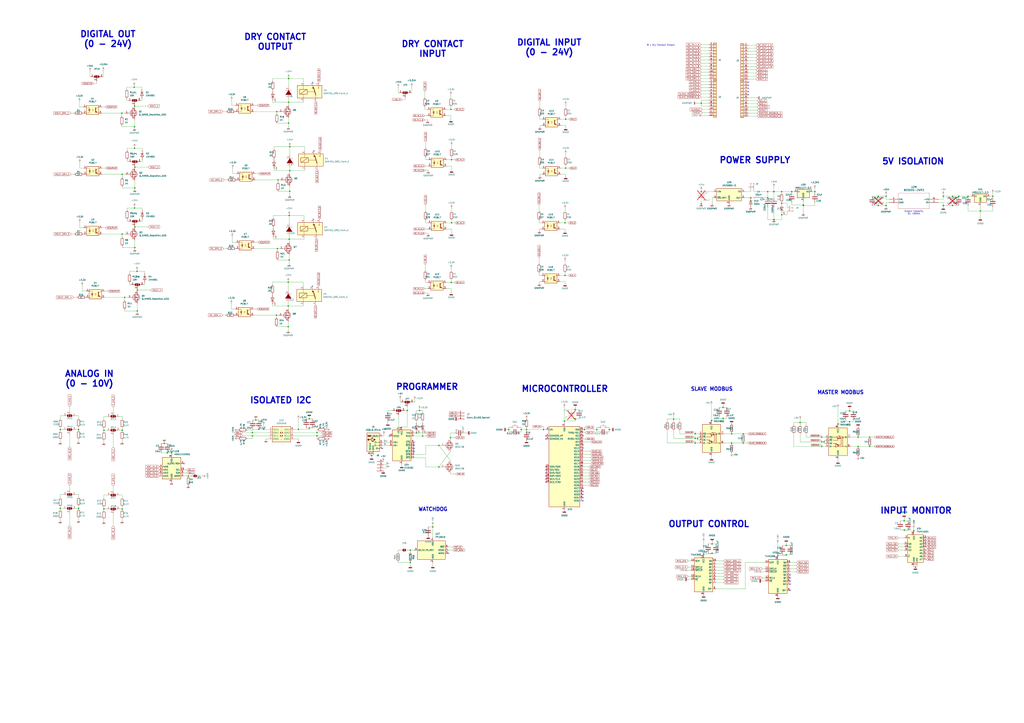
<source format=kicad_sch>
(kicad_sch (version 20231120) (generator "eeschema") (generator_version "8.0")
  (paper "A1")
  (junction (at 236.982 101.092))
  (junction (at 815.34 161.29))
  (junction (at 464.058 183.134))
  (junction (at 102.362 244.348))
  (junction (at 237.998 157.226))
  (junction (at 212.598 352.806))
  (junction (at 593.852 343.789))
  (junction (at 600.837 364.109))
  (junction (at 584.835 454.66))
  (junction (at 355.473 433.07))
  (junction (at 610.362 364.109))
  (junction (at 593.852 334.899))
  (junction (at 110.744 186.436))
  (junction (at 463.55 346.075))
  (junction (at 635.635 157.48))
  (junction (at 110.744 203.454))
  (junction (at 553.212 344.424))
  (junction (at 207.2828 358.14))
  (junction (at 610.362 356.489))
  (junction (at 64.516 417.83))
  (junction (at 584.327 345.694))
  (junction (at 305.181 374.269))
  (junction (at 584.835 447.04))
  (junction (at 337.058 462.28))
  (junction (at 370.332 89.916))
  (junction (at 674.878 363.093))
  (junction (at 110.49 87.122))
  (junction (at 237.998 140.208))
  (junction (at 464.566 97.9881))
  (junction (at 334.391 337.439))
  (junction (at 112.522 223.012))
  (junction (at 370.84 183.134))
  (junction (at 237.49 213.614))
  (junction (at 635.6695 180.6398))
  (junction (at 260.35 358.14))
  (junction (at 260.35 355.6))
  (junction (at 100.33 418.338))
  (junction (at 216.662 352.806))
  (junction (at 641.985 167.005))
  (junction (at 207.2983 355.6))
  (junction (at 577.85 455.295))
  (junction (at 676.783 363.093))
  (junction (at 697.738 346.583))
  (junction (at 782.32 161.29))
  (junction (at 472.44 344.17))
  (junction (at 575.945 157.48))
  (junction (at 236.982 84.074))
  (junction (at 337.058 452.12))
  (junction (at 635.6695 180.5448))
  (junction (at 659.765 168.3899))
  (junction (at 641.985 176.53))
  (junction (at 650.24 157.48))
  (junction (at 688.213 348.488))
  (junction (at 727.71 161.29))
  (junction (at 417.83 353.06))
  (junction (at 721.36 161.29))
  (junction (at 227.33 91.694))
  (junction (at 154.686 391.16))
  (junction (at 427.99 353.06))
  (junction (at 782.32 168.91))
  (junction (at 464.058 226.314))
  (junction (at 657.098 347.218))
  (junction (at 490.22 353.06))
  (junction (at 674.878 366.903))
  (junction (at 347.091 358.394))
  (junction (at 704.723 359.283))
  (junction (at 472.44 336.55))
  (junction (at 110.49 121.92))
  (junction (at 110.49 170.942))
  (junction (at 704.723 366.903))
  (junction (at 85.344 418.338))
  (junction (at 787.4 161.29))
  (junction (at 697.738 337.693))
  (junction (at 774.7 161.29))
  (junction (at 727.71 168.91))
  (junction (at 100.076 92.964))
  (junction (at 641.985 157.48))
  (junction (at 134.874 364.49))
  (junction (at 100.33 143.256))
  (junction (at 575.931 84.836))
  (junction (at 237.49 196.596))
  (junction (at 100.33 353.568))
  (junction (at 370.84 131.318))
  (junction (at 669.29 157.48))
  (junction (at 750.57 436.118))
  (junction (at 228.346 147.828))
  (junction (at 630.555 157.48))
  (junction (at 714.248 366.903))
  (junction (at 638.81 456.565))
  (junction (at 254.025 351.79))
  (junction (at 570.992 356.489))
  (junction (at 49.53 353.06))
  (junction (at 480.06 353.06))
  (junction (at 360.426 366.014))
  (junction (at 236.982 64.516))
  (junction (at 236.728 231.902))
  (junction (at 245.11 352.806))
  (junction (at 659.765 168.91))
  (junction (at 805.18 173.355))
  (junction (at 774.7 168.91))
  (junction (at 110.744 137.414))
  (junction (at 49.53 417.83))
  (junction (at 85.344 353.568))
  (junction (at 254 344.17))
  (junction (at 742.696 435.61))
  (junction (at 370.586 232.156))
  (junction (at 742.569 427.99))
  (junction (at 344.551 337.439))
  (junction (at 110.236 71.628))
  (junction (at 570.992 364.109))
  (junction (at 616.585 162.56))
  (junction (at 237.49 177.038))
  (junction (at 210.058 345.186))
  (junction (at 236.728 251.46))
  (junction (at 236.728 268.478))
  (junction (at 140.97 372.11))
  (junction (at 227.076 259.08))
  (junction (at 500.38 353.06))
  (junction (at 645.795 448.31))
  (junction (at 360.426 383.794))
  (junction (at 110.49 104.14))
  (junction (at 795.02 161.29))
  (junction (at 112.776 255.524))
  (junction (at 751.84 466.09))
  (junction (at 714.248 359.283))
  (junction (at 464.566 138.176))
  (junction (at 630.555 162.56))
  (junction (at 369.951 359.664))
  (junction (at 721.36 168.91))
  (junction (at 100.33 192.278))
  (junction (at 575.945 167.5337))
  (junction (at 645.795 455.93))
  (junction (at 112.776 238.506))
  (junction (at 446.405 353.06))
  (junction (at 137.414 372.11))
  (junction (at 227.838 204.216))
  (junction (at 64.516 353.06))
  (junction (at 237.998 120.65))
  (junction (at 674.878 359.283))
  (junction (at 600.837 356.489))
  (junction (at 432.435 353.06))
  (junction (at 570.992 360.299))
  (junction (at 635.6191 157.48))
  (junction (at 342.011 355.854))
  (junction (at 110.744 154.432))
  (junction (at 572.897 360.299))
  (no_connect (at 448.31 383.54))
  (no_connect (at 448.31 391.16))
  (no_connect (at 478.79 358.14))
  (no_connect (at 340.106 368.554))
  (no_connect (at 478.79 408.94))
  (no_connect (at 478.79 365.76))
  (no_connect (at 314.071 368.554))
  (no_connect (at 648.97 472.44))
  (no_connect (at 448.31 360.68))
  (no_connect (at 448.31 386.08))
  (no_connect (at 319.786 358.394))
  (no_connect (at 257.81 123.952))
  (no_connect (at 648.97 477.52))
  (no_connect (at 614.553 72.644))
  (no_connect (at 478.79 411.48))
  (no_connect (at 256.794 67.818))
  (no_connect (at 340.106 363.474))
  (no_connect (at 448.31 396.24))
  (no_connect (at 614.553 67.564))
  (no_connect (at 257.302 180.34))
  (no_connect (at 614.553 75.184))
  (no_connect (at 340.106 371.094))
  (no_connect (at 614.553 70.104))
  (no_connect (at 614.553 77.724))
  (no_connect (at 256.54 235.204))
  (no_connect (at 448.31 358.14))
  (no_connect (at 478.79 368.3))
  (no_connect (at 648.97 480.06))
  (no_connect (at 448.31 388.62))
  (no_connect (at 448.31 393.7))
  (no_connect (at 151.13 381))
  (no_connect (at 648.97 485.14))
  (no_connect (at 478.79 403.86))
  (no_connect (at 368.173 454.66))
  (no_connect (at 340.106 366.014))
  (no_connect (at 478.79 406.4))
  (no_connect (at 478.79 401.32))
  (no_connect (at 648.97 474.98))
  (wire (pts (xy 249.682 195.58) (xy 249.682 196.596)))
  (wire (pts (xy 569.722 359.029) (xy 570.992 359.029)))
  (wire (pts (xy 483.7323 391.16) (xy 478.79 391.16)))
  (wire (pts (xy 815.4216 161.29) (xy 815.34 161.29)))
  (wire (pts (xy 575.818 51.816) (xy 582.168 51.816)))
  (wire (pts (xy 674.878 363.093) (xy 676.783 363.093)))
  (wire (pts (xy 110.236 71.628) (xy 116.586 71.628)))
  (wire (pts (xy 236.982 64.516) (xy 236.982 70.866)))
  (wire (pts (xy 584.835 454.66) (xy 584.835 455.295)))
  (wire (pts (xy 815.34 161.29) (xy 815.34 162.56)))
  (wire (pts (xy 351.663 433.07) (xy 355.473 433.07)))
  (wire (pts (xy 340.106 376.174) (xy 349.631 376.174)))
  (wire (pts (xy 237.998 120.65) (xy 237.998 120.142)))
  (wire (pts (xy 704.723 359.283) (xy 714.248 359.283)))
  (wire (pts (xy 65.532 182.626) (xy 65.532 187.198)))
  (wire (pts (xy 588.01 471.17) (xy 594.36 471.17)))
  (wire (pts (xy 87.884 406.908) (xy 85.344 406.908)))
  (wire (pts (xy 626.11 469.9) (xy 628.65 469.9)))
  (wire (pts (xy 442.722 224.282) (xy 442.722 226.314)))
  (wire (pts (xy 100.33 143.256) (xy 100.33 145.796)))
  (wire (pts (xy 65.532 133.604) (xy 65.532 138.176)))
  (wire (pts (xy 102.362 255.524) (xy 112.776 255.524)))
  (wire (pts (xy 360.426 383.794) (xy 362.331 383.794)))
  (wire (pts (xy 443.23 95.9561) (xy 443.23 97.9881)))
  (wire (pts (xy 657.098 363.093) (xy 674.878 363.093)))
  (wire (pts (xy 112.776 238.506) (xy 123.698 238.506)))
  (wire (pts (xy 674.878 365.633) (xy 674.878 366.903)))
  (wire (pts (xy 478.79 378.46) (xy 485.14 378.46)))
  (wire (pts (xy 100.33 426.466) (xy 100.33 427.99)))
  (wire (pts (xy 581.66 454.66) (xy 584.835 454.66)))
  (wire (pts (xy 575.818 74.676) (xy 582.168 74.676)))
  (wire (pts (xy 67.564 239.268) (xy 70.612 239.268)))
  (wire (pts (xy 635.6695 180.5448) (xy 635.6695 180.6398)))
  (wire (pts (xy 443.23 97.9881) (xy 445.262 97.9881)))
  (wire (pts (xy 676.783 364.363) (xy 678.053 364.363)))
  (wire (pts (xy 315.341 358.394) (xy 315.341 357.124)))
  (wire (pts (xy 102.362 244.348) (xy 105.156 244.348)))
  (wire (pts (xy 73.914 62.992) (xy 74.422 62.992)))
  (wire (pts (xy 750.57 434.34) (xy 750.57 436.118)))
  (wire (pts (xy 463.55 334.645) (xy 463.55 346.075)))
  (wire (pts (xy 548.132 364.109) (xy 570.992 364.109)))
  (wire (pts (xy 676.783 361.823) (xy 676.783 363.093)))
  (wire (pts (xy 84.582 62.992) (xy 84.836 62.992)))
  (wire (pts (xy 62.23 353.06) (xy 64.516 353.06)))
  (wire (pts (xy 446.405 350.52) (xy 446.405 353.06)))
  (wire (pts (xy 588.01 476.25) (xy 594.36 476.25)))
  (wire (pts (xy 669.29 157.48) (xy 669.29 158.75)))
  (wire (pts (xy 349.25 222.504) (xy 349.25 217.3681)))
  (wire (pts (xy 227.33 91.694) (xy 229.362 91.694)))
  (wire (pts (xy 110.49 104.14) (xy 110.49 105.41)))
  (wire (pts (xy 619.125 157.48) (xy 630.555 157.48)))
  (wire (pts (xy 657.098 347.218) (xy 662.178 347.218)))
  (wire (pts (xy 426.72 354.965) (xy 427.99 354.965)))
  (wire (pts (xy 62.23 417.83) (xy 64.516 417.83)))
  (wire (pts (xy 584.835 447.04) (xy 588.01 447.04)))
  (wire (pts (xy 65.532 187.198) (xy 68.58 187.198)))
  (wire (pts (xy 98.044 418.338) (xy 100.33 418.338)))
  (wire (pts (xy 216.662 349.25) (xy 216.662 352.806)))
  (wire (pts (xy 370.84 129.286) (xy 370.84 131.318)))
  (wire (pts (xy 137.414 372.11) (xy 140.97 372.11)))
  (wire (pts (xy 52.07 406.4) (xy 49.53 406.4)))
  (wire (pts (xy 366.776 136.398) (xy 370.84 136.398)))
  (wire (pts (xy 118.872 232.41) (xy 118.872 233.934)))
  (wire (pts (xy 64.516 406.4) (xy 64.516 408.432)))
  (wire (pts (xy 212.598 352.806) (xy 216.662 352.806)))
  (wire (pts (xy 60.452 244.348) (xy 62.992 244.348)))
  (wire (pts (xy 248.92 231.902) (xy 236.728 231.902)))
  (wire (pts (xy 635.635 157.48) (xy 641.985 157.48)))
  (wire (pts (xy 370.332 89.916) (xy 373.126 89.916)))
  (wire (pts (xy 646.43 176.53) (xy 641.985 176.53)))
  (wire (pts (xy 237.49 177.038) (xy 237.49 176.53)))
  (wire (pts (xy 349.631 376.174) (xy 349.631 383.794)))
  (wire (pts (xy 210.058 344.17) (xy 210.058 345.186)))
  (wire (pts (xy 225.044 140.208) (xy 237.998 140.208)))
  (wire (pts (xy 646.43 167.005) (xy 641.985 167.005)))
  (wire (pts (xy 237.998 140.208) (xy 250.19 140.208)))
  (wire (pts (xy 616.585 162.56) (xy 619.125 162.56)))
  (wire (pts (xy 614.553 49.784) (xy 620.903 49.784)))
  (wire (pts (xy 464.566 95.9561) (xy 464.566 97.9881)))
  (wire (pts (xy 64.516 361.188) (xy 64.516 362.712)))
  (wire (pts (xy 370.332 94.996) (xy 370.332 98.298)))
  (wire (pts (xy 570.992 364.109) (xy 574.167 364.109)))
  (wire (pts (xy 753.11 464.82) (xy 753.11 466.09)))
  (wire (pts (xy 641.985 176.53) (xy 641.985 180.6398)))
  (wire (pts (xy 227.076 260.858) (xy 227.076 259.08)))
  (wire (pts (xy 548.132 344.424) (xy 553.212 344.424)))
  (wire (pts (xy 227.33 101.092) (xy 236.982 101.092)))
  (wire (pts (xy 478.79 398.78) (xy 483.87 398.78)))
  (wire (pts (xy 112.522 223.012) (xy 118.872 223.012)))
  (wire (pts (xy 774.7 168.91) (xy 774.7 170.18)))
  (wire (pts (xy 326.898 462.28) (xy 337.058 462.28)))
  (wire (pts (xy 236.982 84.074) (xy 249.174 84.074)))
  (wire (pts (xy 742.696 435.61) (xy 745.744 435.61)))
  (wire (pts (xy 648.97 462.28) (xy 654.05 462.28)))
  (wire (pts (xy 478.79 375.92) (xy 485.14 375.92)))
  (wire (pts (xy 490.22 353.06) (xy 480.06 353.06)))
  (wire (pts (xy 446.405 353.06) (xy 448.31 353.06)))
  (wire (pts (xy 154.686 391.16) (xy 154.686 391.414)))
  (wire (pts (xy 464.566 103.0681) (xy 464.566 104.8461)))
  (wire (pts (xy 478.79 386.08) (xy 483.87 386.08)))
  (wire (pts (xy 472.44 344.17) (xy 475.615 344.17)))
  (wire (pts (xy 326.898 461.645) (xy 326.898 462.28)))
  (wire (pts (xy 106.426 223.012) (xy 112.522 223.012)))
  (wire (pts (xy 370.84 131.318) (xy 366.776 131.318)))
  (wire (pts (xy 105.664 181.864) (xy 104.394 181.864)))
  (wire (pts (xy 417.83 353.06) (xy 417.83 351.155)))
  (wire (pts (xy 92.964 422.148) (xy 92.964 432.308)))
  (wire (pts (xy 209.55 147.828) (xy 228.346 147.828)))
  (wire (pts (xy 227.076 268.478) (xy 236.728 268.478)))
  (wire (pts (xy 79.502 68.58) (xy 76.962 68.58)))
  (wire (pts (xy 57.15 398.78) (xy 57.15 402.59)))
  (wire (pts (xy 614.553 39.624) (xy 620.903 39.624)))
  (wire (pts (xy 224.028 82.423) (xy 224.028 84.074)))
  (wire (pts (xy 673.608 365.633) (xy 674.878 365.633)))
  (wire (pts (xy 303.911 373.634) (xy 303.911 374.269)))
  (wire (pts (xy 64.516 417.83) (xy 64.516 418.338)))
  (wire (pts (xy 464.058 226.314) (xy 466.852 226.314)))
  (wire (pts (xy 646.43 173.355) (xy 646.43 176.53)))
  (wire (pts (xy 594.487 364.109) (xy 600.837 364.109)))
  (wire (pts (xy 228.346 147.828) (xy 230.378 147.828)))
  (wire (pts (xy 67.564 234.696) (xy 67.564 239.268)))
  (wire (pts (xy 370.84 131.318) (xy 373.634 131.318)))
  (wire (pts (xy 183.134 91.694) (xy 185.674 91.694)))
  (wire (pts (xy 727.71 160.02) (xy 727.71 161.29)))
  (wire (pts (xy 349.504 173.482) (xy 349.504 168.3461)))
  (wire (pts (xy 203.2 360.426) (xy 207.2828 360.426)))
  (wire (pts (xy 443.23 138.176) (xy 445.262 138.176)))
  (wire (pts (xy 83.82 143.256) (xy 100.33 143.256)))
  (wire (pts (xy 742.569 426.085) (xy 742.569 427.99)))
  (wire (pts (xy 590.677 342.519) (xy 590.677 343.789)))
  (wire (pts (xy 594.487 356.489) (xy 600.837 356.489)))
  (wire (pts (xy 652.018 349.123) (xy 652.018 347.218)))
  (wire (pts (xy 464.058 224.282) (xy 464.058 226.314)))
  (wire (pts (xy 645.795 446.405) (xy 645.795 448.31)))
  (wire (pts (xy 698.373 359.283) (xy 704.723 359.283)))
  (wire (pts (xy 600.837 356.489) (xy 600.837 355.854)))
  (wire (pts (xy 427.99 353.06) (xy 432.435 353.06)))
  (wire (pts (xy 64.516 353.06) (xy 64.516 353.568)))
  (wire (pts (xy 742.696 436.118) (xy 750.57 436.118)))
  (wire (pts (xy 614.553 59.944) (xy 620.776 59.944)))
  (wire (pts (xy 572.897 361.569) (xy 574.167 361.569)))
  (wire (pts (xy 85.344 406.908) (xy 85.344 409.448)))
  (wire (pts (xy 249.682 177.038) (xy 237.49 177.038)))
  (wire (pts (xy 648.97 469.9) (xy 654.05 469.9)))
  (wire (pts (xy 614.553 87.884) (xy 621.792 87.884)))
  (wire (pts (xy 84.836 62.992) (xy 84.836 57.912)))
  (wire (pts (xy 645.795 455.93) (xy 645.795 456.565)))
  (wire (pts (xy 351.79 139.954) (xy 351.79 140.462)))
  (wire (pts (xy 774.7 160.02) (xy 774.7 161.29)))
  (wire (pts (xy 575.818 46.736) (xy 582.168 46.736)))
  (wire (pts (xy 110.744 186.436) (xy 110.744 187.198)))
  (wire (pts (xy 635.6191 157.48) (xy 635.6191 153.5709)))
  (wire (pts (xy 104.394 121.92) (xy 110.49 121.92)))
  (wire (pts (xy 57.15 421.64) (xy 57.15 431.8)))
  (wire (pts (xy 464.566 97.9881) (xy 467.36 97.9881)))
  (wire (pts (xy 369.951 359.664) (xy 373.761 359.664)))
  (wire (pts (xy 112.522 223.012) (xy 112.522 221.996)))
  (wire (pts (xy 223.774 249.809) (xy 223.774 251.46)))
  (wire (pts (xy 714.248 366.903) (xy 718.058 366.903)))
  (wire (pts (xy 104.14 82.55) (xy 104.14 81.026)))
  (wire (pts (xy 100.33 192.278) (xy 100.33 194.818)))
  (wire (pts (xy 102.362 254.508) (xy 102.362 255.524)))
  (wire (pts (xy 444.754 188.214) (xy 442.976 188.214)))
  (wire (pts (xy 370.332 89.916) (xy 366.268 89.916)))
  (wire (pts (xy 815.4216 158.5958) (xy 815.4216 161.29)))
  (wire (pts (xy 553.212 341.884) (xy 553.212 344.424)))
  (wire (pts (xy 104.394 170.942) (xy 110.49 170.942)))
  (wire (pts (xy 662.178 347.218) (xy 662.178 349.123)))
  (wire (pts (xy 85.852 239.268) (xy 88.646 239.268)))
  (wire (pts (xy 593.852 343.789) (xy 597.027 343.789)))
  (wire (pts (xy 582.168 84.836) (xy 575.931 84.836)))
  (wire (pts (xy 577.85 445.135) (xy 577.85 455.295)))
  (wire (pts (xy 370.84 181.102) (xy 370.84 183.134)))
  (wire (pts (xy 815.34 161.29) (xy 812.8 161.29)))
  (wire (pts (xy 132.334 364.49) (xy 134.874 364.49)))
  (wire (pts (xy 190.246 86.614) (xy 193.294 86.614)))
  (wire (pts (xy 464.058 183.134) (xy 459.994 183.134)))
  (wire (pts (xy 572.897 360.299) (xy 572.897 361.569)))
  (wire (pts (xy 110.49 87.122) (xy 110.49 87.884)))
  (wire (pts (xy 774.7 166.37) (xy 774.7 168.91)))
  (wire (pts (xy 614.553 80.264) (xy 621.792 80.264)))
  (wire (pts (xy 349.504 183.134) (xy 351.536 183.134)))
  (wire (pts (xy 694.563 345.313) (xy 694.563 346.583)))
  (wire (pts (xy 347.091 358.394) (xy 350.266 358.394)))
  (wire (pts (xy 674.878 358.013) (xy 674.878 359.283)))
  (wire (pts (xy 716.28 161.29) (xy 721.36 161.29)))
  (wire (pts (xy 207.2983 353.314) (xy 207.2983 355.6)))
  (wire (pts (xy 369.951 389.509) (xy 369.951 388.874)))
  (wire (pts (xy 254 343.154) (xy 254 344.17)))
  (wire (pts (xy 248.92 250.444) (xy 248.92 251.46)))
  (wire (pts (xy 584.835 162.56) (xy 584.835 167.64)))
  (wire (pts (xy 750.57 466.09) (xy 751.84 466.09)))
  (wire (pts (xy 593.852 345.694) (xy 593.852 343.789)))
  (wire (pts (xy 645.795 448.31) (xy 648.97 448.31)))
  (wire (pts (xy 614.553 62.484) (xy 620.776 62.484)))
  (wire (pts (xy 742.95 447.04) (xy 737.87 447.04)))
  (wire (pts (xy 662.178 359.283) (xy 674.878 359.283)))
  (wire (pts (xy 370.84 183.134) (xy 373.634 183.134)))
  (wire (pts (xy 366.522 237.236) (xy 370.586 237.236)))
  (wire (pts (xy 370.332 77.978) (xy 370.332 80.264)))
  (wire (pts (xy 427.99 354.965) (xy 427.99 353.06)))
  (wire (pts (xy 727.71 161.29) (xy 727.71 163.83)))
  (wire (pts (xy 107.696 233.934) (xy 106.426 233.934)))
  (wire (pts (xy 572.897 359.029) (xy 572.897 360.299)))
  (wire (pts (xy 626.11 474.98) (xy 628.65 474.98)))
  (wire (pts (xy 183.642 204.216) (xy 186.182 204.216)))
  (wire (pts (xy 248.92 235.204) (xy 248.92 231.902)))
  (wire (pts (xy 575.945 167.5337) (xy 575.945 167.64)))
  (wire (pts (xy 572.9843 84.836) (xy 575.931 84.836)))
  (wire (pts (xy 348.996 87.884) (xy 348.996 89.916)))
  (wire (pts (xy 245.11 360.68) (xy 241.3 360.68)))
  (wire (pts (xy 223.774 251.46) (xy 236.728 251.46)))
  (wire (pts (xy 630.555 170.18) (xy 630.555 180.5448)))
  (wire (pts (xy 370.84 183.134) (xy 366.776 183.134)))
  (wire (pts (xy 575.818 64.516) (xy 582.168 64.516)))
  (wire (pts (xy 500.38 353.06) (xy 500.38 354.965)))
  (wire (pts (xy 588.01 468.63) (xy 594.36 468.63)))
  (wire (pts (xy 112.776 255.524) (xy 112.776 256.794)))
  (wire (pts (xy 662.178 356.743) (xy 662.178 359.283)))
  (wire (pts (xy 327.406 341.249) (xy 327.406 350.774)))
  (wire (pts (xy 614.553 85.344) (xy 621.792 85.344)))
  (wire (pts (xy 65.278 87.884) (xy 68.326 87.884)))
  (wire (pts (xy 742.95 449.58) (xy 737.87 449.58)))
  (wire (pts (xy 254.025 351.79) (xy 251.46 351.79)))
  (wire (pts (xy 737.87 457.2) (xy 742.95 457.2)))
  (wire (pts (xy 714.248 359.283) (xy 718.058 359.283)))
  (wire (pts (xy 575.818 44.196) (xy 582.168 44.196)))
  (wire (pts (xy 134.874 364.49) (xy 137.414 364.49)))
  (wire (pts (xy 110.49 170.942) (xy 110.49 169.926)))
  (wire (pts (xy 218.44 360.68) (xy 218.44 361.442)))
  (wire (pts (xy 105.664 132.842) (xy 104.394 132.842)))
  (wire (pts (xy 355.473 431.8) (xy 355.473 433.07)))
  (wire (pts (xy 678.053 361.823) (xy 676.783 361.823)))
  (wire (pts (xy 351.282 98.552) (xy 351.282 99.06)))
  (wire (pts (xy 650.24 157.48) (xy 652.145 157.48)))
  (wire (pts (xy 464.058 226.314) (xy 459.994 226.314)))
  (wire (pts (xy 100.33 203.454) (xy 110.744 203.454)))
  (wire (pts (xy 445.262 143.256) (xy 443.484 143.256)))
  (wire (pts (xy 669.29 166.37) (xy 669.29 168.91)))
  (wire (pts (xy 340.106 358.394) (xy 347.091 358.394)))
  (wire (pts (xy 118.872 233.934) (xy 117.856 233.934)))
  (wire (pts (xy 478.79 381) (xy 485.14 381)))
  (wire (pts (xy 614.553 90.424) (xy 621.792 90.424)))
  (wire (pts (xy 442.722 216.662) (xy 442.722 211.5261)))
  (wire (pts (xy 85.344 353.568) (xy 87.884 353.568)))
  (wire (pts (xy 630.555 157.48) (xy 635.6191 157.48)))
  (wire (pts (xy 558.292 353.949) (xy 558.292 356.489)))
  (wire (pts (xy 189.992 254) (xy 193.04 254)))
  (wire (pts (xy 443.23 128.524) (xy 443.23 123.3881)))
  (wire (pts (xy 432.435 353.06) (xy 446.405 353.06)))
  (wire (pts (xy 85.344 426.974) (xy 85.344 428.498)))
  (wire (pts (xy 249.682 180.34) (xy 249.682 177.038)))
  (wire (pts (xy 334.391 337.439) (xy 334.391 350.774)))
  (wire (pts (xy 577.85 455.295) (xy 577.85 455.93)))
  (wire (pts (xy 795.02 168.91) (xy 795.02 173.355)))
  (wire (pts (xy 588.01 466.09) (xy 594.36 466.09)))
  (wire (pts (xy 614.553 57.404) (xy 620.776 57.404)))
  (wire (pts (xy 151.13 386.08) (xy 153.416 386.08)))
  (wire (pts (xy 260.35 353.06) (xy 260.35 355.6)))
  (wire (pts (xy 659.765 168.91) (xy 659.765 175.26)))
  (wire (pts (xy 464.566 126.238) (xy 464.566 128.524)))
  (wire (pts (xy 237.998 137.16) (xy 237.998 140.208)))
  (wire (pts (xy 209.042 204.216) (xy 227.838 204.216)))
  (wire (pts (xy 85.344 342.138) (xy 85.344 344.678)))
  (wire (pts (xy 641.985 157.48) (xy 641.985 158.75)))
  (wire (pts (xy 349.25 232.156) (xy 351.282 232.156)))
  (wire (pts (xy 669.29 168.91) (xy 659.765 168.91)))
  (wire (pts (xy 334.391 334.264) (xy 334.391 337.439)))
  (wire (pts (xy 593.852 332.994) (xy 593.852 334.899)))
  (wire (pts (xy 351.79 191.77) (xy 351.79 192.278)))
  (wire (pts (xy 332.74 81.788) (xy 330.2 81.788)))
  (wire (pts (xy 575.818 79.756) (xy 582.168 79.756)))
  (wire (pts (xy 189.992 249.428) (xy 189.992 254)))
  (wire (pts (xy 370.586 232.156) (xy 366.522 232.156)))
  (wire (pts (xy 572.9843 84.8366) (xy 572.9843 84.836)))
  (wire (pts (xy 326.898 452.12) (xy 328.168 452.12)))
  (wire (pts (xy 349.25 136.398) (xy 351.536 136.398)))
  (wire (pts (xy 588.01 461.01) (xy 594.36 461.01)))
  (wire (pts (xy 106.426 233.934) (xy 106.426 232.41)))
  (wire (pts (xy 645.795 455.93) (xy 648.97 455.93)))
  (wire (pts (xy 49.53 353.06) (xy 49.53 354.076)))
  (wire (pts (xy 227.838 213.614) (xy 237.49 213.614)))
  (wire (pts (xy 478.79 360.68) (xy 480.695 360.68)))
  (wire (pts (xy 584.835 454.66) (xy 588.01 454.66)))
  (wire (pts (xy 739.394 435.61) (xy 742.696 435.61)))
  (wire (pts (xy 236.728 264.16) (xy 236.728 268.478)))
  (wire (pts (xy 571.9619 84.8366) (xy 572.9843 84.8366)))
  (wire (pts (xy 318.516 337.439) (xy 322.326 337.439)))
  (wire (pts (xy 236.728 254) (xy 236.728 251.46)))
  (wire (pts (xy 614.553 37.084) (xy 620.903 37.084)))
  (wire (pts (xy 116.84 123.698) (xy 116.84 121.92)))
  (wire (pts (xy 236.982 101.092) (xy 236.982 104.394)))
  (wire (pts (xy 58.42 192.278) (xy 60.96 192.278)))
  (wire (pts (xy 305.181 374.269) (xy 305.181 375.539)))
  (wire (pts (xy 340.741 328.549) (xy 340.741 330.454)))
  (wire (pts (xy 442.976 188.214) (xy 442.976 189.738)))
  (wire (pts (xy 787.4 168.91) (xy 782.32 168.91)))
  (wire (pts (xy 369.951 355.854) (xy 369.951 359.664)))
  (wire (pts (xy 106.426 224.79) (xy 106.426 223.012)))
  (wire (pts (xy 642.62 455.93) (xy 645.795 455.93)))
  (wire (pts (xy 770.89 163.83) (xy 774.7 163.83)))
  (wire (pts (xy 151.13 388.62) (xy 153.416 388.62)))
  (wire (pts (xy 116.586 81.026) (xy 116.586 82.55)))
  (wire (pts (xy 348.996 240.792) (xy 351.536 240.792)))
  (wire (pts (xy 118.872 224.79) (xy 118.872 223.012)))
  (wire (pts (xy 79.502 66.802) (xy 79.502 68.58)))
  (wire (pts (xy 49.53 416.56) (xy 49.53 417.83)))
  (wire (pts (xy 199.39 355.6) (xy 207.2983 355.6)))
  (wire (pts (xy 227.838 205.994) (xy 227.838 204.216)))
  (wire (pts (xy 132.334 372.11) (xy 137.414 372.11)))
  (wire (pts (xy 688.213 348.488) (xy 697.738 348.488)))
  (wire (pts (xy 327.152 71.628) (xy 327.152 76.2)))
  (wire (pts (xy 360.426 366.014) (xy 362.331 366.014)))
  (wire (pts (xy 575.818 69.596) (xy 582.168 69.596)))
  (wire (pts (xy 805.18 173.355) (xy 805.18 179.07)))
  (wire (pts (xy 370.586 230.124) (xy 370.586 232.156)))
  (wire (pts (xy 742.95 452.12) (xy 737.87 452.12)))
  (wire (pts (xy 236.982 96.774) (xy 236.982 101.092)))
  (wire (pts (xy 478.79 373.38) (xy 485.14 373.38)))
  (wire (pts (xy 225.044 138.557) (xy 225.044 140.208)))
  (wire (pts (xy 370.586 232.156) (xy 373.38 232.156)))
  (wire (pts (xy 348.996 237.236) (xy 351.282 237.236)))
  (wire (pts (xy 584.835 455.295) (xy 577.85 455.295)))
  (wire (pts (xy 348.996 80.264) (xy 348.996 75.1281)))
  (wire (pts (xy 249.174 67.818) (xy 249.174 64.516)))
  (wire (pts (xy 659.765 165.1) (xy 659.765 168.3899)))
  (wire (pts (xy 460.502 103.0681) (xy 464.566 103.0681)))
  (wire (pts (xy 104.394 181.864) (xy 104.394 180.34)))
  (wire (pts (xy 614.553 44.704) (xy 620.903 44.704)))
  (wire (pts (xy 464.566 97.9881) (xy 460.502 97.9881)))
  (wire (pts (xy 381.381 355.854) (xy 383.286 355.854)))
  (wire (pts (xy 49.53 353.06) (xy 52.07 353.06)))
  (wire (pts (xy 787.4 161.29) (xy 782.32 161.29)))
  (wire (pts (xy 100.33 418.338) (xy 100.33 418.846)))
  (wire (pts (xy 570.992 355.219) (xy 570.992 356.489)))
  (wire (pts (xy 635.635 162.56) (xy 635.635 157.48)))
  (wire (pts (xy 469.265 336.55) (xy 472.44 336.55)))
  (wire (pts (xy 237.49 213.614) (xy 237.49 216.916)))
  (wire (pts (xy 104.14 71.628) (xy 110.236 71.628)))
  (wire (pts (xy 368.173 452.12) (xy 371.983 452.12)))
  (wire (pts (xy 478.79 396.24) (xy 483.87 396.24)))
  (wire (pts (xy 576.834 94.996) (xy 582.168 94.996)))
  (wire (pts (xy 753.11 466.09) (xy 751.84 466.09)))
  (wire (pts (xy 443.23 136.144) (xy 443.23 138.176)))
  (wire (pts (xy 110.744 197.358) (xy 110.744 203.454)))
  (wire (pts (xy 110.744 137.414) (xy 110.744 138.176)))
  (wire (pts (xy 348.996 89.916) (xy 351.028 89.916)))
  (wire (pts (xy 582.168 87.376) (xy 575.931 87.376)))
  (wire (pts (xy 501.65 353.06) (xy 500.38 353.06)))
  (wire (pts (xy 237.998 157.226) (xy 237.998 160.528)))
  (wire (pts (xy 110.744 203.454) (xy 110.744 204.724)))
  (wire (pts (xy 92.964 357.378) (xy 92.964 367.538)))
  (wire (pts (xy 245.11 352.806) (xy 254.025 352.806)))
  (wire (pts (xy 500.38 351.155) (xy 500.38 353.06)))
  (wire (pts (xy 370.332 87.884) (xy 370.332 89.916)))
  (wire (pts (xy 116.586 73.406) (xy 116.586 71.628)))
  (wire (pts (xy 638.81 456.565) (xy 638.81 457.2)))
  (wire (pts (xy 347.091 337.439) (xy 347.091 338.709)))
  (wire (pts (xy 480.06 353.06) (xy 478.79 353.06)))
  (wire (pts (xy 335.788 452.12) (xy 337.058 452.12)))
  (wire (pts (xy 464.058 214.376) (xy 464.058 216.662)))
  (wire (pts (xy 351.536 240.792) (xy 351.536 241.3)))
  (wire (pts (xy 630.555 157.48) (xy 630.555 162.56)))
  (wire (pts (xy 574.167 359.029) (xy 572.897 359.029)))
  (wire (pts (xy 224.028 66.548) (xy 224.028 64.516)))
  (wire (pts (xy 657.098 356.743) (xy 657.098 363.093)))
  (wire (pts (xy 611.505 162.56) (xy 616.585 162.56)))
  (wire (pts (xy 154.686 391.16) (xy 156.464 391.16)))
  (wire (pts (xy 652.018 347.218) (xy 657.098 347.218)))
  (wire (pts (xy 83.82 138.176) (xy 86.614 138.176)))
  (wire (pts (xy 750.57 464.82) (xy 750.57 466.09)))
  (wire (pts (xy 586.105 162.56) (xy 584.835 162.56)))
  (wire (pts (xy 584.327 332.359) (xy 584.327 345.694)))
  (wire (pts (xy 642.62 448.31) (xy 645.795 448.31)))
  (wire (pts (xy 303.911 374.269) (xy 305.181 374.269)))
  (wire (pts (xy 105.41 82.55) (xy 104.14 82.55)))
  (wire (pts (xy 366.776 188.214) (xy 370.84 188.214)))
  (wire (pts (xy 58.166 92.964) (xy 60.706 92.964)))
  (wire (pts (xy 224.536 196.596) (xy 237.49 196.596)))
  (wire (pts (xy 337.82 76.2) (xy 338.074 76.2)))
  (wire (pts (xy 674.878 361.823) (xy 674.878 363.093)))
  (wire (pts (xy 614.553 52.324) (xy 620.903 52.324)))
  (wire (pts (xy 742.569 427.99) (xy 745.744 427.99)))
  (wire (pts (xy 57.15 356.87) (xy 57.15 367.03)))
  (wire (pts (xy 442.976 231.394) (xy 442.976 232.918)))
  (wire (pts (xy 575.818 39.116) (xy 582.168 39.116)))
  (wire (pts (xy 249.174 64.516) (xy 236.982 64.516)))
  (wire (pts (xy 472.44 336.55) (xy 475.615 336.55)))
  (wire (pts (xy 110.49 121.92) (xy 116.84 121.92)))
  (wire (pts (xy 116.84 172.72) (xy 116.84 170.942)))
  (wire (pts (xy 314.071 358.394) (xy 315.341 358.394)))
  (wire (pts (xy 576.834 92.456) (xy 582.168 92.456)))
  (wire (pts (xy 100.33 143.256) (xy 103.124 143.256)))
  (wire (pts (xy 548.132 353.949) (xy 548.132 364.109)))
  (wire (pts (xy 85.344 418.338) (xy 87.884 418.338)))
  (wire (pts (xy 464.566 138.176) (xy 460.502 138.176)))
  (wire (pts (xy 727.71 168.91) (xy 727.71 166.37)))
  (wire (pts (xy 575.818 49.276) (xy 582.168 49.276)))
  (wire (pts (xy 700.913 346.583) (xy 700.913 345.313)))
  (wire (pts (xy 85.852 244.348) (xy 102.362 244.348)))
  (wire (pts (xy 645.795 456.565) (xy 638.81 456.565)))
  (wire (pts (xy 774.7 161.29) (xy 782.32 161.29)))
  (wire (pts (xy 443.484 143.256) (xy 443.484 144.78)))
  (wire (pts (xy 565.15 476.25) (xy 567.69 476.25)))
  (wire (pts (xy 626.11 467.36) (xy 628.65 467.36)))
  (wire (pts (xy 110.49 87.122) (xy 121.412 87.122)))
  (wire (pts (xy 614.553 65.024) (xy 620.776 65.024)))
  (wire (pts (xy 349.631 383.794) (xy 360.426 383.794)))
  (wire (pts (xy 110.744 137.414) (xy 121.666 137.414)))
  (wire (pts (xy 612.14 462.28) (xy 628.65 462.28)))
  (wire (pts (xy 340.741 330.454) (xy 339.471 330.454)))
  (wire (pts (xy 704.723 366.903) (xy 704.723 367.538)))
  (wire (pts (xy 92.964 334.518) (xy 92.964 338.328)))
  (wire (pts (xy 478.79 393.7) (xy 483.87 393.7)))
  (wire (pts (xy 697.738 346.583) (xy 700.913 346.583)))
  (wire (pts (xy 805.18 168.91) (xy 805.18 173.355)))
  (wire (pts (xy 190.754 199.136) (xy 193.802 199.136)))
  (wire (pts (xy 575.945 165.1) (xy 575.945 167.5337)))
  (wire (pts (xy 548.132 346.329) (xy 548.132 344.424)))
  (wire (pts (xy 73.914 58.42) (xy 73.914 62.992)))
  (wire (pts (xy 575.931 82.296) (xy 575.931 84.836)))
  (wire (pts (xy 464.566 143.256) (xy 464.566 145.034)))
  (wire (pts (xy 480.695 351.155) (xy 480.06 351.155)))
  (wire (pts (xy 459.994 231.394) (xy 464.058 231.394)))
  (wire (pts (xy 432.435 353.06) (xy 432.435 354.33)))
  (wire (pts (xy 314.706 381.889) (xy 317.246 381.889)))
  (wire (pts (xy 260.35 355.6) (xy 264.16 355.6)))
  (wire (pts (xy 650.24 168.3899) (xy 659.765 168.3899)))
  (wire (pts (xy 220.98 360.68) (xy 218.44 360.68)))
  (wire (pts (xy 614.553 82.804) (xy 621.792 82.804)))
  (wire (pts (xy 697.738 335.788) (xy 697.738 337.693)))
  (wire (pts (xy 237.49 196.596) (xy 249.682 196.596)))
  (wire (pts (xy 635.6191 157.48) (xy 635.635 157.48)))
  (wire (pts (xy 553.212 344.424) (xy 553.212 346.329)))
  (wire (pts (xy 245.11 344.17) (xy 245.11 352.806)))
  (wire (pts (xy 207.2983 355.6) (xy 220.98 355.6)))
  (wire (pts (xy 208.28 254) (xy 211.074 254)))
  (wire (pts (xy 100.076 92.964) (xy 102.87 92.964)))
  (wire (pts (xy 565.15 473.71) (xy 567.69 473.71)))
  (wire (pts (xy 208.534 91.694) (xy 227.33 91.694)))
  (wire (pts (xy 369.951 378.714) (xy 360.426 366.014)))
  (wire (pts (xy 184.15 147.828) (xy 186.69 147.828)))
  (wire (pts (xy 100.076 103.124) (xy 100.076 104.14)))
  (wire (pts (xy 610.362 364.109) (xy 614.172 364.109)))
  (wire (pts (xy 349.25 191.77) (xy 351.79 191.77)))
  (wire (pts (xy 164.084 391.16) (xy 166.116 391.16)))
  (wire (pts (xy 575.818 72.136) (xy 582.168 72.136)))
  (wire (pts (xy 575.945 157.48) (xy 586.105 157.48)))
  (wire (pts (xy 641.985 157.48) (xy 650.24 157.48)))
  (wire (pts (xy 669.29 154.94) (xy 669.29 157.48)))
  (wire (pts (xy 576.834 89.916) (xy 582.168 89.916)))
  (wire (pts (xy 419.1 354.965) (xy 417.83 354.965)))
  (wire (pts (xy 100.076 92.964) (xy 100.076 95.504)))
  (wire (pts (xy 190.754 194.564) (xy 190.754 199.136)))
  (wire (pts (xy 584.835 445.135) (xy 584.835 447.04)))
  (wire (pts (xy 612.14 483.87) (xy 612.14 462.28)))
  (wire (pts (xy 100.33 202.438) (xy 100.33 203.454)))
  (wire (pts (xy 674.878 366.903) (xy 678.053 366.903)))
  (wire (pts (xy 478.79 370.84) (xy 485.14 370.84)))
  (wire (pts (xy 349.631 366.014) (xy 349.631 373.634)))
  (wire (pts (xy 340.106 355.854) (xy 342.011 355.854)))
  (wire (pts (xy 260.35 360.68) (xy 260.35 358.14)))
  (wire (pts (xy 227.076 259.08) (xy 229.108 259.08)))
  (wire (pts (xy 795.02 161.29) (xy 797.56 161.29)))
  (wire (pts (xy 340.233 452.12) (xy 337.058 452.12)))
  (wire (pts (xy 112.776 237.744) (xy 112.776 238.506)))
  (wire (pts (xy 742.696 435.61) (xy 742.696 436.118)))
  (wire (pts (xy 116.84 181.864) (xy 115.824 181.864)))
  (wire (pts (xy 64.516 425.958) (xy 64.516 427.482)))
  (wire (pts (xy 472.44 344.17) (xy 472.44 346.075)))
  (wire (pts (xy 588.01 473.71) (xy 594.36 473.71)))
  (wire (pts (xy 553.212 344.424) (xy 558.292 344.424)))
  (wire (pts (xy 490.22 351.155) (xy 490.22 353.06)))
  (wire (pts (xy 347.091 346.329) (xy 347.091 347.599)))
  (wire (pts (xy 83.82 192.278) (xy 100.33 192.278)))
  (wire (pts (xy 349.504 181.102) (xy 349.504 183.134)))
  (wire (pts (xy 52.07 341.63) (xy 49.53 341.63)))
  (wire (pts (xy 98.044 342.138) (xy 100.33 342.138)))
  (wire (pts (xy 464.058 231.394) (xy 464.058 233.172)))
  (wire (pts (xy 614.553 92.964) (xy 621.792 92.964)))
  (wire (pts (xy 207.2828 358.14) (xy 220.98 358.14)))
  (wire (pts (xy 100.33 342.138) (xy 100.33 344.17)))
  (wire (pts (xy 635.6695 180.6398) (xy 641.985 180.6398)))
  (wire (pts (xy 590.677 343.789) (xy 593.852 343.789)))
  (wire (pts (xy 223.774 231.902) (xy 236.728 231.902)))
  (wire (pts (xy 650.24 166.37) (xy 650.24 168.3899)))
  (wire (pts (xy 327.152 76.2) (xy 327.66 76.2)))
  (wire (pts (xy 237.49 177.038) (xy 237.49 183.388)))
  (wire (pts (xy 464.058 181.102) (xy 464.058 183.134)))
  (wire (pts (xy 347.091 355.219) (xy 347.091 358.394)))
  (wire (pts (xy 593.852 334.899) (xy 597.027 334.899)))
  (wire (pts (xy 191.262 142.748) (xy 194.31 142.748)))
  (wire (pts (xy 442.722 181.102) (xy 442.722 183.134)))
  (wire (pts (xy 348.742 94.996) (xy 351.028 94.996)))
  (wire (pts (xy 83.566 87.884) (xy 86.36 87.884)))
  (wire (pts (xy 337.058 452.12) (xy 337.058 454.025)))
  (wire (pts (xy 575.818 56.896) (xy 582.168 56.896)))
  (wire (pts (xy 100.33 406.908) (xy 100.33 408.94)))
  (wire (pts (xy 558.292 356.489) (xy 570.992 356.489)))
  (wire (pts (xy 575.818 36.576) (xy 582.168 36.576)))
  (wire (pts (xy 250.19 120.65) (xy 237.998 120.65)))
  (wire (pts (xy 635.6695 170.18) (xy 635.6695 180.5448)))
  (wire (pts (xy 478.79 355.6) (xy 480.695 355.6)))
  (wire (pts (xy 614.553 54.864) (xy 620.903 54.864)))
  (wire (pts (xy 237.998 120.65) (xy 237.998 127)))
  (wire (pts (xy 469.265 344.17) (xy 472.44 344.17)))
  (wire (pts (xy 225.044 122.682) (xy 225.044 120.65)))
  (wire (pts (xy 370.84 188.214) (xy 370.84 191.516)))
  (wire (pts (xy 652.018 356.743) (xy 652.018 366.903)))
  (wire (pts (xy 472.44 334.645) (xy 472.44 336.55)))
  (wire (pts (xy 553.212 360.299) (xy 570.992 360.299)))
  (wire (pts (xy 638.81 446.405) (xy 638.81 456.565)))
  (wire (pts (xy 49.53 351.79) (xy 49.53 353.06)))
  (wire (pts (xy 445.262 103.0681) (xy 443.484 103.0681)))
  (wire (pts (xy 92.964 399.288) (xy 92.964 403.098)))
  (wire (pts (xy 370.84 171.196) (xy 370.84 173.482)))
  (wire (pts (xy 600.837 364.109) (xy 600.837 364.744)))
  (wire (pts (xy 370.586 237.236) (xy 370.586 240.538)))
  (wire (pts (xy 641.985 167.005) (xy 641.985 167.64)))
  (wire (pts (xy 342.011 346.329) (xy 342.011 347.599)))
  (wire (pts (xy 370.84 119.38) (xy 370.84 121.666)))
  (wire (pts (xy 355.473 433.07) (xy 355.473 441.96)))
  (wire (pts (xy 442.722 183.134) (xy 444.754 183.134)))
  (wire (pts (xy 228.346 149.606) (xy 228.346 147.828)))
  (wire (pts (xy 626.11 477.52) (xy 628.65 477.52)))
  (wire (pts (xy 98.044 353.568) (xy 100.33 353.568)))
  (wire (pts (xy 370.586 220.218) (xy 370.586 222.504)))
  (wire (pts (xy 110.744 186.436) (xy 121.666 186.436)))
  (wire (pts (xy 694.563 346.583) (xy 697.738 346.583)))
  (wire (pts (xy 490.22 354.965) (xy 491.49 354.965)))
  (wire (pts (xy 250.19 139.192) (xy 250.19 140.208)))
  (wire (pts (xy 464.058 171.196) (xy 464.058 173.482)))
  (wire (pts (xy 727.71 170.18) (xy 727.71 168.91)))
  (wire (pts (xy 49.53 426.466) (xy 49.53 427.99)))
  (wire (pts (xy 427.99 353.06) (xy 427.99 351.155)))
  (wire (pts (xy 83.82 187.198) (xy 86.614 187.198)))
  (wire (pts (xy 688.213 348.488) (xy 688.213 349.123)))
  (wire (pts (xy 614.553 47.244) (xy 620.903 47.244)))
  (wire (pts (xy 443.23 88.3361) (xy 443.23 83.2002)))
  (wire (pts (xy 64.516 351.282) (xy 64.516 353.06)))
  (wire (pts (xy 667.385 157.48) (xy 669.29 157.48)))
  (wire (pts (xy 209.042 199.136) (xy 211.836 199.136)))
  (wire (pts (xy 110.744 185.674) (xy 110.744 186.436)))
  (wire (pts (xy 688.213 377.063) (xy 688.213 378.968)))
  (wire (pts (xy 349.631 366.014) (xy 360.426 366.014)))
  (wire (pts (xy 611.505 157.48) (xy 616.585 157.48)))
  (wire (pts (xy 236.728 251.46) (xy 248.92 251.46)))
  (wire (pts (xy 236.728 268.478) (xy 236.728 271.78)))
  (wire (pts (xy 237.998 152.908) (xy 237.998 157.226)))
  (wire (pts (xy 570.992 362.839) (xy 570.992 364.109)))
  (wire (pts (xy 237.998 142.748) (xy 237.998 140.208)))
  (wire (pts (xy 329.946 350.774) (xy 334.391 350.774)))
  (wire (pts (xy 600.837 356.489) (xy 610.362 356.489)))
  (wire (pts (xy 570.992 356.489) (xy 574.167 356.489)))
  (wire (pts (xy 236.728 231.902) (xy 236.728 238.252)))
  (wire (pts (xy 227.838 204.216) (xy 229.87 204.216)))
  (wire (pts (xy 575.818 61.976) (xy 582.168 61.976)))
  (wire (pts (xy 445.135 350.52) (xy 446.405 350.52)))
  (wire (pts (xy 349.504 131.318) (xy 351.536 131.318)))
  (wire (pts (xy 657.098 347.218) (xy 657.098 349.123)))
  (wire (pts (xy 58.42 143.256) (xy 60.96 143.256)))
  (wire (pts (xy 328.676 327.914) (xy 328.676 330.454)))
  (wire (pts (xy 368.173 449.58) (xy 371.983 449.58)))
  (wire (pts (xy 100.33 192.278) (xy 103.124 192.278)))
  (wire (pts (xy 659.765 168.3899) (xy 659.765 168.91)))
  (wire (pts (xy 337.058 462.28) (xy 337.058 464.82)))
  (wire (pts (xy 673.608 358.013) (xy 674.878 358.013)))
  (wire (pts (xy 499.11 354.965) (xy 500.38 354.965)))
  (wire (pts (xy 614.553 95.504) (xy 621.792 95.504)))
  (wire (pts (xy 416.56 353.06) (xy 417.83 353.06)))
  (wire (pts (xy 648.97 464.82) (xy 654.05 464.82)))
  (wire (pts (xy 348.742 98.552) (xy 351.282 98.552)))
  (wire (pts (xy 64.516 416.052) (xy 64.516 417.83)))
  (wire (pts (xy 600.837 364.109) (xy 610.362 364.109)))
  (wire (pts (xy 228.346 157.226) (xy 237.998 157.226)))
  (wire (pts (xy 110.744 136.652) (xy 110.744 137.414)))
  (wire (pts (xy 442.722 173.482) (xy 442.722 168.3461)))
  (wire (pts (xy 616.585 157.48) (xy 616.585 155.575)))
  (wire (pts (xy 774.7 161.29) (xy 774.7 163.83)))
  (wire (pts (xy 584.327 345.694) (xy 584.327 346.329)))
  (wire (pts (xy 553.212 353.949) (xy 553.212 360.299)))
  (wire (pts (xy 721.36 168.91) (xy 727.71 168.91)))
  (wire (pts (xy 342.011 338.709) (xy 342.011 337.439)))
  (wire (pts (xy 369.951 360.934) (xy 369.951 359.664)))
  (wire (pts (xy 305.181 374.269) (xy 306.451 374.269)))
  (wire (pts (xy 721.36 161.29) (xy 727.71 161.29)))
  (wire (pts (xy 478.79 388.62) (xy 483.87 388.62)))
  (wire (pts (xy 85.344 353.568) (xy 85.344 354.584)))
  (wire (pts (xy 87.884 342.138) (xy 85.344 342.138)))
  (wire (pts (xy 249.174 83.058) (xy 249.174 84.074)))
  (wire (pts (xy 100.33 153.416) (xy 100.33 154.432)))
  (wire (pts (xy 207.518 345.186) (xy 210.058 345.186)))
  (wire (pts (xy 459.994 188.214) (xy 464.058 188.214)))
  (wire (pts (xy 569.722 362.839) (xy 570.992 362.839)))
  (wire (pts (xy 85.344 418.338) (xy 85.344 419.354)))
  (wire (pts (xy 597.027 343.789) (xy 597.027 342.519)))
  (wire (pts (xy 464.566 138.176) (xy 467.36 138.176)))
  (wire (pts (xy 326.898 454.025) (xy 326.898 452.12)))
  (wire (pts (xy 774.7 168.91) (xy 782.32 168.91)))
  (wire (pts (xy 256.54 351.79) (xy 254.025 351.79)))
  (wire (pts (xy 100.33 353.568) (xy 100.33 354.076)))
  (wire (pts (xy 652.018 366.903) (xy 674.878 366.903)))
  (wire (pts (xy 100.33 351.79) (xy 100.33 353.568)))
  (wire (pts (xy 815.34 170.18) (xy 815.34 173.355)))
  (wire (pts (xy 224.028 64.516) (xy 236.982 64.516)))
  (wire (pts (xy 237.49 199.136) (xy 237.49 196.596)))
  (wire (pts (xy 318.516 347.599) (xy 318.516 346.329)))
  (wire (pts (xy 344.551 337.439) (xy 347.091 337.439)))
  (wire (pts (xy 328.676 330.454) (xy 329.311 330.454)))
  (wire (pts (xy 210.058 345.186) (xy 212.598 345.186)))
  (wire (pts (xy 565.15 466.09) (xy 567.69 466.09)))
  (wire (pts (xy 370.84 136.398) (xy 370.84 139.7)))
  (wire (pts (xy 478.79 363.22) (xy 485.14 363.22)))
  (wire (pts (xy 116.84 132.842) (xy 115.824 132.842)))
  (wire (pts (xy 614.553 42.164) (xy 620.903 42.164)))
  (wire (pts (xy 588.01 463.55) (xy 594.36 463.55)))
  (wire (pts (xy 49.53 417.83) (xy 52.07 417.83)))
  (wire (pts (xy 575.818 54.356) (xy 582.168 54.356)))
  (wire (pts (xy 49.53 417.83) (xy 49.53 418.846)))
  (wire (pts (xy 110.236 71.628) (xy 110.236 70.612)))
  (wire (pts (xy 224.536 179.07) (xy 224.536 177.038)))
  (wire (pts (xy 216.662 352.806) (xy 216.662 353.06)))
  (wire (pts (xy 83.566 92.964) (xy 100.076 92.964)))
  (wire (pts (xy 224.028 84.074) (xy 236.982 84.074)))
  (wire (pts (xy 575.818 41.656) (xy 582.168 41.656)))
  (wire (pts (xy 460.502 143.256) (xy 464.566 143.256)))
  (wire (pts (xy 704.723 359.283) (xy 704.723 358.648)))
  (wire (pts (xy 318.516 338.709) (xy 318.516 337.439)))
  (wire (pts (xy 432.435 351.79) (xy 432.435 353.06)))
  (wire (pts (xy 49.53 341.63) (xy 49.53 344.17)))
  (wire (pts (xy 349.504 121.666) (xy 349.504 116.5301)))
  (wire (pts (xy 704.723 366.903) (xy 714.248 366.903)))
  (wire (pts (xy 236.728 231.902) (xy 236.728 231.394)))
  (wire (pts (xy 237.49 209.296) (xy 237.49 213.614)))
  (wire (pts (xy 203.2 353.314) (xy 207.2983 353.314)))
  (wire (pts (xy 646.43 170.815) (xy 646.43 167.005)))
  (wire (pts (xy 216.662 353.06) (xy 220.98 353.06)))
  (wire (pts (xy 472.44 346.075) (xy 463.55 346.075)))
  (wire (pts (xy 338.074 76.2) (xy 338.074 71.12)))
  (wire (pts (xy 236.982 81.026) (xy 236.982 84.074)))
  (wire (pts (xy 314.706 384.429) (xy 317.246 384.429)))
  (wire (pts (xy 332.74 80.01) (xy 332.74 81.788)))
  (wire (pts (xy 344.551 336.169) (xy 344.551 337.439)))
  (wire (pts (xy 570.992 359.029) (xy 570.992 360.299)))
  (wire (pts (xy 190.246 82.042) (xy 190.246 86.614)))
  (wire (pts (xy 650.24 157.48) (xy 650.24 158.75)))
  (wire (pts (xy 116.84 180.34) (xy 116.84 181.864)))
  (wire (pts (xy 49.53 361.696) (xy 49.53 363.22)))
  (wire (pts (xy 374.396 389.509) (xy 369.951 389.509)))
  (wire (pts (xy 342.011 355.854) (xy 350.266 355.854)))
  (wire (pts (xy 342.011 337.439) (xy 344.551 337.439)))
  (wire (pts (xy 641.985 166.37) (xy 641.985 167.005)))
  (wire (pts (xy 207.518 352.806) (xy 212.598 352.806)))
  (wire (pts (xy 641.985 175.26) (xy 641.985 176.53)))
  (wire (pts (xy 245.11 353.06) (xy 245.11 352.806)))
  (wire (pts (xy 575.818 77.216) (xy 582.168 77.216)))
  (wire (pts (xy 575.818 59.436) (xy 582.168 59.436)))
  (wire (pts (xy 584.327 374.269) (xy 584.327 376.174)))
  (wire (pts (xy 241.3 353.06) (xy 245.11 353.06)))
  (wire (pts (xy 62.23 341.63) (xy 64.516 341.63)))
  (wire (pts (xy 207.2828 360.426) (xy 207.2828 358.14)))
  (wire (pts (xy 225.044 130.302) (xy 225.044 130.937)))
  (wire (pts (xy 464.058 188.214) (xy 464.058 189.992)))
  (wire (pts (xy 443.484 103.0681) (xy 443.484 104.5921)))
  (wire (pts (xy 569.722 355.219) (xy 570.992 355.219)))
  (wire (pts (xy 349.25 230.124) (xy 349.25 232.156)))
  (wire (pts (xy 366.268 94.996) (xy 370.332 94.996)))
  (wire (pts (xy 100.33 154.432) (xy 110.744 154.432)))
  (wire (pts (xy 182.88 259.08) (xy 185.42 259.08)))
  (wire (pts (xy 673.608 361.823) (xy 674.878 361.823)))
  (wire (pts (xy 750.57 436.118) (xy 750.57 436.88)))
  (wire (pts (xy 225.044 120.65) (xy 237.998 120.65)))
  (wire (pts (xy 104.394 132.842) (xy 104.394 131.318)))
  (wire (pts (xy 85.344 417.068) (xy 85.344 418.338)))
  (wire (pts (xy 630.555 180.5448) (xy 635.6695 180.5448)))
  (wire (pts (xy 558.292 344.424) (xy 558.292 346.329)))
  (wire (pts (xy 369.951 371.094) (xy 360.426 383.794)))
  (wire (pts (xy 260.35 358.14) (xy 264.16 358.14)))
  (wire (pts (xy 464.058 183.134) (xy 466.852 183.134)))
  (wire (pts (xy 373.761 355.854) (xy 369.951 355.854)))
  (wire (pts (xy 657.098 344.678) (xy 657.098 347.218)))
  (wire (pts (xy 463.55 346.075) (xy 463.55 347.98)))
  (wire (pts (xy 787.4 161.29) (xy 795.02 161.29)))
  (wire (pts (xy 223.774 241.554) (xy 223.774 242.189)))
  (wire (pts (xy 236.728 248.412) (xy 236.728 251.46)))
  (wire (pts (xy 349.25 139.954) (xy 351.79 139.954)))
  (wire (pts (xy 570.992 360.299) (xy 572.897 360.299)))
  (wire (pts (xy 575.931 82.296) (xy 582.168 82.296)))
  (wire (pts (xy 676.783 363.093) (xy 676.783 364.363)))
  (wire (pts (xy 110.49 86.36) (xy 110.49 87.122)))
  (wire (pts (xy 442.722 226.314) (xy 444.754 226.314)))
  (wire (pts (xy 110.744 154.432) (xy 110.744 155.702)))
  (wire (pts (xy 795.02 173.355) (xy 805.18 173.355)))
  (wire (pts (xy 342.011 355.219) (xy 342.011 355.854)))
  (wire (pts (xy 98.044 406.908) (xy 100.33 406.908)))
  (wire (pts (xy 100.076 104.14) (xy 110.49 104.14)))
  (wire (pts (xy 674.878 359.283) (xy 678.053 359.283)))
  (wire (pts (xy 245.11 360.68) (xy 245.11 361.95)))
  (wire (pts (xy 140.97 370.84) (xy 140.97 372.11)))
  (wire (pts (xy 464.566 86.0501) (xy 464.566 88.3361)))
  (wire (pts (xy 340.106 373.634) (xy 349.631 373.634)))
  (wire (pts (xy 590.677 334.899) (xy 593.852 334.899)))
  (wire (pts (xy 112.776 249.428) (xy 112.776 255.524)))
  (wire (pts (xy 64.516 341.63) (xy 64.516 343.662)))
  (wire (pts (xy 588.01 478.79) (xy 594.36 478.79)))
  (wire (pts (xy 575.945 156.21) (xy 575.945 157.48)))
  (wire (pts (xy 236.982 86.614) (xy 236.982 84.074)))
  (wire (pts (xy 444.754 231.394) (xy 442.976 231.394)))
  (wire (pts (xy 565.15 461.01) (xy 567.69 461.01)))
  (wire (pts (xy 134.874 363.474) (xy 134.874 364.49)))
  (wire (pts (xy 104.14 73.406) (xy 104.14 71.628)))
  (wire (pts (xy 102.362 244.348) (xy 102.362 246.888)))
  (wire (pts (xy 140.97 372.11) (xy 140.97 373.38)))
  (wire (pts (xy 191.262 138.176) (xy 191.262 142.748)))
  (wire (pts (xy 199.39 358.14) (xy 207.2828 358.14)))
  (wire (pts (xy 697.738 337.693) (xy 700.913 337.693)))
  (wire (pts (xy 584.327 345.694) (xy 593.852 345.694)))
  (wire (pts (xy 575.818 67.056) (xy 582.168 67.056)))
  (wire (pts (xy 110.49 170.942) (xy 116.84 170.942)))
  (wire (pts (xy 227.33 93.472) (xy 227.33 91.694)))
  (wire (pts (xy 224.028 74.168) (xy 224.028 74.803)))
  (wire (pts (xy 314.071 366.014) (xy 319.786 366.014)))
  (wire (pts (xy 648.97 467.36) (xy 654.05 467.36)))
  (wire (pts (xy 688.213 335.153) (xy 688.213 348.488)))
  (wire (pts (xy 116.586 82.55) (xy 115.57 82.55)))
  (wire (pts (xy 100.33 416.56) (xy 100.33 418.338)))
  (wire (pts (xy 85.344 362.204) (xy 85.344 363.728)))
  (wire (pts (xy 815.34 173.355) (xy 805.18 173.355)))
  (wire (pts (xy 223.774 233.934) (xy 223.774 231.902)))
  (wire (pts (xy 329.946 381.254) (xy 329.946 382.524)))
  (wire (pts (xy 349.504 129.286) (xy 349.504 131.318)))
  (wire (pts (xy 349.25 188.214) (xy 351.536 188.214)))
  (wire (pts (xy 694.563 337.693) (xy 697.738 337.693)))
  (wire (pts (xy 306.451 373.634) (xy 306.451 374.269)))
  (wire (pts (xy 65.532 138.176) (xy 68.58 138.176)))
  (wire (pts (xy 337.058 461.645) (xy 337.058 462.28)))
  (wire (pts (xy 62.23 406.4) (xy 64.516 406.4)))
  (wire (pts (xy 697.738 348.488) (xy 697.738 346.583)))
  (wire (pts (xy 727.71 166.37) (xy 730.25 166.37)))
  (wire (pts (xy 224.536 194.945) (xy 224.536 196.596)))
  (wire (pts (xy 619.125 155.575) (xy 619.125 157.48)))
  (wire (pts (xy 464.566 136.144) (xy 464.566 138.176)))
  (wire (pts (xy 254.025 352.806) (xy 254.025 351.79)))
  (wire (pts (xy 104.394 123.698) (xy 104.394 121.92)))
  (wire (pts (xy 737.87 441.96) (xy 742.95 441.96)))
  (wire (pts (xy 209.55 142.748) (xy 212.344 142.748)))
  (wire (pts (xy 110.744 148.336) (xy 110.744 154.432)))
  (wire (pts (xy 100.33 361.696) (xy 100.33 363.22)))
  (wire (pts (xy 110.49 121.92) (xy 110.49 120.904)))
  (wire (pts (xy 241.3 358.14) (xy 260.35 358.14)))
  (wire (pts (xy 334.391 337.439) (xy 332.486 337.439)))
  (wire (pts (xy 314.071 363.474) (xy 319.786 363.474)))
  (wire (pts (xy 610.362 356.489) (xy 614.172 356.489)))
  (wire (pts (xy 65.278 83.312) (xy 65.278 87.884)))
  (wire (pts (xy 575.931 87.376) (xy 575.931 84.836)))
  (wire (pts (xy 739.394 427.99) (xy 742.569 427.99)))
  (wire (pts (xy 85.344 352.298) (xy 85.344 353.568)))
  (wire (pts (xy 254 344.17) (xy 251.46 344.17)))
  (wire (pts (xy 626.745 162.56) (xy 630.555 162.56)))
  (wire (pts (xy 250.19 123.952) (xy 250.19 120.65)))
  (wire (pts (xy 417.83 354.965) (xy 417.83 353.06)))
  (wire (pts (xy 490.22 353.06) (xy 490.22 354.965)))
  (wire (pts (xy 588.01 483.87) (xy 612.14 483.87)))
  (wire (pts (xy 565.15 468.63) (xy 567.69 468.63)))
  (wire (pts (xy 116.84 131.318) (xy 116.84 132.842)))
  (wire (pts (xy 224.536 177.038) (xy 237.49 177.038)))
  (wire (pts (xy 236.982 64.516) (xy 236.982 64.008)))
  (wire (pts (xy 635.635 170.18) (xy 635.6695 170.18)))
  (wire (pts (xy 478.79 383.54) (xy 483.87 383.54)))
  (wire (pts (xy 355.473 462.28) (xy 355.473 464.82)))
  (wire (pts (xy 224.536 186.69) (xy 224.536 187.325)))
  (wire (pts (xy 151.13 391.16) (xy 154.686 391.16)))
  (wire (pts (xy 770.89 166.37) (xy 774.7 166.37)))
  (wire (pts (xy 57.15 334.01) (xy 57.15 337.82)))
  (wire (pts (xy 208.534 86.614) (xy 211.328 86.614)))
  (wire (pts (xy 112.776 238.506) (xy 112.776 239.268)))
  (wire (pts (xy 581.66 447.04) (xy 584.835 447.04)))
  (wire (pts (xy 104.394 172.72) (xy 104.394 170.942)))
  (wire (pts (xy 256.54 344.17) (xy 254 344.17)))
  (wire (pts (xy 49.53 406.4) (xy 49.53 408.94)))
  (wire (pts (xy 110.49 98.044) (xy 110.49 104.14)))
  (wire (pts (xy 716.28 168.91) (xy 721.36 168.91)))
  (wire (pts (xy 727.71 163.83) (xy 730.25 163.83)))
  (wire (pts (xy 237.49 193.548) (xy 237.49 196.596)))
  (wire (pts (xy 480.06 351.155) (xy 480.06 353.06)))
  (wire (pts (xy 698.373 366.903) (xy 704.723 366.903)))
  (wire (pts (xy 241.3 355.6) (xy 260.35 355.6)))
  (wire (pts (xy 208.28 259.08) (xy 227.076 259.08)))
  (text "WATCHDOG" (at 343.408 420.37 0) (effects (font (size 3 3) (thickness 0.6) (bold yes)) (justify left bottom)))
  (text "Output Capacity\n5V, 400mA" (at 750.57 174.752 0) (effects (font (size 1.27 1.27))))
  (text "5V ISOLATION" (at 724.154 135.636 0) (effects (font (size 5 5) (thickness 1) (bold yes)) (justify left bottom)))
  (text "INPUT MONITOR" (at 722.63 422.656 0) (effects (font (size 5 5) (thickness 1) (bold yes)) (justify left bottom)))
  (text "DRY CONTACT\nOUTPUT" (at 226.06 41.402 0) (effects (font (size 5 5) (thickness 1) (bold yes)) (justify bottom)))
  (text "MASTER MODBUS" (at 671.068 324.358 0) (effects (font (size 3 3) (thickness 0.6) (bold yes)) (justify left bottom)))
  (text "SLAVE MODBUS" (at 567.182 321.564 0) (effects (font (size 3 3) (thickness 0.6) (bold yes)) (justify left bottom)))
  (text "POWER SUPPLY" (at 590.55 134.62 0) (effects (font (size 5 5) (thickness 1) (bold yes)) (justify left bottom)))
  (text "PROGRAMMER" (at 324.866 320.929 0) (effects (font (size 5 5) (thickness 1) (bold yes)) (justify left bottom)))
  (text "8 x Dry Contact Output" (at 542.798 37.084 0) (effects (font (size 1.27 1.27))))
  (text "MICROCONTROLLER" (at 427.99 322.58 0) (effects (font (size 5 5) (thickness 1) (bold yes)) (justify left bottom)))
  (text "ANALOG IN\n(0 - 10V)" (at 73.406 318.262 0) (effects (font (size 5 5) (thickness 1) (bold yes)) (justify bottom)))
  (text "DIGITAL OUT\n(0 - 24V)" (at 88.646 39.116 0) (effects (font (size 5 5) (thickness 1) (bold yes)) (justify bottom)))
  (text "ISOLATED I2C" (at 230.632 331.978 0) (effects (font (size 5 5) (thickness 1) (bold yes)) (justify bottom)))
  (text "OUTPUT CONTROL" (at 548.64 433.705 0) (effects (font (size 5 5) (thickness 1) (bold yes)) (justify left bottom)))
  (text "DRY CONTACT\nINPUT" (at 355.346 47.244 0) (effects (font (size 5 5) (thickness 1) (bold yes)) (justify bottom)))
  (text "DIGITAL INPUT\n(0 - 24V)" (at 451.104 45.974 0) (effects (font (size 5 5) (thickness 1) (bold yes)) (justify bottom)))
  (label "D+" (at 317.246 384.429 0))
  (label "D-" (at 315.2894 366.014 0))
  (label "D-" (at 317.246 381.889 0))
  (label "D+" (at 315.2894 363.474 0))
  (global_label "ESP_RX" (shape input) (at 480.695 360.68 0) (effects (font (size 1 1))) (property "Intersheetrefs" "${INTERSHEET_REFS}" (effects (hide yes))))
  (global_label "ESP_SDA" (shape input) (at 483.87 388.62 0) (effects (font (size 1.016 1.016))) (property "Intersheetrefs" "${INTERSHEET_REFS}" (effects (hide yes))))
  (global_label "E_AIN_1" (shape input) (at 575.818 67.056 180) (property "Intersheetrefs" "${INTERSHEET_REFS}" (effects (hide yes))))
  (global_label "DC_OUT_1_A" (shape input) (at 259.334 83.058 270) (effects (font (size 1.016 1.016))) (property "Intersheetrefs" "${INTERSHEET_REFS}" (effects (hide yes))))
  (global_label "DIN_3" (shape input) (at 760.73 457.2 0) (effects (font (size 1 1))) (property "Intersheetrefs" "${INTERSHEET_REFS}" (effects (hide yes))))
  (global_label "SLAVE_EN" (shape input) (at 569.722 359.029 180) (effects (font (size 0.762 0.762))) (property "Intersheetrefs" "${INTERSHEET_REFS}" (effects (hide yes))))
  (global_label "SCL_E" (shape input) (at 153.416 386.08 0) (effects (font (size 1.016 1.016))) (property "Intersheetrefs" "${INTERSHEET_REFS}" (effects (hide yes))))
  (global_label "MASTER_DI" (shape input) (at 485.14 378.46 0) (effects (font (size 1.016 1.016))) (property "Intersheetrefs" "${INTERSHEET_REFS}" (effects (hide yes))))
  (global_label "DC_IN_1_B" (shape input) (at 575.818 39.116 180) (property "Intersheetrefs" "${INTERSHEET_REFS}" (effects (hide yes))))
  (global_label "DC_IN_1_A" (shape input) (at 575.818 36.576 180) (property "Intersheetrefs" "${INTERSHEET_REFS}" (effects (hide yes))))
  (global_label "DOUT_4" (shape input) (at 123.698 238.506 0) (property "Intersheetrefs" "${INTERSHEET_REFS}" (effects (hide yes))))
  (global_label "5VOUT" (shape input) (at 576.834 92.456 180) (property "Intersheetrefs" "${INTERSHEET_REFS}" (effects (hide yes))))
  (global_label "DOUT_DRV_2" (shape input) (at 594.36 463.55 0) (property "Intersheetrefs" "${INTERSHEET_REFS}" (effects (hide yes))))
  (global_label "VCOUPLER" (shape input) (at 86.614 187.198 0) (effects (font (size 1.016 1.016))) (property "Intersheetrefs" "${INTERSHEET_REFS}" (effects (hide yes))))
  (global_label "ADC_IN_0" (shape input) (at 57.15 367.03 270) (property "Intersheetrefs" "${INTERSHEET_REFS}" (effects (hide yes))))
  (global_label "DOUT_DRV_4" (shape input) (at 594.36 468.63 0) (property "Intersheetrefs" "${INTERSHEET_REFS}" (effects (hide yes))))
  (global_label "E_AIN_2" (shape input) (at 92.964 334.518 90) (property "Intersheetrefs" "${INTERSHEET_REFS}" (effects (hide yes))))
  (global_label "SLAVE_DI" (shape input) (at 485.14 370.84 0) (effects (font (size 1.016 1.016))) (property "Intersheetrefs" "${INTERSHEET_REFS}" (effects (hide yes))))
  (global_label "DC_IN_1_A" (shape input) (at 348.742 94.996 180) (effects (font (size 1 1))) (property "Intersheetrefs" "${INTERSHEET_REFS}" (effects (hide yes))))
  (global_label "E_AIN_3" (shape input) (at 57.15 398.78 90) (property "Intersheetrefs" "${INTERSHEET_REFS}" (effects (hide yes))))
  (global_label "DIN_3" (shape input) (at 466.852 183.134 0) (effects (font (size 1 1))) (property "Intersheetrefs" "${INTERSHEET_REFS}" (effects (hide yes))))
  (global_label "DC_IN_2_B" (shape input) (at 349.25 139.954 180) (effects (font (size 1 1))) (property "Intersheetrefs" "${INTERSHEET_REFS}" (effects (hide yes))))
  (global_label "WDT_DONE" (shape input) (at 371.983 452.12 0) (effects (font (size 1 1))) (property "Intersheetrefs" "${INTERSHEET_REFS}" (effects (hide yes))))
  (global_label "V_DC_IN" (shape input) (at 348.996 75.1281 90) (effects (font (size 1.016 1.016))) (property "Intersheetrefs" "${INTERSHEET_REFS}" (effects (hide yes))))
  (global_label "DIN_DRV_4" (shape input) (at 442.722 211.5261 90) (effects (font (size 1.016 1.016))) (property "Intersheetrefs" "${INTERSHEET_REFS}" (effects (hide yes))))
  (global_label "DC_IN_4_A" (shape input) (at 348.996 237.236 180) (effects (font (size 1 1))) (property "Intersheetrefs" "${INTERSHEET_REFS}" (effects (hide yes))))
  (global_label "SCL_E" (shape input) (at 621.792 82.804 0) (property "Intersheetrefs" "${INTERSHEET_REFS}" (effects (hide yes))))
  (global_label "DC_OUT_3_A" (shape input) (at 620.903 47.244 0) (property "Intersheetrefs" "${INTERSHEET_REFS}" (effects (hide yes))))
  (global_label "ESP_EN" (shape input) (at 371.983 449.58 0) (effects (font (size 1 1))) (property "Intersheetrefs" "${INTERSHEET_REFS}" (effects (hide yes))))
  (global_label "ESP_I0" (shape input) (at 374.396 389.509 0) (effects (font (size 1 1))) (property "Intersheetrefs" "${INTERSHEET_REFS}" (effects (hide yes))))
  (global_label "SLAVE_MODBUS_A" (shape input) (at 575.818 77.216 180) (property "Intersheetrefs" "${INTERSHEET_REFS}" (effects (hide yes))))
  (global_label "VCOUPLER" (shape input) (at 88.646 239.268 0) (effects (font (size 1.016 1.016))) (property "Intersheetrefs" "${INTERSHEET_REFS}" (effects (hide yes))))
  (global_label "MASTER_EN" (shape input) (at 485.14 375.92 0) (effects (font (size 1.016 1.016))) (property "Intersheetrefs" "${INTERSHEET_REFS}" (effects (hide yes))))
  (global_label "DC_IN_4" (shape input) (at 760.73 449.58 0) (effects (font (size 1 1))) (property "Intersheetrefs" "${INTERSHEET_REFS}" (effects (hide yes))))
  (global_label "VCOUPLER" (shape input) (at 211.074 254 0) (effects (font (size 1.016 1.016))) (property "Intersheetrefs" "${INTERSHEET_REFS}" (effects (hide yes))))
  (global_label "MASTER_RO" (shape input) (at 673.608 358.013 180) (effects (font (size 0.762 0.762))) (property "Intersheetrefs" "${INTERSHEET_REFS}" (effects (hide yes))))
  (global_label "DC_DRV_2" (shape input) (at 594.36 473.71 0) (property "Intersheetrefs" "${INTERSHEET_REFS}" (effects (hide yes))))
  (global_label "DC_DRV_1" (shape input) (at 183.134 91.694 180) (property "Intersheetrefs" "${INTERSHEET_REFS}" (effects (hide yes))))
  (global_label "SLAVE_MODBUS_B" (shape input) (at 614.172 364.109 0) (effects (font (size 1 1))) (property "Intersheetrefs" "${INTERSHEET_REFS}" (effects (hide yes))))
  (global_label "DIN_2" (shape input) (at 760.73 454.66 0) (effects (font (size 1 1))) (property "Intersheetrefs" "${INTERSHEET_REFS}" (effects (hide yes))))
  (global_label "V_DC_IN" (shape input) (at 349.504 116.5301 90) (effects (font (size 1.016 1.016))) (property "Intersheetrefs" "${INTERSHEET_REFS}" (effects (hide yes))))
  (global_label "DOUT_DRV_1" (shape input) (at 594.36 461.01 0) (property "Intersheetrefs" "${INTERSHEET_REFS}" (effects (hide yes))))
  (global_label "DC_IN_2" (shape input) (at 760.73 444.5 0) (effects (font (size 1 1))) (property "Intersheetrefs" "${INTERSHEET_REFS}" (effects (hide yes))))
  (global_label "MASTER_MODBUS_A" (shape input) (at 621.792 92.964 0) (property "Intersheetrefs" "${INTERSHEET_REFS}" (effects (hide yes))))
  (global_label "DC_OUT_3_B" (shape input) (at 262.382 180.34 90) (effects (font (size 1.016 1.016))) (property "Intersheetrefs" "${INTERSHEET_REFS}" (effects (hide yes))))
  (global_label "V_DC_IN" (shape input) (at 349.504 168.3461 90) (effects (font (size 1.016 1.016))) (property "Intersheetrefs" "${INTERSHEET_REFS}" (effects (hide yes))))
  (global_label "E_AIN_1" (shape input) (at 57.15 334.01 90) (property "Intersheetrefs" "${INTERSHEET_REFS}" (effects (hide yes))))
  (global_label "DOUT_3" (shape input) (at 620.776 62.484 0) (property "Intersheetrefs" "${INTERSHEET_REFS}" (effects (hide yes))))
  (global_label "DC_DRV_1" (shape input) (at 594.36 471.17 0) (property "Intersheetrefs" "${INTERSHEET_REFS}" (effects (hide yes))))
  (global_label "MUX_S2" (shape input) (at 654.05 467.36 0) (property "Intersheetrefs" "${INTERSHEET_REFS}" (effects (hide yes))))
  (global_label "DIN_DRV_2" (shape input) (at 575.818 59.436 180) (property "Intersheetrefs" "${INTERSHEET_REFS}" (effects (hide yes))))
  (global_label "DC_IN_3" (shape input) (at 373.634 183.134 0) (effects (font (size 1 1))) (property "Intersheetrefs" "${INTERSHEET_REFS}" (effects (hide yes))))
  (global_label "DC_OUT_4_B" (shape input) (at 620.903 54.864 0) (property "Intersheetrefs" "${INTERSHEET_REFS}" (effects (hide yes))))
  (global_label "DIN_1" (shape input) (at 760.73 452.12 0) (effects (font (size 1 1))) (property "Intersheetrefs" "${INTERSHEET_REFS}" (effects (hide yes))))
  (global_label "DOUT_DRV_2" (shape input) (at 58.42 143.256 180) (property "Intersheetrefs" "${INTERSHEET_REFS}" (effects (hide yes))))
  (global_label "DC_IN_2_A" (shape input) (at 575.818 41.656 180) (property "Intersheetrefs" "${INTERSHEET_REFS}" (effects (hide yes))))
  (global_label "DC_IN_3_A" (shape input) (at 349.25 188.214 180) (effects (font (size 1 1))) (property "Intersheetrefs" "${INTERSHEET_REFS}" (effects (hide yes))))
  (global_label "ADC_IN_1" (shape input) (at 130.81 386.08 180) (property "Intersheetrefs" "${INTERSHEET_REFS}" (effects (hide yes))))
  (global_label "DC_IN_1" (shape input) (at 760.73 441.96 0) (effects (font (size 1 1))) (property "Intersheetrefs" "${INTERSHEET_REFS}" (effects (hide yes))))
  (global_label "DC_OUT_2_B" (shape input) (at 620.903 44.704 0) (property "Intersheetrefs" "${INTERSHEET_REFS}" (effects (hide yes))))
  (global_label "DC_OUT_1_A" (shape input) (at 620.903 37.084 0) (property "Intersheetrefs" "${INTERSHEET_REFS}" (effects (hide yes))))
  (global_label "DIG_IN" (shape input) (at 737.87 441.96 180) (property "Intersheetrefs" "${INTERSHEET_REFS}" (effects (hide yes))))
  (global_label "E_AIN_4" (shape input) (at 575.818 74.676 180) (property "Intersheetrefs" "${INTERSHEET_REFS}" (effects (hide yes))))
  (global_label "REG_CLK" (shape input) (at 626.11 467.36 180) (property "Intersheetrefs" "${INTERSHEET_REFS}" (effects (hide yes))))
  (global_label "3.3VOUT" (shape input) (at 576.834 89.916 180) (property "Intersheetrefs" "${INTERSHEET_REFS}" (effects (hide yes))))
  (global_label "SDA_E" (shape input) (at 199.39 355.6 180) (effects (font (size 1.016 1.016))) (property "Intersheetrefs" "${INTERSHEET_REFS}" (effects (hide yes))))
  (global_label "DC_IN_4_B" (shape input) (at 348.996 240.792 180) (effects (font (size 1 1))) (property "Intersheetrefs" "${INTERSHEET_REFS}" (effects (hide yes))))
  (global_label "SLAVE_DI" (shape input) (at 569.722 362.839 180) (effects (font (size 0.762 0.762))) (property "Intersheetrefs" "${INTERSHEET_REFS}" (effects (hide yes))))
  (global_label "SLAVE_MODBUS_A" (shape input) (at 614.172 356.489 0) (effects (font (size 1 1))) (property "Intersheetrefs" "${INTERSHEET_REFS}" (effects (hide yes))))
  (global_label "DC_IN_1_B" (shape input) (at 348.742 98.552 180) (effects (font (size 1 1))) (property "Intersheetrefs" "${INTERSHEET_REFS}" (effects (hide yes))))
  (global_label "MUX_S0" (shape input) (at 737.87 447.04 180) (property "Intersheetrefs" "${INTERSHEET_REFS}" (effects (hide yes))))
  (global_label "DC_OUT_2_A" (shape input) (at 620.903 42.164 0) (property "Intersheetrefs" "${INTERSHEET_REFS}" (effects (hide yes))))
  (global_label "DC_DRV_4" (shape input) (at 182.88 259.08 180) (property "Intersheetrefs" "${INTERSHEET_REFS}" (effects (hide yes))))
  (global_label "DC_IN_2" (shape input) (at 373.634 131.318 0) (effects (font (size 1 1))) (property "Intersheetrefs" "${INTERSHEET_REFS}" (effects (hide yes))))
  (global_label "MUX_S0" (shape input) (at 654.05 462.28 0) (property "Intersheetrefs" "${INTERSHEET_REFS}" (effects (hide yes))))
  (global_label "V_DC_IN" (shape input) (at 330.2 81.788 180) (effects (font (size 1.016 1.016))) (property "Intersheetrefs" "${INTERSHEET_REFS}" (effects (hide yes))))
  (global_label "MUX_EN" (shape input) (at 737.87 457.2 180) (property "Intersheetrefs" "${INTERSHEET_REFS}" (effects (hide yes))))
  (global_label "DC_IN_4_B" (shape input) (at 575.818 54.356 180) (property "Intersheetrefs" "${INTERSHEET_REFS}" (effects (hide yes))))
  (global_label "REG_CS" (shape input) (at 483.87 398.78 0) (effects (font (size 1.016 1.016))) (property "Intersheetrefs" "${INTERSHEET_REFS}" (effects (hide yes))))
  (global_label "DC_OUT_3_B" (shape input) (at 620.903 49.784 0) (property "Intersheetrefs" "${INTERSHEET_REFS}" (effects (hide yes))))
  (global_label "DIN_4" (shape input) (at 760.73 459.74 0) (effects (font (size 1 1))) (property "Intersheetrefs" "${INTERSHEET_REFS}" (effects (hide yes))))
  (global_label "E_AIN_3" (shape input) (at 575.818 72.136 180) (property "Intersheetrefs" "${INTERSHEET_REFS}" (effects (hide yes))))
  (global_label "DC_IN_2_A" (shape input) (at 349.25 136.398 180) (effects (font (size 1 1))) (property "Intersheetrefs" "${INTERSHEET_REFS}" (effects (hide yes))))
  (global_label "DC_IN_4" (shape input) (at 373.38 232.156 0) (effects (font (size 1 1))) (property "Intersheetrefs" "${INTERSHEET_REFS}" (effects (hide yes))))
  (global_label "DIN_DRV_1" (shape input) (at 575.818 56.896 180) (property "Intersheetrefs" "${INTERSHEET_REFS}" (effects (hide yes))))
  (global_label "ESP_SCL" (shape input) (at 264.16 358.14 0) (effects (font (size 1.016 1.016))) (property "Intersheetrefs" "${INTERSHEET_REFS}" (effects (hide yes))))
  (global_label "DOUT_1" (shape input) (at 620.776 57.404 0) (property "Intersheetrefs" "${INTERSHEET_REFS}" (effects (hide yes))))
  (global_label "DC_OUT_4_A" (shape input) (at 620.903 52.324 0) (property "Intersheetrefs" "${INTERSHEET_REFS}" (effects (hide yes))))
  (global_label "SDA_E" (shape input) (at 153.416 388.62 0) (effects (font (size 1.016 1.016))) (property "Intersheetrefs" "${INTERSHEET_REFS}" (effects (hide yes))))
  (global_label "VCOUPLER" (shape input) (at 211.836 199.136 0) (effects (font (size 1.016 1.016))) (property "Intersheetrefs" "${INTERSHEET_REFS}" (effects (hide yes))))
  (global_label "DC_OUT_3_A" (shape input) (at 259.842 195.58 270) (effects (font (size 1.016 1.016))) (property "Intersheetrefs" "${INTERSHEET_REFS}" (effects (hide yes))))
  (global_label "ESP_TX" (shape input) (at 480.695 355.6 0) (effects (font (size 1 1))) (property "Intersheetrefs" "${INTERSHEET_REFS}" (effects (hide yes))))
  (global_label "DIN_1" (shape input) (at 467.36 97.9881 0) (effects (font (size 1 1))) (property "Intersheetrefs" "${INTERSHEET_REFS}" (effects (hide yes))))
  (global_label "DIN_2" (shape input) (at 467.36 138.176 0) (effects (font (size 1 1))) (property "Intersheetrefs" "${INTERSHEET_REFS}" (effects (hide yes))))
  (global_label "ADC_IN_1" (shape input) (at 92.964 367.538 270) (property "Intersheetrefs" "${INTERSHEET_REFS}" (effects (hide yes))))
  (global_label "WDT_DONE" (shape input) (at 483.87 383.54 0) (effects (font (size 1 1))) (property "Intersheetrefs" "${INTERSHEET_REFS}" (effects (hide yes))))
  (global_label "MASTER_MODBUS_B" (shape input) (at 621.792 95.504 0) (property "Intersheetrefs" "${INTERSHEET_REFS}" (effects (hide yes))))
  (global_label "MASTER_MODBUS_B" (shape input) (at 718.058 366.903 0) (effects (font (size 1 1))) (property "Intersheetrefs" "${INTERSHEET_REFS}" (effects (hide yes))))
  (global_label "V_DC_IN" (shape input) (at 349.25 217.3681 90) (effects (font (size 1.016 1.016))) (property "Intersheetrefs" "${INTERSHEET_REFS}" (effects (hide yes))))
  (global_label "ESP_EN" (shape input) (at 373.761 359.664 0) (effects (font (size 1 1))) (property "Intersheetrefs" "${INTERSHEET_REFS}" (effects (hide yes))))
  (global_label "5VOUT" (shape input) (at 621.792 90.424 0) (property "Intersheetrefs" "${INTERSHEET_REFS}" (effects (hide yes))))
  (global_label "DC_IN_4_A" (shape input) (at 575.818 51.816 180) (property "Intersheetrefs" "${INTERSHEET_REFS}" (effects (hide yes))))
  (global_label "SCL_E" (shape input) (at 199.39 358.14 180) (effects (font (size 1.016 1.016))) (property "Intersheetrefs" "${INTERSHEET_REFS}" (effects (hide yes))))
  (global_label "ESP_SDA" (shape input) (at 264.16 355.6 0) (effects (font (size 1.016 1.016))) (property "Intersheetrefs" "${INTERSHEET_REFS}" (effects (hide yes))))
  (global_label "REG_DIN" (shape input) (at 483.87 393.7 0) (effects (font (size 1.016 1.016))) (property "Intersheetrefs" "${INTERSHEET_REFS}" (effects (hide yes))))
  (global_label "DC_OUT_2_B" (shape input) (at 262.89 123.952 90) (effects (font (size 1.016 1.016))) (property "Intersheetrefs" "${INTERSHEET_REFS}" (effects (hide yes))))
  (global_label "REG_CS" (shape input) (at 565.15 473.71 180) (property "Intersheetrefs" "${INTERSHEET_REFS}" (effects (hide yes))))
  (global_label "DIN_4" (shape input) (at 466.852 226.314 0) (effects (font (size 1 1))) (property "Intersheetrefs" "${INTERSHEET_REFS}" (effects (hide yes))))
  (global_label "DOUT_DRV_3" (shape input) (at 594.36 466.09 0) (property "Intersheetrefs" "${INTERSHEET_REFS}" (effects (hide yes))))
  (global_label "MASTER_DI" (shape input) (at 673.608 365.633 180) (effects (font (size 0.762 0.762))) (property "Intersheetrefs" "${INTERSHEET_REFS}" (effects (hide yes))))
  (global_label "DC_OUT_4_B" (shape input) (at 261.62 235.204 90) (effects (font (size 1.016 1.016))) (property "Intersheetrefs" "${INTERSHEET_REFS}" (effects (hide yes))))
  (global_label "REG_CLK" (shape input) (at 565.15 466.09 180) (property "Intersheetrefs" "${INTERSHEET_REFS}" (effects (hide yes))))
  (global_label "ESP_TX" (shape input) (at 376.301 339.344 180) (effects (font (size 1 1))) (property "Intersheetrefs" "${INTERSHEET_REFS}" (effects (hide yes))))
  (global_label "VCOUPLER" (shape input) (at 86.36 87.884 0) (effects (font (size 1.016 1.016))) (property "Intersheetrefs" "${INTERSHEET_REFS}" (effects (hide yes))))
  (global_label "VCOUPLER" (shape input) (at 212.344 142.748 0) (effects (font (size 1.016 1.016))) (property "Intersheetrefs" "${INTERSHEET_REFS}" (effects (hide yes))))
  (global_label "DC_IN_3_A" (shape input) (at 575.818 46.736 180) (property "Intersheetrefs" "${INTERSHEET_REFS}" (effects (hide yes))))
  (global_label "SLAVE_RO" (shape input) (at 485.14 373.38 0) (effects (font (size 1.016 1.016))) (property "Intersheetrefs" "${INTERSHEET_REFS}" (effects (hide yes))))
  (global_label "DIN_DRV_4" (shape input) (at 575.818 64.516 180) (property "Intersheetrefs" "${INTERSHEET_REFS}" (effects (hide yes))))
  (global_label "ESP_RX" (shape input) (at 350.266 355.854 0) (effects (font (size 1 1))) (property "Intersheetrefs" "${INTERSHEET_REFS}" (effects (hide yes))))
  (global_label "MASTER_MODBUS_A" (shape input) (at 718.058 359.283 0) (effects (font (size 1 1))) (property "Intersheetrefs" "${INTERSHEET_REFS}" (effects (hide yes))))
  (global_label "DC_IN_2_B" (shape input) (at 575.818 44.196 180) (property "Intersheetrefs" "${INTERSHEET_REFS}" (effects (hide yes))))
  (global_label "MUX_S2" (shape input) (at 737.87 452.12 180) (property "Intersheetrefs" "${INTERSHEET_REFS}" (effects (hide yes))))
  (global_label "DOUT_4" (shape input) (at 620.776 65.024 0) (property "Intersheetrefs" "${INTERSHEET_REFS}" (effects (hide yes))))
  (global_label "REG_CS" (shape input) (at 626.11 474.98 180) (property "Intersheetrefs" "${INTERSHEET_REFS}" (effects (hide yes))))
  (global_label "DOUT_1" (shape input) (at 121.412 87.122 0) (property "Intersheetrefs" "${INTERSHEET_REFS}" (effects (hide yes))))
  (global_label "DC_DRV_3" (shape input) (at 594.36 476.25 0) (property "Intersheetrefs" "${INTERSHEET_REFS}" (effects (hide yes))))
  (global_label "VCOUPLER" (shape input) (at 76.962 68.58 180) (effects (font (size 1.016 1.016))) (property "Intersheetrefs" "${INTERSHEET_REFS}" (effects (hide yes))))
  (global_label "DC_DRV_4" (shape input) (at 594.36 478.79 0) (property "Intersheetrefs" "${INTERSHEET_REFS}" (effects (hide yes))))
  (global_label "DC_DRV_3" (shape input) (at 183.642 204.216 180) (property "Intersheetrefs" "${INTERSHEET_REFS}" (effects (hide yes))))
  (global_label "DOUT_2" (shape input) (at 121.666 137.414 0) (property "Intersheetrefs" "${INTERSHEET_REFS}" (effects (hide yes))))
  (global_label "ESP_RX" (shape input) (at 376.301 341.884 180) (effects (font (size 1 1))) (property "Intersheetrefs" "${INTERSHEET_REFS}" (effects (hide yes))))
  (global_label "MUX_EN" (shape input) (at 654.05 469.9 0) (property "Intersheetrefs" "${INTERSHEET_REFS}" (effects (hide yes))))
  (global_label "DC_IN_3_B" (shape input) (at 349.25 191.77 180) (effects (font (size 1 1))) (property "Intersheetrefs" "${INTERSHEET_REFS}" (effects (hide yes))))
  (global_label "MUX_S1" (shape input) (at 737.87 449.58 180) (property "Intersheetrefs" "${INTERSHEET_REFS}" (effects (hide yes))))
  (global_label "REG_DIN" (shape input) (at 565.15 461.01 180) (property "Intersheetrefs" "${INTERSHEET_REFS}" (effects (hide yes))))
  (global_label "E_AIN_4" (shape input) (at 92.964 399.288 90) (property "Intersheetrefs" "${INTERSHEET_REFS}" (effects (hide yes))))
  (global_label "ADC_IN_2" (shape input) (at 130.81 388.62 180) (property "Intersheetrefs" "${INTERSHEET_REFS}" (effects (hide yes))))
  (global_label "VCOUPLER" (shape input) (at 211.328 86.614 0) (effects (font (size 1.016 1.016))) (property "Intersheetrefs" "${INTERSHEET_REFS}" (effects (hide yes))))
  (global_label "E_AIN_2" (shape input) (at 575.818 69.596 180) (property "Intersheetrefs" "${INTERSHEET_REFS}" (effects (hide yes))))
  (global_label "DC_OUT_1_B" (shape input) (at 261.874 67.818 90) (effects (font (size 1.016 1.016))) (property "Intersheetrefs" "${INTERSHEET_REFS}" (effects (hide yes))))
  (global_label "DC_IN_3" (shape input) (at 760.73 447.04 0) (effects (font (size 1 1))) (property "Intersheetrefs" "${INTERSHEET_REFS}" (effects (hide yes))))
  (global_label "DIG_IN" (shape input) (at 483.87 386.08 0) (effects (font (size 1.016 1.016))) (property "Intersheetrefs" "${INTERSHEET_REFS}" (effects (hide yes))))
  (global_label "3.3VOUT" (shape input) (at 621.792 87.884 0) (property "Intersheetrefs" "${INTERSHEET_REFS}" (effects (hide yes))))
  (global_label "DOUT_DRV_4" (shape input) (at 60.452 244.348 180) (property "Intersheetrefs" "${INTERSHEET_REFS}" (effects (hide yes))))
  (global_label "MASTER_EN" (shape input) (at 673.608 361.823 180) (effects (font (size 0.762 0.762))) (property "Intersheetrefs" "${INTERSHEET_REFS}" (effects (hide yes))))
  (global_label "ESP_I0" (shape input) (at 480.695 351.155 0) (effects (font (size 1 1))) (property "Intersheetrefs" "${INTERSHEET_REFS}" (effects (hide yes))))
  (global_label "SLAVE_MODBUS_B" (shape input) (at 575.818 79.756 180) (property "Intersheetrefs" "${INTERSHEET_REFS}" (effects (hide yes))))
  (global_label "DOUT_DRV_3" (shape input) (at 58.42 192.278 180) (property "Intersheetrefs" "${INTERSHEET_REFS}" (effects (hide yes))))
  (global_label "DC_OUT_1_B" (shape input) (at 620.903 39.624 0) (property "Intersheetrefs" "${INTERSHEET_REFS}" (effects (hide yes))))
  (global_label "SLAVE_EN" (shape input) (at 485.14 363.22 0) (effects (font (size 1.016 1.016))) (property "Intersheetrefs" "${INTERSHEET_REFS}" (effects (hide yes))))
  (global_label "DC_IN_3_B" (shape input) (at 575.818 49.276 180) (property "Intersheetrefs" "${INTERSHEET_REFS}" (effects (hide yes))))
  (global_label "DOUT_2" (shape input) (at 620.776 59.944 0) (property "Intersheetrefs" "${INTERSHEET_REFS}" (effects (hide yes))))
  (global_label "ADC_IN_3" (shape input) (at 92.964 432.308 270) (property "Intersheetrefs" "${INTERSHEET_REFS}" (effects (hide yes))))
  (global_label "ADC_IN_0" (shape input) (at 130.81 383.54 180) (property "Intersheetrefs" "${INTERSHEET_REFS}" (effects (hide yes))))
  (global_label "DC_OUT_2_A" (shape input) (at 260.35 139.192 270) (effects (font (size 1.016 1.016))) (property "Intersheetrefs" "${INTERSHEET_REFS}" (effects (hide yes))))
  (global_label "DOUT_DRV_1" (shape input) (at 58.166 92.964 180) (property "Intersheetrefs" "${INTERSHEET_REFS}" (effects (hide yes))))
  (global_label "SLAVE_RO" (shape input) (at 569.722 355.219 180) (effects (font (size 0.762 0.762))) (property "Intersheetrefs" "${INTERSHEET_REFS}" (effects (hide yes))))
  (global_label "DIN_DRV_2" (shape input) (at 443.23 123.3881 90) (effects (font (size 1.016 1.016))) (property "Intersheetrefs" "${INTERSHEET_REFS}" (effects (hide yes))))
  (global_label "ESP_EN" (shape input) (at 445.135 350.52 180) (effects (font (size 1 1))) (property "Intersheetrefs" "${INTERSHEET_REFS}" (effects (hide yes))))
  (global_label "DC_OUT_4_A" (shape input) (at 259.08 250.444 270) (effects (font (size 1.016 1.016))) (property "Intersheetrefs" "${INTERSHEET_REFS}" (effects (hide yes))))
  (global_label "VCOUPLER" (shape input) (at 86.614 138.176 0) (effects (font (size 1.016 1.016))) (property "Intersheetrefs" "${INTERSHEET_REFS}" (effects (hide yes))))
  (global_label "ADC_IN_2" (shape input) (at 57.15 431.8 270) (property "Intersheetrefs" "${INTERSHEET_REFS}" (effects (hide yes))))
  (global_label "ESP_TX" (shape input) (at 350.266 358.394 0) (effects (font (size 1 1))) (property "Intersheetrefs" "${INTERSHEET_REFS}" (effects (hide yes))))
  (global_label "DC_IN_1" (shape input) (at 373.126 89.916 0) (effects (font (size 1 1))) (property "Intersheetrefs" "${INTERSHEET_REFS}" (effects (hide yes))))
  (global_label "DC_DRV_2" (shape input) (at 184.15 147.828 180) (property "Intersheetrefs" "${INTERSHEET_REFS}" (effects (hide yes))))
  (global_label "MASTER_RO" (shape input) (at 485.14 381 0) (effects (font (size 1.016 1.016))) (property "Intersheetrefs" "${INTERSHEET_REFS}" (effects (hide yes))))
  (global_label "DOUT_3" (shape input) (at 121.666 186.436 0) (property "Intersheetrefs" "${INTERSHEET_REFS}" (effects (hide yes))))
  (global_label "MUX_S1" (shape input) (at 654.05 464.82 0) (property "Intersheetrefs" "${INTERSHEET_REFS}" (effects (hide yes))))
  (global_label "ESP_SCL" (shape input) (at 483.7323 391.16 0) (effects (font (size 1.016 1.016))) (property "Intersheetrefs" "${INTERSHEET_REFS}" (effects (hide yes))))
  (global_label "DIN_DRV_3" (shape input) (at 442.722 168.3461 90) (effects (font (size 1.016 1.016))) (property "Intersheetrefs" "${INTERSHEET_REFS}" (effects (hide yes))))
  (global_label "SDA_E" (shape input) (at 621.792 85.344 0) (property "Intersheetrefs" "${INTERSHEET_REFS}" (effects (hide yes))))
  (global_label "DIN_DRV_1" (shape input) (at 443.23 83.2002 90) (effects (font (size 1.016 1.016))) (property "Intersheetrefs" "${INTERSHEET_REFS}" (effects (hide yes))))
  (global_label "ADC_IN_3" (shape input) (at 130.81 391.16 180) (property "Intersheetrefs" "${INTERSHEET_REFS}" (effects (hide yes))))
  (global_label "REG_CLK" (shape input) (at 483.87 396.24 0) (effects (font (size 1.016 1.016))) (property "Intersheetrefs" "${INTERSHEET_REFS}" (effects (hide yes))))
  (global_label "DIN_DRV_3" (shape input) (at 575.818 61.976 180) (property "Intersheetrefs" "${INTERSHEET_REFS}" (effects (hide yes))))
  (symbol (lib_id "Connector:Conn_01x04_Socket") (at 309.626 384.429 180) (unit 1)
    (property "Reference" "J6" (at 310.261 374.269 0))
    (property "Value" "Conn_01x04_Socket" (effects (hide yes)))
    (property "Footprint" "Connector_JST:JST_EH_B4B-EH-A_1x04_P2.50mm_Vertical" (effects (hide yes)))
    (property "Description" "Generic connector, single row, 01x04, script generated" (effects (hide yes)))
  )
  (symbol (lib_id "Device:R") (at 100.33 412.75 0) (unit 1)
    (property "Reference" "R74" (at 101.346 411.734 0) (effects (justify left)))
    (property "Value" "5.1K" (at 101.346 414.274 0) (effects (justify left)))
    (property "Footprint" "Resistor_SMD:R_0402_1005Metric_Pad0.72x0.64mm_HandSolder" (effects (hide yes)))
    (property "LCSC" " C25905" (effects (hide yes)))
  )
  (symbol (lib_id "Device:R") (at 64.516 412.242 0) (unit 1)
    (property "Reference" "R70" (at 65.532 411.226 0) (effects (justify left)))
    (property "Value" "5.1K" (at 65.532 413.766 0) (effects (justify left)))
    (property "Footprint" "Resistor_SMD:R_0402_1005Metric_Pad0.72x0.64mm_HandSolder" (effects (hide yes)))
    (property "LCSC" " C25905" (effects (hide yes)))
  )
  (symbol (lib_id "Device:R") (at 104.14 77.216 0) (unit 1)
    (property "Reference" "R1" (at 106.426 75.9459 0) (effects (justify left)))
    (property "Value" "10K" (at 106.426 78.4859 0) (effects (justify left)))
    (property "Footprint" "Resistor_SMD:R_0603_1608Metric_Pad0.98x0.95mm_HandSolder" (effects (hide yes)))
    (property "Description" "Resistor" (effects (hide yes)))
    (property "LCSC" "C25804" (effects (hide yes)))
  )
  (symbol (lib_id "Isolator:PC817") (at 75.946 90.424 0) (unit 1)
    (property "Reference" "U1" (at 75.946 81.026 0))
    (property "Value" "PC817" (at 75.946 83.566 0))
    (property "Footprint" "InnovKits:APC-817xx-SL_AMB" (effects (hide yes)))
    (property "Datasheet" "http://www.soselectronic.cz/a_info/resource/d/pc817.pdf" (effects (hide yes)))
    (property "Description" "DC Optocoupler, Vce 35V, CTR 50-300%, DIP-4" (effects (hide yes)))
    (property "LCSC" "C66405" (effects (hide yes)))
  )
  (symbol (lib_id "power:GNDD") (at 370.84 191.516 0) (unit 1)
    (property "Reference" "#PWR037" (effects (hide yes)))
    (property "Value" "GNDD" (at 370.84 195.326 0))
    (property "Description" "Power symbol creates a global label with name \"GNDD\" , digital ground" (effects (hide yes)))
  )
  (symbol (lib_id "Jumper:SolderJumper_3_Open") (at 57.15 406.4 180) (unit 1) (exclude_from_sim yes) (in_bom no)
    (property "Reference" "JP15" (at 57.15 408.686 0))
    (property "Value" "SolderJumper_3_Open" (effects (hide yes)))
    (property "Footprint" "Jumper:SolderJumper-3_P1.3mm_Open_Pad1.0x1.5mm" (effects (hide yes)))
    (property "Description" "Solder Jumper, 3-pole, open" (effects (hide yes)))
  )
  (symbol (lib_id "Device:R") (at 228.346 153.416 0) (unit 1)
    (property "Reference" "R13" (at 230.632 152.1459 0) (effects (justify left)))
    (property "Value" "1K" (at 230.632 154.6859 0) (effects (justify left)))
    (property "Footprint" "Resistor_SMD:R_0603_1608Metric_Pad0.98x0.95mm_HandSolder" (effects (hide yes)))
    (property "Description" "Resistor" (effects (hide yes)))
    (property "LCSC" "C21190" (effects (hide yes)))
  )
  (symbol (lib_id "Device:R") (at 337.058 457.835 180) (unit 1)
    (property "Reference" "R66" (at 339.598 457.835 90))
    (property "Value" "40.2K" (at 337.058 457.835 90))
    (property "Footprint" "Resistor_SMD:R_0603_1608Metric_Pad0.98x0.95mm_HandSolder" (effects (hide yes)))
    (property "LCSC" "C12447" (effects (hide yes)))
  )
  (symbol (lib_id "power:+5VA") (at 727.71 160.02 0) (mirror y) (unit 1)
    (property "Reference" "#PWR0114" (effects (hide yes)))
    (property "Value" "+5VA" (at 727.71 155.702 0))
    (property "Description" "Power symbol creates a global label with name \"+5VA\"" (effects (hide yes)))
  )
  (symbol (lib_id "Device:R") (at 370.586 226.314 180) (unit 1)
    (property "Reference" "R32" (at 375.666 227.584 0) (effects (justify left)))
    (property "Value" "1K" (at 374.396 225.044 0) (effects (justify left)))
    (property "Footprint" "Resistor_SMD:R_0603_1608Metric_Pad0.98x0.95mm_HandSolder" (effects (hide yes)))
    (property "LCSC" "C21190" (effects (hide yes)))
  )
  (symbol (lib_id "power:GNDD") (at 774.7 170.18 0) (unit 1)
    (property "Reference" "#PWR0118" (effects (hide yes)))
    (property "Value" "GNDD" (at 774.7 174.752 0))
    (property "Description" "Power symbol creates a global label with name \"GNDD\" , digital ground" (effects (hide yes)))
  )
  (symbol (lib_id "power:GNDD") (at 355.473 464.82 0) (unit 1)
    (property "Reference" "#PWR0115" (effects (hide yes)))
    (property "Value" "GNDD" (at 355.473 469.392 0))
    (property "Description" "Power symbol creates a global label with name \"GNDD\" , digital ground" (effects (hide yes)))
  )
  (symbol (lib_id "Device:D") (at 116.586 77.216 270) (unit 1)
    (property "Reference" "D1" (at 119.634 75.9459 90) (effects (justify left)))
    (property "Value" "1N4001" (at 119.634 78.4859 90) (effects (justify left)))
    (property "Footprint" "Diode_SMD:D_SOD-123F" (effects (hide yes)))
    (property "Description" "Diode" (effects (hide yes)))
    (property "Sim.Device" "D" (effects (hide yes)))
    (property "Sim.Pins" "1=K 2=A" (effects (hide yes)))
    (property "LCSC" "C2892326" (effects (hide yes)))
  )
  (symbol (lib_id "power:+3.3V") (at 464.058 214.376 0) (unit 1)
    (property "Reference" "#PWR051" (effects (hide yes)))
    (property "Value" "+3.3V" (at 464.058 209.804 0))
    (property "Description" "Power symbol creates a global label with name \"+3.3V\"" (effects (hide yes)))
  )
  (symbol (lib_id "Device:D") (at 116.84 127.508 270) (unit 1)
    (property "Reference" "D2" (at 119.888 126.2379 90) (effects (justify left)))
    (property "Value" "1N4001" (at 119.888 128.7779 90) (effects (justify left)))
    (property "Footprint" "Diode_SMD:D_SOD-123F" (effects (hide yes)))
    (property "Description" "Diode" (effects (hide yes)))
    (property "Sim.Device" "D" (effects (hide yes)))
    (property "Sim.Pins" "1=K 2=A" (effects (hide yes)))
    (property "LCSC" "C2892326" (effects (hide yes)))
  )
  (symbol (lib_id "Jumper:SolderJumper_3_Open") (at 57.15 417.83 0) (unit 1) (exclude_from_sim yes) (in_bom no)
    (property "Reference" "JP16" (at 57.15 415.544 0))
    (property "Value" "SolderJumper_3_Open" (effects (hide yes)))
    (property "Footprint" "Jumper:SolderJumper-3_P1.3mm_Open_Pad1.0x1.5mm" (effects (hide yes)))
    (property "Description" "Solder Jumper, 3-pole, open" (effects (hide yes)))
  )
  (symbol (lib_id "power:GNDPWR") (at 443.484 144.78 0) (unit 1)
    (property "Reference" "#PWR044" (effects (hide yes)))
    (property "Value" "GNDPWR" (at 443.357 148.59 0))
    (property "Description" "Power symbol creates a global label with name \"GNDPWR\" , global ground" (effects (hide yes)))
  )
  (symbol (lib_id "Interface_UART:MAX485E") (at 584.327 359.029 0) (unit 1)
    (property "Reference" "U25" (at 586.3464 343.789 0) (effects (justify left)))
    (property "Value" "MAX485E" (at 586.3464 346.329 0) (effects (justify left)))
    (property "Footprint" "Package_SO:SOP-8_3.9x4.9mm_P1.27mm" (effects (hide yes)))
    (property "Datasheet" "https://datasheets.maximintegrated.com/en/ds/MAX1487E-MAX491E.pdf" (effects (hide yes)))
    (property "LCSC" "C481667" (effects (hide yes)))
  )
  (symbol (lib_id "Device:Q_NMOS_Depletion_GSD") (at 234.442 91.694 0) (unit 1)
    (property "Reference" "Q6" (at 240.538 90.4239 0) (effects (justify left)))
    (property "Value" "Q_NMOS_Depletion_GSD" (effects (hide yes)))
    (property "Footprint" "Package_TO_SOT_SMD:SOT-23-3" (effects (hide yes)))
    (property "Datasheet" "https://wmsc.lcsc.com/wmsc/upload/file/pdf/v2/lcsc/1810010214_Jiangsu-Changjing-Electronics-Technology-Co---Ltd--CJ2310_C75882.pdf" (effects (hide yes)))
    (property "Description" "Depletion-mode N-channel MOSFET gate/source/drain" (effects (hide yes)))
    (property "LCSC" " C75882" (effects (hide yes)))
  )
  (symbol (lib_id "power:GNDD") (at 805.18 179.07 0) (unit 1)
    (property "Reference" "#PWR064" (effects (hide yes)))
    (property "Value" "GNDD" (at 805.18 183.642 0))
    (property "Description" "Power symbol creates a global label with name \"GNDD\" , digital ground" (effects (hide yes)))
  )
  (symbol (lib_id "Device:Q_NMOS_Depletion_GSD") (at 234.188 259.08 0) (unit 1)
    (property "Reference" "Q8" (at 240.284 257.8099 0) (effects (justify left)))
    (property "Value" "Q_NMOS_Depletion_GSD" (effects (hide yes)))
    (property "Footprint" "Package_TO_SOT_SMD:SOT-23-3" (effects (hide yes)))
    (property "Datasheet" "https://wmsc.lcsc.com/wmsc/upload/file/pdf/v2/lcsc/1810010214_Jiangsu-Changjing-Electronics-Technology-Co---Ltd--CJ2310_C75882.pdf" (effects (hide yes)))
    (property "Description" "Depletion-mode N-channel MOSFET gate/source/drain" (effects (hide yes)))
    (property "LCSC" " C75882" (effects (hide yes)))
  )
  (symbol (lib_id "power:+3.3VA") (at 669.29 154.94 0) (unit 1)
    (property "Reference" "#PWR0127" (effects (hide yes)))
    (property "Value" "+3.3VA" (at 669.29 149.86 0))
    (property "Description" "Power symbol creates a global label with name \"+3.3VA\"" (effects (hide yes)))
  )
  (symbol (lib_id "Device:R") (at 553.212 350.139 180) (unit 1)
    (property "Reference" "R54" (at 551.307 350.139 90))
    (property "Value" "1K" (at 553.212 350.139 90))
    (property "Footprint" "Resistor_SMD:R_0603_1608Metric_Pad0.98x0.95mm_HandSolder" (effects (hide yes)))
    (property "LCSC" "C21190" (effects (hide yes)))
  )
  (symbol (lib_id "Device:C") (at 721.36 165.1 180) (unit 1) (dnp yes)
    (property "Reference" "C23" (at 725.805 167.005 0) (effects (justify left)))
    (property "Value" "100uF" (at 726.44 162.56 0) (effects (justify left)))
    (property "Footprint" "Capacitor_SMD:C_Elec_10x10.2" (effects (hide yes)))
    (property "LCSC" " C28241" (effects (hide yes)))
  )
  (symbol (lib_id "Relay:SANYOU_SRD_Form_C") (at 254 242.824 0) (unit 1)
    (property "Reference" "K3" (at 265.43 241.5539 0) (effects (justify left)))
    (property "Value" "SANYOU_SRD_Form_C" (at 265.43 244.0939 0) (effects (justify left)))
    (property "Footprint" "Relay_THT:Relay_SPDT_SANYOU_SRD_Series_Form_C" (effects (hide yes)))
    (property "Datasheet" "http://www.sanyourelay.ca/public/products/pdf/SRD.pdf" (effects (hide yes)))
    (property "Description" "Sanyo SRD relay, Single Pole Miniature Power Relay," (effects (hide yes)))
    (property "LCSC" "C15840" (effects (hide yes)))
  )
  (symbol (lib_id "Device:R") (at 85.344 423.164 0) (unit 1)
    (property "Reference" "R73" (at 79.248 422.148 0) (effects (justify left)))
    (property "Value" "200K" (at 78.994 424.688 0) (effects (justify left)))
    (property "Footprint" "Resistor_SMD:R_0402_1005Metric_Pad0.72x0.64mm_HandSolder" (effects (hide yes)))
    (property "LCSC" "C286555" (effects (hide yes)))
  )
  (symbol (lib_id "power:GNDD") (at 351.663 440.69 0) (unit 1)
    (property "Reference" "#PWR0112" (effects (hide yes)))
    (property "Value" "GNDD" (at 351.663 445.262 0))
    (property "Description" "Power symbol creates a global label with name \"GNDD\" , digital ground" (effects (hide yes)))
  )
  (symbol (lib_id "Device:R") (at 704.723 354.838 180) (unit 1)
    (property "Reference" "R62" (at 702.183 354.838 0))
    (property "Value" "20K" (at 704.723 354.838 90))
    (property "Footprint" "Resistor_SMD:R_0805_2012Metric_Pad1.20x1.40mm_HandSolder" (effects (hide yes)))
    (property "LCSC" "C163978" (effects (hide yes)))
  )
  (symbol (lib_id "Device:C") (at 642.62 452.12 0) (unit 1)
    (property "Reference" "C36" (at 638.175 450.215 0) (effects (justify left)))
    (property "Value" "10uF" (at 637.54 454.66 0) (effects (justify left)))
    (property "Footprint" "Capacitor_SMD:C_0805_2012Metric_Pad1.18x1.45mm_HandSolder" (effects (hide yes)))
    (property "LCSC" "C15850" (effects (hide yes)))
  )
  (symbol (lib_id "power:GNDPWR") (at 49.53 363.22 0) (unit 1)
    (property "Reference" "#PWR053" (effects (hide yes)))
    (property "Value" "GNDPWR" (effects (hide yes)))
    (property "Description" "Power symbol creates a global label with name \"GNDPWR\" , global ground" (effects (hide yes)))
  )
  (symbol (lib_id "Jumper:SolderJumper_3_Open") (at 332.74 76.2 0) (unit 1) (exclude_from_sim yes) (in_bom no)
    (property "Reference" "JP3" (at 332.74 69.85 0))
    (property "Value" "SolderJumper_3_Open" (effects (hide yes)))
    (property "Footprint" "Jumper:SolderJumper-3_P1.3mm_Open_Pad1.0x1.5mm" (effects (hide yes)))
    (property "Description" "Solder Jumper, 3-pole, open" (effects (hide yes)))
  )
  (symbol (lib_id "power:GNDPWR") (at 598.805 167.64 0) (unit 1)
    (property "Reference" "#PWR0122" (effects (hide yes)))
    (property "Value" "GNDPWR" (at 598.678 171.45 0))
    (property "Description" "Power symbol creates a global label with name \"GNDPWR\" , global ground" (effects (hide yes)))
  )
  (symbol (lib_id "Device:R") (at 104.394 127.508 0) (unit 1)
    (property "Reference" "R6" (at 106.68 126.2379 0) (effects (justify left)))
    (property "Value" "10K" (at 106.68 128.7779 0) (effects (justify left)))
    (property "Footprint" "Resistor_SMD:R_0603_1608Metric_Pad0.98x0.95mm_HandSolder" (effects (hide yes)))
    (property "Description" "Resistor" (effects (hide yes)))
    (property "LCSC" "C25804" (effects (hide yes)))
  )
  (symbol (lib_id "Device:C") (at 212.598 348.996 180) (unit 1)
    (property "Reference" "C8" (at 215.773 346.456 0) (effects (justify left)))
    (property "Value" "0.1uF" (at 218.313 351.536 0) (effects (justify left)))
    (property "Footprint" "Capacitor_SMD:C_0402_1005Metric" (effects (hide yes)))
    (property "LCSC" " C60474" (effects (hide yes)))
  )
  (symbol (lib_id "Isolator:PC817") (at 78.232 241.808 0) (unit 1)
    (property "Reference" "U4" (at 78.232 232.41 0))
    (property "Value" "PC817" (at 78.232 234.95 0))
    (property "Footprint" "InnovKits:APC-817xx-SL_AMB" (effects (hide yes)))
    (property "Datasheet" "http://www.soselectronic.cz/a_info/resource/d/pc817.pdf" (effects (hide yes)))
    (property "Description" "DC Optocoupler, Vce 35V, CTR 50-300%, DIP-4" (effects (hide yes)))
    (property "LCSC" "C66405" (effects (hide yes)))
  )
  (symbol (lib_id "power:+5VA") (at 635.6191 153.5709 0) (mirror y) (unit 1)
    (property "Reference" "#PWR0124" (effects (hide yes)))
    (property "Value" "+5VA" (at 635.6191 149.2529 0))
    (property "Description" "Power symbol creates a global label with name \"+5VA\"" (effects (hide yes)))
  )
  (symbol (lib_id "Device:R") (at 100.33 347.98 0) (unit 1)
    (property "Reference" "R45" (at 101.346 346.964 0) (effects (justify left)))
    (property "Value" "5.1K" (at 101.346 349.504 0) (effects (justify left)))
    (property "Footprint" "Resistor_SMD:R_0402_1005Metric_Pad0.72x0.64mm_HandSolder" (effects (hide yes)))
    (property "LCSC" " C25905" (effects (hide yes)))
  )
  (symbol (lib_id "Device:R") (at 714.248 363.093 180) (unit 1)
    (property "Reference" "R64" (at 711.708 363.093 0))
    (property "Value" "120" (at 714.248 363.093 90))
    (property "Footprint" "Resistor_SMD:R_0805_2012Metric_Pad1.20x1.40mm_HandSolder" (effects (hide yes)))
    (property "LCSC" "C2907224" (effects (hide yes)))
  )
  (symbol (lib_id "Device:C") (at 590.677 338.709 0) (unit 1)
    (property "Reference" "C16" (at 586.232 336.804 0) (effects (justify left)))
    (property "Value" "10uF" (at 585.597 341.249 0) (effects (justify left)))
    (property "Footprint" "Capacitor_SMD:C_0805_2012Metric_Pad1.18x1.45mm_HandSolder" (effects (hide yes)))
    (property "LCSC" "C15850" (effects (hide yes)))
  )
  (symbol (lib_id "Switch:SW_Push") (at 495.3 351.155 0) (unit 1)
    (property "Reference" "SW2" (at 495.3 346.71 0))
    (property "Value" "SW_Push" (effects (hide yes)))
    (property "Footprint" "Button_Switch_SMD:SW_SPST_CK_RS282G05A3" (effects (hide yes)))
    (property "LCSC" "C2689642" (effects (hide yes)))
  )
  (symbol (lib_id "Device:C") (at 700.913 341.503 180) (unit 1)
    (property "Reference" "C19" (at 704.088 338.963 0) (effects (justify left)))
    (property "Value" "0.1uF" (at 706.628 344.043 0) (effects (justify left)))
    (property "Footprint" "Capacitor_SMD:C_0402_1005Metric" (effects (hide yes)))
    (property "LCSC" " C60474" (effects (hide yes)))
  )
  (symbol (lib_id "Isolator:PC817") (at 452.882 100.5281 0) (unit 1)
    (property "Reference" "U13" (at 452.882 91.1301 0))
    (property "Value" "PC817" (at 452.882 93.6701 0))
    (property "Footprint" "InnovKits:APC-817xx-SL_AMB" (effects (hide yes)))
    (property "Datasheet" "http://www.soselectronic.cz/a_info/resource/d/pc817.pdf" (effects (hide yes)))
    (property "Description" "DC Optocoupler, Vce 35V, CTR 50-300%, DIP-4" (effects (hide yes)))
    (property "LCSC" "C66405" (effects (hide yes)))
  )
  (symbol (lib_id "power:+5V") (at 553.212 341.884 0) (unit 1)
    (property "Reference" "#PWR098" (effects (hide yes)))
    (property "Value" "+5V" (at 550.037 340.614 0))
  )
  (symbol (lib_id "power:GNDPWR") (at 64.516 362.712 0) (unit 1)
    (property "Reference" "#PWR056" (effects (hide yes)))
    (property "Value" "GNDPWR" (effects (hide yes)))
    (property "Description" "Power symbol creates a global label with name \"GNDPWR\" , global ground" (effects (hide yes)))
  )
  (symbol (lib_id "Isolator:PC817") (at 201.422 201.676 0) (unit 1)
    (property "Reference" "U7" (at 201.422 192.278 0))
    (property "Value" "PC817" (at 201.422 194.818 0))
    (property "Footprint" "InnovKits:APC-817xx-SL_AMB" (effects (hide yes)))
    (property "Datasheet" "http://www.soselectronic.cz/a_info/resource/d/pc817.pdf" (effects (hide yes)))
    (property "Description" "DC Optocoupler, Vce 35V, CTR 50-300%, DIP-4" (effects (hide yes)))
    (property "LCSC" "C66405" (effects (hide yes)))
  )
  (symbol (lib_id "Jumper:SolderJumper_3_Open") (at 79.502 62.992 0) (unit 1) (exclude_from_sim yes) (in_bom no)
    (property "Reference" "JP10" (at 79.502 56.642 0))
    (property "Value" "SolderJumper_3_Open" (effects (hide yes)))
    (property "Footprint" "Jumper:SolderJumper-3_P1.3mm_Open_Pad1.0x1.5mm" (effects (hide yes)))
    (property "Description" "Solder Jumper, 3-pole, open" (effects (hide yes)))
  )
  (symbol (lib_id "power:GNDPWR") (at 443.484 104.5921 0) (unit 1)
    (property "Reference" "#PWR041" (effects (hide yes)))
    (property "Value" "GNDPWR" (at 443.357 108.4021 0))
    (property "Description" "Power symbol creates a global label with name \"GNDPWR\" , global ground" (effects (hide yes)))
  )
  (symbol (lib_id "Device:R") (at 600.837 368.554 180) (unit 1)
    (property "Reference" "R57" (at 598.297 369.189 0))
    (property "Value" "20K" (at 600.837 368.554 90))
    (property "Footprint" "Resistor_SMD:R_0805_2012Metric_Pad1.20x1.40mm_HandSolder" (effects (hide yes)))
    (property "LCSC" "C163978" (effects (hide yes)))
  )
  (symbol (lib_id "power:GNDD") (at 688.213 378.968 0) (unit 1)
    (property "Reference" "#PWR0107" (effects (hide yes)))
    (property "Value" "GNDD" (at 688.213 382.778 0))
    (property "Description" "Power symbol creates a global label with name \"GNDD\" , digital ground" (effects (hide yes)))
  )
  (symbol (lib_id "Jumper:SolderJumper_3_Open") (at 57.15 341.63 180) (unit 1) (exclude_from_sim yes) (in_bom no)
    (property "Reference" "JP11" (at 57.15 343.916 0))
    (property "Value" "SolderJumper_3_Open" (effects (hide yes)))
    (property "Footprint" "Jumper:SolderJumper-3_P1.3mm_Open_Pad1.0x1.5mm" (effects (hide yes)))
    (property "Description" "Solder Jumper, 3-pole, open" (effects (hide yes)))
  )
  (symbol (lib_id "Device:R") (at 464.058 177.292 180) (unit 1)
    (property "Reference" "R38" (at 469.138 178.562 0) (effects (justify left)))
    (property "Value" "1K" (at 467.868 176.022 0) (effects (justify left)))
    (property "Footprint" "Resistor_SMD:R_0603_1608Metric_Pad0.98x0.95mm_HandSolder" (effects (hide yes)))
    (property "LCSC" "C21190" (effects (hide yes)))
  )
  (symbol (lib_id "Device:C") (at 318.516 342.519 180) (unit 1)
    (property "Reference" "C14" (at 321.691 339.979 0) (effects (justify left)))
    (property "Value" "0.1uF" (at 324.231 345.059 0) (effects (justify left)))
    (property "Footprint" "Capacitor_SMD:C_0402_1005Metric" (effects (hide yes)))
    (property "LCSC" " C60474" (effects (hide yes)))
  )
  (symbol (lib_id "Device:R") (at 349.504 177.292 180) (unit 1)
    (property "Reference" "R29" (at 353.314 178.562 0) (effects (justify left)))
    (property "Value" "1K" (at 353.314 176.022 0) (effects (justify left)))
    (property "Footprint" "Resistor_SMD:R_0603_1608Metric_Pad0.98x0.95mm_HandSolder" (effects (hide yes)))
    (property "LCSC" "C21190" (effects (hide yes)))
  )
  (symbol (lib_id "Device:R") (at 464.566 132.334 180) (unit 1)
    (property "Reference" "R36" (at 469.646 133.604 0) (effects (justify left)))
    (property "Value" "1K" (at 468.376 131.064 0) (effects (justify left)))
    (property "Footprint" "Resistor_SMD:R_0603_1608Metric_Pad0.98x0.95mm_HandSolder" (effects (hide yes)))
    (property "LCSC" "C21190" (effects (hide yes)))
  )
  (symbol (lib_id "power:GNDD") (at 593.852 332.994 180) (unit 1)
    (property "Reference" "#PWR0101" (effects (hide yes)))
    (property "Value" "GNDD" (at 593.852 328.422 0))
    (property "Description" "Power symbol creates a global label with name \"GNDD\" , digital ground" (effects (hide yes)))
  )
  (symbol (lib_id "Connector:Screw_Terminal_01x12") (at 587.248 79.756 0) (unit 1)
    (property "Reference" "J2" (at 589.788 79.7559 0) (effects (justify left)))
    (property "Value" "Screw_Terminal_01x12" (effects (hide yes)))
    (property "Footprint" "TerminalBlock_Phoenix:TerminalBlock_Phoenix_MKDS-1,5-12-5.08_1x12_P5.08mm_Horizontal" (effects (hide yes)))
    (property "Description" "Generic screw terminal, single row, 01x12, script generated (kicad-library-utils/schlib/autogen/connector/)" (effects (hide yes)))
  )
  (symbol (lib_id "power:GNDD") (at 370.84 139.7 0) (unit 1)
    (property "Reference" "#PWR034" (effects (hide yes)))
    (property "Value" "GNDD" (at 370.84 143.51 0))
    (property "Description" "Power symbol creates a global label with name \"GNDD\" , digital ground" (effects (hide yes)))
  )
  (symbol (lib_id "power:+5V") (at 638.81 446.405 0) (unit 1)
    (property "Reference" "#PWR0140" (effects (hide yes)))
    (property "Value" "+5V" (at 638.81 441.325 90))
  )
  (symbol (lib_id "power:GNDD") (at 704.723 351.028 180) (unit 1)
    (property "Reference" "#PWR0109" (effects (hide yes)))
    (property "Value" "GNDD" (at 704.723 346.456 0))
    (property "Description" "Power symbol creates a global label with name \"GNDD\" , digital ground" (effects (hide yes)))
  )
  (symbol (lib_id "Device:LED") (at 223.774 245.999 90) (unit 1)
    (property "Reference" "D11" (effects (hide yes)))
    (property "Value" "LED" (effects (hide yes)))
    (property "Footprint" "LED_SMD:LED_0805_2012Metric_Pad1.15x1.40mm_HandSolder" (effects (hide yes)))
    (property "LCSC" "C2297" (effects (hide yes)))
  )
  (symbol (lib_id "Device:C") (at 745.744 431.8 0) (unit 1)
    (property "Reference" "C4" (at 747.014 435.61 90) (effects (justify left)))
    (property "Value" "0.1uF" (at 747.014 430.53 90) (effects (justify left)))
    (property "Footprint" "Capacitor_SMD:C_0402_1005Metric" (effects (hide yes)))
    (property "LCSC" " C60474" (effects (hide yes)))
  )
  (symbol (lib_id "Device:LED") (at 347.091 351.409 90) (unit 1)
    (property "Reference" "D14" (at 343.281 350.774 90) (effects (justify right)))
    (property "Value" "LED" (effects (hide yes)))
    (property "Footprint" "LED_SMD:LED_0805_2012Metric_Pad1.15x1.40mm_HandSolder" (effects (hide yes)))
    (property "LCSC" "C2297" (effects (hide yes)))
  )
  (symbol (lib_id "power:+5V") (at 750.57 434.34 0) (unit 1)
    (property "Reference" "#PWR0144" (effects (hide yes)))
    (property "Value" "+5V" (at 750.57 429.26 90))
  )
  (symbol (lib_id "Jumper:SolderJumper_3_Open") (at 92.964 406.908 180) (unit 1) (exclude_from_sim yes) (in_bom no)
    (property "Reference" "JP17" (at 92.964 409.194 0))
    (property "Value" "SolderJumper_3_Open" (effects (hide yes)))
    (property "Footprint" "Jumper:SolderJumper-3_P1.3mm_Open_Pad1.0x1.5mm" (effects (hide yes)))
    (property "Description" "Solder Jumper, 3-pole, open" (effects (hide yes)))
  )
  (symbol (lib_id "Device:R") (at 49.53 412.75 0) (unit 1)
    (property "Reference" "R47" (at 43.688 411.226 0) (effects (justify left)))
    (property "Value" "210K" (at 43.688 413.512 0) (effects (justify left)))
    (property "Footprint" "Resistor_SMD:R_0402_1005Metric_Pad0.72x0.64mm_HandSolder" (effects (hide yes)))
    (property "LCSC" "C2686484" (effects (hide yes)))
  )
  (symbol (lib_id "power:+5V") (at 626.11 469.9 90) (unit 1)
    (property "Reference" "#PWR0137" (effects (hide yes)))
    (property "Value" "+5V" (at 621.03 469.9 90))
  )
  (symbol (lib_id "pspice:DIODE") (at 236.982 75.946 90) (unit 1)
    (property "Reference" "D6" (at 237.617 79.121 90) (effects (justify right)))
    (property "Value" "1N4001" (effects (hide yes)))
    (property "Footprint" "Diode_SMD:D_SOD-123F" (effects (hide yes)))
    (property "LCSC" "C2892326" (effects (hide yes)))
  )
  (symbol (lib_id "power:GNDPWR") (at 351.79 140.462 0) (unit 1)
    (property "Reference" "#PWR032" (effects (hide yes)))
    (property "Value" "GNDPWR" (at 351.663 144.272 0))
    (property "Description" "Power symbol creates a global label with name \"GNDPWR\" , global ground" (effects (hide yes)))
  )
  (symbol (lib_id "power:+3.3V") (at 67.564 234.696 0) (unit 1)
    (property "Reference" "#PWR016" (effects (hide yes)))
    (property "Value" "+3.3V" (at 67.564 230.124 0))
    (property "Description" "Power symbol creates a global label with name \"+3.3V\"" (effects (hide yes)))
  )
  (symbol (lib_id "power:GNDPWR") (at 621.792 80.264 90) (unit 1)
    (property "Reference" "#PWR075" (effects (hide yes)))
    (property "Value" "GNDPWR" (at 625.602 80.3909 90) (effects (justify right)))
    (property "Description" "Power symbol creates a global label with name \"GNDPWR\" , global ground" (effects (hide yes)))
  )
  (symbol (lib_id "Device:R") (at 199.39 360.426 270) (unit 1)
    (property "Reference" "R79" (at 200.406 361.442 0) (effects (justify left)))
    (property "Value" "4.7K" (at 197.866 361.442 0) (effects (justify left)))
    (property "Footprint" "Resistor_SMD:R_0402_1005Metric_Pad0.72x0.64mm_HandSolder" (effects (hide yes)))
    (property "LCSC" "C25900" (effects (hide yes)))
  )
  (symbol (lib_id "Isolator:PC817") (at 200.66 256.54 0) (unit 1)
    (property "Reference" "U8" (at 200.66 247.142 0))
    (property "Value" "PC817" (at 200.66 249.682 0))
    (property "Footprint" "InnovKits:APC-817xx-SL_AMB" (effects (hide yes)))
    (property "Datasheet" "http://www.soselectronic.cz/a_info/resource/d/pc817.pdf" (effects (hide yes)))
    (property "Description" "DC Optocoupler, Vce 35V, CTR 50-300%, DIP-4" (effects (hide yes)))
    (property "LCSC" "C66405" (effects (hide yes)))
  )
  (symbol (lib_id "Isolator:PC817") (at 452.374 228.854 0) (unit 1)
    (property "Reference" "U16" (at 452.374 219.456 0))
    (property "Value" "PC817" (at 452.374 221.996 0))
    (property "Footprint" "InnovKits:APC-817xx-SL_AMB" (effects (hide yes)))
    (property "Datasheet" "http://www.soselectronic.cz/a_info/resource/d/pc817.pdf" (effects (hide yes)))
    (property "Description" "DC Optocoupler, Vce 35V, CTR 50-300%, DIP-4" (effects (hide yes)))
    (property "LCSC" "C66405" (effects (hide yes)))
  )
  (symbol (lib_id "power:+24V") (at 237.49 176.53 0) (unit 1)
    (property "Reference" "#PWR012" (effects (hide yes)))
    (property "Value" "+24V" (at 237.49 171.196 0))
    (property "Description" "Power symbol creates a global label with name \"+24V\"" (effects (hide yes)))
  )
  (symbol (lib_id "power:GNDD") (at 416.56 353.06 270) (unit 1)
    (property "Reference" "#PWR086" (effects (hide yes)))
    (property "Value" "GNDD" (at 412.75 353.0599 90) (effects (justify right)))
    (property "Description" "Power symbol creates a global label with name \"GNDD\" , digital ground" (effects (hide yes)))
  )
  (symbol (lib_id "Device:C") (at 716.28 165.1 180) (unit 1)
    (property "Reference" "C21" (at 720.725 167.005 0) (effects (justify left)))
    (property "Value" "10uF" (at 721.36 162.56 0) (effects (justify left)))
    (property "Footprint" "Capacitor_SMD:C_0805_2012Metric_Pad1.18x1.45mm_HandSolder" (effects (hide yes)))
    (property "LCSC" "C15850" (effects (hide yes)))
  )
  (symbol (lib_id "Device:C") (at 475.615 340.36 180) (unit 1)
    (property "Reference" "C12" (at 478.79 337.82 0) (effects (justify left)))
    (property "Value" "0.1uF" (at 481.33 342.9 0) (effects (justify left)))
    (property "Footprint" "Capacitor_SMD:C_0402_1005Metric" (effects (hide yes)))
    (property "LCSC" " C60474" (effects (hide yes)))
  )
  (symbol (lib_id "Device:C") (at 669.29 162.56 0) (mirror x) (unit 1)
    (property "Reference" "C29" (at 670.306 165.1 0) (effects (justify left)))
    (property "Value" "22uF" (at 670.56 160.02 0) (effects (justify left)))
    (property "Footprint" "Capacitor_SMD:C_0603_1608Metric" (effects (hide yes)))
    (property "LCSC" " C59461" (effects (hide yes)))
  )
  (symbol (lib_id "Connector:Screw_Terminal_01x12") (at 609.473 49.784 0) (mirror y) (unit 1)
    (property "Reference" "J3" (at 606.933 49.7839 0) (effects (justify left)))
    (property "Value" "Screw_Terminal_01x12" (effects (hide yes)))
    (property "Footprint" "TerminalBlock_Phoenix:TerminalBlock_Phoenix_MKDS-1,5-12-5.08_1x12_P5.08mm_Horizontal" (effects (hide yes)))
    (property "Description" "Generic screw terminal, single row, 01x12, script generated (kicad-library-utils/schlib/autogen/connector/)" (effects (hide yes)))
  )
  (symbol (lib_id "Device:R") (at 370.84 125.476 180) (unit 1)
    (property "Reference" "R28" (at 375.92 126.746 0) (effects (justify left)))
    (property "Value" "1K" (at 374.65 124.206 0) (effects (justify left)))
    (property "Footprint" "Resistor_SMD:R_0603_1608Metric_Pad0.98x0.95mm_HandSolder" (effects (hide yes)))
    (property "LCSC" "C21190" (effects (hide yes)))
  )
  (symbol (lib_id "power:GNDD") (at 565.15 476.25 270) (unit 1)
    (property "Reference" "#PWR0136" (effects (hide yes)))
    (property "Value" "GNDD" (at 561.34 476.2499 90) (effects (justify right)))
    (property "Description" "Power symbol creates a global label with name \"GNDD\" , digital ground" (effects (hide yes)))
  )
  (symbol (lib_id "Device:R") (at 100.076 99.314 0) (unit 1)
    (property "Reference" "R2" (at 102.362 98.0439 0) (effects (justify left)))
    (property "Value" "1K" (at 102.362 100.5839 0) (effects (justify left)))
    (property "Footprint" "Resistor_SMD:R_0603_1608Metric_Pad0.98x0.95mm_HandSolder" (effects (hide yes)))
    (property "Description" "Resistor" (effects (hide yes)))
    (property "LCSC" "C21190" (effects (hide yes)))
  )
  (symbol (lib_id "power:+5VA") (at 216.662 349.25 0) (mirror y) (unit 1)
    (property "Reference" "#PWR073" (effects (hide yes)))
    (property "Value" "+5VA" (at 216.662 344.932 0))
    (property "Description" "Power symbol creates a global label with name \"+5VA\"" (effects (hide yes)))
  )
  (symbol (lib_id "power:+3.3V") (at 464.058 171.196 0) (unit 1)
    (property "Reference" "#PWR048" (effects (hide yes)))
    (property "Value" "+3.3V" (at 464.058 166.624 0))
    (property "Description" "Power symbol creates a global label with name \"+3.3V\"" (effects (hide yes)))
  )
  (symbol (lib_id "power:+3.3V") (at 189.992 249.428 0) (unit 1)
    (property "Reference" "#PWR017" (effects (hide yes)))
    (property "Value" "+3.3V" (at 189.992 244.856 0))
    (property "Description" "Power symbol creates a global label with name \"+3.3V\"" (effects (hide yes)))
  )
  (symbol (lib_id "Device:R") (at 85.344 413.258 0) (unit 1)
    (property "Reference" "R72" (at 79.502 411.734 0) (effects (justify left)))
    (property "Value" "210K" (at 79.502 414.02 0) (effects (justify left)))
    (property "Footprint" "Resistor_SMD:R_0402_1005Metric_Pad0.72x0.64mm_HandSolder" (effects (hide yes)))
    (property "LCSC" "C2686484" (effects (hide yes)))
  )
  (symbol (lib_id "pspice:DIODE") (at 236.728 243.332 90) (unit 1)
    (property "Reference" "D12" (at 237.363 246.507 90) (effects (justify right)))
    (property "Value" "1N4001" (effects (hide yes)))
    (property "Footprint" "Diode_SMD:D_SOD-123F" (effects (hide yes)))
    (property "LCSC" "C2892326" (effects (hide yes)))
  )
  (symbol (lib_id "Device:R") (at 349.25 226.314 180) (unit 1)
    (property "Reference" "R31" (at 353.06 227.584 0) (effects (justify left)))
    (property "Value" "1K" (at 353.06 225.044 0) (effects (justify left)))
    (property "Footprint" "Resistor_SMD:R_0603_1608Metric_Pad0.98x0.95mm_HandSolder" (effects (hide yes)))
    (property "LCSC" "C21190" (effects (hide yes)))
  )
  (symbol (lib_id "Jumper:SolderJumper_3_Open") (at 92.964 342.138 180) (unit 1) (exclude_from_sim yes) (in_bom no)
    (property "Reference" "JP13" (at 92.964 344.424 0))
    (property "Value" "SolderJumper_3_Open" (effects (hide yes)))
    (property "Footprint" "Jumper:SolderJumper-3_P1.3mm_Open_Pad1.0x1.5mm" (effects (hide yes)))
    (property "Description" "Solder Jumper, 3-pole, open" (effects (hide yes)))
  )
  (symbol (lib_id "Device:R") (at 224.536 182.88 0) (unit 1)
    (property "Reference" "R20" (at 220.726 181.61 0) (effects (justify left)))
    (property "Value" "2K" (at 220.726 184.15 0) (effects (justify left)))
    (property "Footprint" "Resistor_SMD:R_0603_1608Metric_Pad0.98x0.95mm_HandSolder" (effects (hide yes)))
    (property "LCSC" "C22975" (effects (hide yes)))
  )
  (symbol (lib_id "Connector:Conn_01x02_Socket") (at 651.51 170.815 0) (unit 1)
    (property "Reference" "J9" (at 653.415 170.8149 0) (effects (justify left)))
    (property "Value" "Conn_01x02_Socket" (effects (hide yes)))
    (property "Footprint" "Connector_JST:JST_EH_B2B-EH-A_1x02_P2.50mm_Vertical" (effects (hide yes)))
    (property "Description" "Generic connector, single row, 01x02, script generated" (effects (hide yes)))
  )
  (symbol (lib_id "power:GNDD") (at 464.058 233.172 0) (unit 1)
    (property "Reference" "#PWR052" (effects (hide yes)))
    (property "Value" "GNDD" (at 464.058 236.982 0))
    (property "Description" "Power symbol creates a global label with name \"GNDD\" , digital ground" (effects (hide yes)))
  )
  (symbol (lib_id "Device:C") (at 815.34 166.37 0) (mirror x) (unit 1)
    (property "Reference" "C31" (at 810.895 168.275 0) (effects (justify left)))
    (property "Value" "22uF" (at 810.26 163.83 0) (effects (justify left)))
    (property "Footprint" "Capacitor_SMD:C_0603_1608Metric" (effects (hide yes)))
    (property "LCSC" " C59461" (effects (hide yes)))
  )
  (symbol (lib_id "power:+5VA") (at 327.152 71.628 0) (mirror y) (unit 1)
    (property "Reference" "#PWR028" (effects (hide yes)))
    (property "Value" "+5VA" (at 327.152 67.31 0))
    (property "Description" "Power symbol creates a global label with name \"+5VA\"" (effects (hide yes)))
  )
  (symbol (lib_id "Device:Q_NMOS_Depletion_GSD") (at 235.458 147.828 0) (unit 1)
    (property "Reference" "Q5" (at 241.554 146.5579 0) (effects (justify left)))
    (property "Value" "Q_NMOS_Depletion_GSD" (effects (hide yes)))
    (property "Footprint" "Package_TO_SOT_SMD:SOT-23-3" (effects (hide yes)))
    (property "Datasheet" "https://wmsc.lcsc.com/wmsc/upload/file/pdf/v2/lcsc/1810010214_Jiangsu-Changjing-Electronics-Technology-Co---Ltd--CJ2310_C75882.pdf" (effects (hide yes)))
    (property "Description" "Depletion-mode N-channel MOSFET gate/source/drain" (effects (hide yes)))
    (property "LCSC" " C75882" (effects (hide yes)))
  )
  (symbol (lib_id "power:GNDD") (at 245.11 361.95 0) (mirror y) (unit 1)
    (property "Reference" "#PWR0132" (effects (hide yes)))
    (property "Value" "GNDD" (at 245.11 366.268 0))
    (property "Description" "Power symbol creates a global label with name \"GNDD\" , digital ground" (effects (hide yes)))
  )
  (symbol (lib_id "Device:Q_NMOS_Depletion_GSD") (at 108.204 192.278 0) (unit 1)
    (property "Reference" "Q3" (at 114.3 191.0079 0) (effects (justify left)))
    (property "Value" "Q_NMOS_Depletion_GSD" (at 114.3 193.5479 0) (effects (justify left)))
    (property "Footprint" "Package_TO_SOT_SMD:SOT-23-3" (effects (hide yes)))
    (property "Datasheet" "https://wmsc.lcsc.com/wmsc/upload/file/pdf/v2/lcsc/1810010214_Jiangsu-Changjing-Electronics-Technology-Co---Ltd--CJ2310_C75882.pdf" (effects (hide yes)))
    (property "Description" "Depletion-mode N-channel MOSFET gate/source/drain" (effects (hide yes)))
    (property "LCSC" " C75882" (effects (hide yes)))
  )
  (symbol (lib_id "power:GNDD") (at 314.706 386.969 0) (unit 1)
    (property "Reference" "#PWR090" (effects (hide yes)))
    (property "Value" "GNDD" (at 314.706 391.287 0))
    (property "Description" "Power symbol creates a global label with name \"GNDD\" , digital ground" (effects (hide yes)))
  )
  (symbol (lib_id "Device:R") (at 49.53 347.98 0) (unit 1)
    (property "Reference" "R68" (at 43.688 346.456 0) (effects (justify left)))
    (property "Value" "210K" (at 43.688 348.742 0) (effects (justify left)))
    (property "Footprint" "Resistor_SMD:R_0402_1005Metric_Pad0.72x0.64mm_HandSolder" (effects (hide yes)))
    (property "LCSC" "C2686484" (effects (hide yes)))
  )
  (symbol (lib_id "Device:Q_NMOS_Depletion_GSD") (at 234.95 204.216 0) (unit 1)
    (property "Reference" "Q7" (at 241.046 202.9459 0) (effects (justify left)))
    (property "Value" "Q_NMOS_Depletion_GSD" (effects (hide yes)))
    (property "Footprint" "Package_TO_SOT_SMD:SOT-23-3" (effects (hide yes)))
    (property "Datasheet" "https://wmsc.lcsc.com/wmsc/upload/file/pdf/v2/lcsc/1810010214_Jiangsu-Changjing-Electronics-Technology-Co---Ltd--CJ2310_C75882.pdf" (effects (hide yes)))
    (property "Description" "Depletion-mode N-channel MOSFET gate/source/drain" (effects (hide yes)))
    (property "LCSC" " C75882" (effects (hide yes)))
  )
  (symbol (lib_id "power:GNDPWR") (at 727.71 170.18 0) (unit 1)
    (property "Reference" "#PWR0116" (effects (hide yes)))
    (property "Value" "GNDPWR" (at 727.583 173.99 0))
    (property "Description" "Power symbol creates a global label with name \"GNDPWR\" , global ground" (effects (hide yes)))
  )
  (symbol (lib_id "Device:C") (at 251.46 347.98 0) (mirror x) (unit 1)
    (property "Reference" "C33" (at 248.285 345.44 0) (effects (justify left)))
    (property "Value" "0.1uF" (effects (hide yes)))
    (property "Footprint" "Capacitor_SMD:C_0402_1005Metric" (effects (hide yes)))
    (property "LCSC" " C60474" (effects (hide yes)))
  )
  (symbol (lib_id "power:+5V") (at 657.098 344.678 0) (unit 1)
    (property "Reference" "#PWR0105" (effects (hide yes)))
    (property "Value" "+5V" (at 653.923 343.408 0))
  )
  (symbol (lib_id "power:+5V") (at 576.834 94.996 90) (unit 1)
    (property "Reference" "#PWR069" (effects (hide yes)))
    (property "Value" "+24V" (at 573.024 94.9959 90) (effects (justify left)))
  )
  (symbol (lib_id "power:GNDD") (at 464.566 104.8461 0) (unit 1)
    (property "Reference" "#PWR043" (effects (hide yes)))
    (property "Value" "GNDD" (at 464.566 108.6561 0))
    (property "Description" "Power symbol creates a global label with name \"GNDD\" , digital ground" (effects (hide yes)))
  )
  (symbol (lib_id "power:GNDD") (at 584.327 376.174 0) (unit 1)
    (property "Reference" "#PWR0102" (effects (hide yes)))
    (property "Value" "GNDD" (at 584.327 379.984 0))
    (property "Description" "Power symbol creates a global label with name \"GNDD\" , digital ground" (effects (hide yes)))
  )
  (symbol (lib_id "Interface_USB:CH340C") (at 329.946 366.014 0) (unit 1)
    (property "Reference" "U24" (at 331.9654 381.889 0) (effects (justify left)))
    (property "Value" "CH340C" (at 331.9654 384.429 0) (effects (justify left)))
    (property "Footprint" "Package_SO:SOP-16_3.9x9.9mm_P1.27mm" (effects (hide yes)))
    (property "Datasheet" "https://datasheet.lcsc.com/szlcsc/Jiangsu-Qin-Heng-CH340C_C84681.pdf" (effects (hide yes)))
    (property "LCSC" "C84681" (effects (hide yes)))
  )
  (symbol (lib_id "power:GNDPWR") (at 85.344 428.498 0) (unit 1)
    (property "Reference" "#PWR061" (effects (hide yes)))
    (property "Value" "GNDPWR" (effects (hide yes)))
    (property "Description" "Power symbol creates a global label with name \"GNDPWR\" , global ground" (effects (hide yes)))
  )
  (symbol (lib_id "power:GNDD") (at 329.946 382.524 0) (unit 1)
    (property "Reference" "#PWR088" (effects (hide yes)))
    (property "Value" "GNDD" (at 329.946 386.588 0))
    (property "Description" "Power symbol creates a global label with name \"GNDD\" , digital ground" (effects (hide yes)))
  )
  (symbol (lib_id "power:+5V") (at 688.213 335.153 0) (unit 1)
    (property "Reference" "#PWR0106" (effects (hide yes)))
    (property "Value" "+5V" (at 685.038 333.883 0))
  )
  (symbol (lib_id "Device:R") (at 443.23 92.1461 180) (unit 1)
    (property "Reference" "R33" (at 447.04 93.4161 0) (effects (justify left)))
    (property "Value" "1K" (at 447.04 90.8761 0) (effects (justify left)))
    (property "Footprint" "Resistor_SMD:R_0603_1608Metric_Pad0.98x0.95mm_HandSolder" (effects (hide yes)))
    (property "LCSC" "C21190" (effects (hide yes)))
  )
  (symbol (lib_id "power:GNDPWR") (at 110.49 105.41 0) (unit 1)
    (property "Reference" "#PWR02" (effects (hide yes)))
    (property "Value" "GNDPWR" (at 110.363 109.22 0))
    (property "Description" "Power symbol creates a global label with name \"GNDPWR\" , global ground" (effects (hide yes)))
  )
  (symbol (lib_id "Jumper:SolderJumper_3_Open") (at 57.15 353.06 0) (unit 1) (exclude_from_sim yes) (in_bom no)
    (property "Reference" "JP12" (at 57.15 350.774 0))
    (property "Value" "SolderJumper_3_Open" (effects (hide yes)))
    (property "Footprint" "Jumper:SolderJumper-3_P1.3mm_Open_Pad1.0x1.5mm" (effects (hide yes)))
    (property "Description" "Solder Jumper, 3-pole, open" (effects (hide yes)))
  )
  (symbol (lib_id "Transistor_FET:BSS138") (at 367.411 383.794 0) (mirror x) (unit 1)
    (property "Reference" "Q10" (at 373.761 382.5239 0) (effects (justify left)))
    (property "Value" "BSS138" (at 373.761 385.0639 0) (effects (justify left)))
    (property "Footprint" "Package_TO_SOT_SMD:SOT-23" (effects (hide yes)))
    (property "Datasheet" "https://www.onsemi.com/pub/Collateral/BSS138-D.PDF" (effects (hide yes)))
    (property "LCSC" "C426569" (effects (hide yes)))
  )
  (symbol (lib_id "Jumper:SolderJumper_2_Open") (at 331.978 452.12 0) (unit 1)
    (property "Reference" "JP9" (at 331.978 446.405 0))
    (property "Value" "SolderJumper_2_Open" (effects (hide yes)))
    (property "Footprint" "Jumper:SolderJumper-2_P1.3mm_Open_Pad1.0x1.5mm" (effects (hide yes)))
  )
  (symbol (lib_id "power:+5V") (at 565.15 468.63 90) (unit 1)
    (property "Reference" "#PWR0133" (effects (hide yes)))
    (property "Value" "+5V" (at 560.07 468.63 90))
  )
  (symbol (lib_id "power:+3.3V") (at 370.586 220.218 0) (unit 1)
    (property "Reference" "#PWR039" (effects (hide yes)))
    (property "Value" "+3.3V" (at 370.586 215.646 0))
    (property "Description" "Power symbol creates a global label with name \"+3.3V\"" (effects (hide yes)))
  )
  (symbol (lib_id "2024-08-29_08-56-51:B0505S-2WR3") (at 730.25 163.83 0) (unit 1)
    (property "Reference" "U28" (at 750.57 153.67 0) (effects (font (size 1.524 1.524))))
    (property "Value" "B0505S-2WR3" (at 750.57 156.21 0) (effects (font (size 1.524 1.524))))
    (property "Footprint" "InnovKits:B_S-2WR2_MNS" (effects (hide yes)))
    (property "Datasheet" "B0505S-2WR3" (effects (hide yes)))
    (property "LCSC" "C5369473" (effects (hide yes)))
  )
  (symbol (lib_id "power:GNDPWR") (at 584.835 167.64 0) (unit 1)
    (property "Reference" "#PWR0121" (effects (hide yes)))
    (property "Value" "GNDPWR" (at 584.708 171.45 0))
    (property "Description" "Power symbol creates a global label with name \"GNDPWR\" , global ground" (effects (hide yes)))
  )
  (symbol (lib_id "power:+5V") (at 600.837 372.364 180) (unit 1)
    (property "Reference" "#PWR0104" (effects (hide yes)))
    (property "Value" "+5V" (at 604.012 373.634 0))
  )
  (symbol (lib_id "power:GNDD") (at 645.795 446.405 180) (unit 1)
    (property "Reference" "#PWR0142" (effects (hide yes)))
    (property "Value" "GNDD" (at 645.795 441.325 0))
    (property "Description" "Power symbol creates a global label with name \"GNDD\" , digital ground" (effects (hide yes)))
  )
  (symbol (lib_id "power:GNDPWR") (at 112.776 256.794 0) (unit 1)
    (property "Reference" "#PWR020" (effects (hide yes)))
    (property "Value" "GNDPWR" (at 112.649 260.604 0))
    (property "Description" "Power symbol creates a global label with name \"GNDPWR\" , global ground" (effects (hide yes)))
  )
  (symbol (lib_id "Device:C") (at 795.02 165.1 0) (mirror x) (unit 1)
    (property "Reference" "C30" (at 790.575 167.005 0) (effects (justify left)))
    (property "Value" "22uF" (at 789.94 162.56 0) (effects (justify left)))
    (property "Footprint" "Capacitor_SMD:C_0603_1608Metric" (effects (hide yes)))
    (property "LCSC" " C59461" (effects (hide yes)))
  )
  (symbol (lib_id "Device:R") (at 264.16 360.68 90) (mirror x) (unit 1)
    (property "Reference" "R77" (at 263.144 361.696 0) (effects (justify left)))
    (property "Value" "4.7K" (at 265.684 361.696 0) (effects (justify left)))
    (property "Footprint" "Resistor_SMD:R_0402_1005Metric_Pad0.72x0.64mm_HandSolder" (effects (hide yes)))
    (property "LCSC" "C25900" (effects (hide yes)))
  )
  (symbol (lib_id "power:+5V") (at 355.473 431.8 0) (unit 1)
    (property "Reference" "#PWR0113" (effects (hide yes)))
    (property "Value" "+5V" (at 355.473 426.72 90))
  )
  (symbol (lib_id "power:GNDPWR") (at 110.744 204.724 0) (unit 1)
    (property "Reference" "#PWR015" (effects (hide yes)))
    (property "Value" "GNDPWR" (at 110.617 208.534 0))
    (property "Description" "Power symbol creates a global label with name \"GNDPWR\" , global ground" (effects (hide yes)))
  )
  (symbol (lib_id "Device:LED") (at 225.044 134.747 90) (unit 1)
    (property "Reference" "D8" (effects (hide yes)))
    (property "Value" "LED" (effects (hide yes)))
    (property "Footprint" "LED_SMD:LED_0805_2012Metric_Pad1.15x1.40mm_HandSolder" (effects (hide yes)))
    (property "LCSC" "C2297" (effects (hide yes)))
  )
  (symbol (lib_id "power:+5V") (at 315.341 357.124 0) (unit 1)
    (property "Reference" "#PWR091" (effects (hide yes)))
    (property "Value" "+5V" (at 315.341 352.679 0))
  )
  (symbol (lib_id "Device:R") (at 227.33 97.282 0) (unit 1)
    (property "Reference" "R18" (at 229.616 96.0119 0) (effects (justify left)))
    (property "Value" "1K" (at 229.616 98.5519 0) (effects (justify left)))
    (property "Footprint" "Resistor_SMD:R_0603_1608Metric_Pad0.98x0.95mm_HandSolder" (effects (hide yes)))
    (property "Description" "Resistor" (effects (hide yes)))
    (property "LCSC" "C21190" (effects (hide yes)))
  )
  (symbol (lib_id "power:GNDPWR") (at 110.744 155.702 0) (unit 1)
    (property "Reference" "#PWR010" (effects (hide yes)))
    (property "Value" "GNDPWR" (at 110.617 159.512 0))
    (property "Description" "Power symbol creates a global label with name \"GNDPWR\" , global ground" (effects (hide yes)))
  )
  (symbol (lib_id "Relay:SANYOU_SRD_Form_C") (at 254.762 187.96 0) (unit 1)
    (property "Reference" "K2" (at 266.192 186.6899 0) (effects (justify left)))
    (property "Value" "SANYOU_SRD_Form_C" (at 266.192 189.2299 0) (effects (justify left)))
    (property "Footprint" "Relay_THT:Relay_SPDT_SANYOU_SRD_Series_Form_C" (effects (hide yes)))
    (property "Datasheet" "http://www.sanyourelay.ca/public/products/pdf/SRD.pdf" (effects (hide yes)))
    (property "Description" "Sanyo SRD relay, Single Pole Miniature Power Relay," (effects (hide yes)))
    (property "LCSC" "C15840" (effects (hide yes)))
  )
  (symbol (lib_id "power:+3.3V") (at 65.532 182.626 0) (unit 1)
    (property "Reference" "#PWR011" (effects (hide yes)))
    (property "Value" "+3.3V" (at 65.532 178.054 0))
    (property "Description" "Power symbol creates a global label with name \"+3.3V\"" (effects (hide yes)))
  )
  (symbol (lib_id "Device:C_Polarized") (at 630.555 166.37 0) (unit 1)
    (property "Reference" "C24" (at 624.205 163.83 0) (effects (justify left)))
    (property "Value" "220uF" (at 628.015 173.355 90) (effects (justify left)))
    (property "Footprint" "Capacitor_SMD:C_Elec_6.3x7.7" (effects (hide yes)))
    (property "LCSC" "C4747974" (effects (hide yes)))
  )
  (symbol (lib_id "power:GNDD") (at 697.738 335.788 180) (unit 1)
    (property "Reference" "#PWR0108" (effects (hide yes)))
    (property "Value" "GNDD" (at 697.738 331.216 0))
    (property "Description" "Power symbol creates a global label with name \"GNDD\" , digital ground" (effects (hide yes)))
  )
  (symbol (lib_id "power:GNDPWR") (at 134.874 363.474 180) (unit 1)
    (property "Reference" "#PWR074" (effects (hide yes)))
    (property "Value" "GNDPWR" (effects (hide yes)))
    (property "Description" "Power symbol creates a global label with name \"GNDPWR\" , global ground" (effects (hide yes)))
  )
  (symbol (lib_id "Device:R") (at 100.33 357.886 0) (unit 1)
    (property "Reference" "R46" (at 101.346 357.124 0) (effects (justify left)))
    (property "Value" "4.7K" (at 101.346 359.664 0) (effects (justify left)))
    (property "Footprint" "Resistor_SMD:R_0402_1005Metric_Pad0.72x0.64mm_HandSolder" (effects (hide yes)))
    (property "LCSC" "C25900" (effects (hide yes)))
  )
  (symbol (lib_id "power:+3.3V") (at 190.246 82.042 0) (unit 1)
    (property "Reference" "#PWR03" (effects (hide yes)))
    (property "Value" "+3.3V" (at 190.246 77.47 0))
    (property "Description" "Power symbol creates a global label with name \"+3.3V\"" (effects (hide yes)))
  )
  (symbol (lib_id "power:GNDD") (at 742.569 426.085 180) (unit 1)
    (property "Reference" "#PWR076" (effects (hide yes)))
    (property "Value" "GNDD" (at 742.569 421.005 0))
    (property "Description" "Power symbol creates a global label with name \"GNDD\" , digital ground" (effects (hide yes)))
  )
  (symbol (lib_id "Device:R") (at 199.39 353.314 270) (mirror x) (unit 1)
    (property "Reference" "R78" (at 200.406 352.298 0) (effects (justify left)))
    (property "Value" "4.7K" (at 197.866 352.298 0) (effects (justify left)))
    (property "Footprint" "Resistor_SMD:R_0402_1005Metric_Pad0.72x0.64mm_HandSolder" (effects (hide yes)))
    (property "LCSC" "C25900" (effects (hide yes)))
  )
  (symbol (lib_id "Timer:TPL5010") (at 355.473 452.12 0) (unit 1)
    (property "Reference" "U27" (at 357.4924 438.785 0) (effects (justify left)))
    (property "Value" "TPL5010" (at 357.4924 441.325 0) (effects (justify left)))
    (property "Footprint" "Package_TO_SOT_SMD:SOT-23-6" (effects (hide yes)))
    (property "Datasheet" "http://www.ti.com/lit/ds/symlink/tpl5010.pdf" (effects (hide yes)))
    (property "LCSC" "C473912" (effects (hide yes)))
  )
  (symbol (lib_id "power:+24V") (at 236.728 231.394 0) (unit 1)
    (property "Reference" "#PWR018" (effects (hide yes)))
    (property "Value" "+24V" (at 236.728 226.06 0))
    (property "Description" "Power symbol creates a global label with name \"+24V\"" (effects (hide yes)))
  )
  (symbol (lib_id "power:+3.3V") (at 267.97 353.06 270) (unit 1)
    (property "Reference" "#PWR065" (effects (hide yes)))
    (property "Value" "+3.3V" (at 268.224 349.504 0))
  )
  (symbol (lib_id "power:+3.3V") (at 340.741 328.549 0) (unit 1)
    (property "Reference" "#PWR095" (effects (hide yes)))
    (property "Value" "+3.3V" (at 344.551 327.279 0))
  )
  (symbol (lib_id "Device:R") (at 49.53 422.656 0) (unit 1)
    (property "Reference" "R48" (at 43.434 421.64 0) (effects (justify left)))
    (property "Value" "200K" (at 43.18 424.18 0) (effects (justify left)))
    (property "Footprint" "Resistor_SMD:R_0402_1005Metric_Pad0.72x0.64mm_HandSolder" (effects (hide yes)))
    (property "LCSC" "C286555" (effects (hide yes)))
  )
  (symbol (lib_id "power:GNDD") (at 432.435 361.95 0) (unit 1)
    (property "Reference" "#PWR081" (effects (hide yes)))
    (property "Value" "GNDD" (at 432.435 366.522 0))
    (property "Description" "Power symbol creates a global label with name \"GNDD\" , digital ground" (effects (hide yes)))
  )
  (symbol (lib_id "power:+24V") (at 110.236 70.612 0) (unit 1)
    (property "Reference" "#PWR01" (effects (hide yes)))
    (property "Value" "+24V" (at 110.236 65.278 0))
    (property "Description" "Power symbol creates a global label with name \"+24V\"" (effects (hide yes)))
  )
  (symbol (lib_id "power:+3.3V") (at 344.551 336.169 0) (unit 1)
    (property "Reference" "#PWR096" (effects (hide yes)))
    (property "Value" "+3.3V" (at 348.361 334.899 0))
  )
  (symbol (lib_id "Device:Q_NMOS_Depletion_GSD") (at 107.95 92.964 0) (unit 1)
    (property "Reference" "Q1" (at 114.046 91.6939 0) (effects (justify left)))
    (property "Value" "Q_NMOS_Depletion_GSD" (at 114.046 94.2339 0) (effects (justify left)))
    (property "Footprint" "Package_TO_SOT_SMD:SOT-23-3" (effects (hide yes)))
    (property "Datasheet" "https://wmsc.lcsc.com/wmsc/upload/file/pdf/v2/lcsc/1810010214_Jiangsu-Changjing-Electronics-Technology-Co---Ltd--CJ2310_C75882.pdf" (effects (hide yes)))
    (property "Description" "Depletion-mode N-channel MOSFET gate/source/drain" (effects (hide yes)))
    (property "LCSC" " C75882" (effects (hide yes)))
  )
  (symbol (lib_id "Device:R") (at 657.098 352.933 180) (unit 1)
    (property "Reference" "R60" (at 655.193 352.933 90))
    (property "Value" "1K" (at 657.098 352.933 90))
    (property "Footprint" "Resistor_SMD:R_0603_1608Metric_Pad0.98x0.95mm_HandSolder" (effects (hide yes)))
    (property "LCSC" "C21190" (effects (hide yes)))
  )
  (symbol (lib_id "Jumper:SolderJumper_2_Open") (at 160.274 391.16 0) (unit 1) (exclude_from_sim yes) (in_bom no)
    (property "Reference" "JP2" (at 163.322 392.684 0))
    (property "Value" "SolderJumper_2_Open" (effects (hide yes)))
    (property "Footprint" "Jumper:SolderJumper-2_P1.3mm_Open_Pad1.0x1.5mm" (effects (hide yes)))
    (property "Description" "Solder Jumper, 2-pole, open" (effects (hide yes)))
  )
  (symbol (lib_id "Device:LED") (at 224.536 191.135 90) (unit 1)
    (property "Reference" "D9" (effects (hide yes)))
    (property "Value" "LED" (effects (hide yes)))
    (property "Footprint" "LED_SMD:LED_0805_2012Metric_Pad1.15x1.40mm_HandSolder" (effects (hide yes)))
    (property "LCSC" "C2297" (effects (hide yes)))
  )
  (symbol (lib_id "Device:R") (at 224.028 70.358 0) (unit 1)
    (property "Reference" "R17" (at 220.218 69.088 0) (effects (justify left)))
    (property "Value" "2K" (at 220.218 71.628 0) (effects (justify left)))
    (property "Footprint" "Resistor_SMD:R_0603_1608Metric_Pad0.98x0.95mm_HandSolder" (effects (hide yes)))
    (property "LCSC" "C22975" (effects (hide yes)))
  )
  (symbol (lib_id "power:GNDD") (at 383.286 355.854 90) (unit 1)
    (property "Reference" "#PWR087" (effects (hide yes)))
    (property "Value" "GNDD" (at 386.08 355.8539 90) (effects (justify right)))
    (property "Description" "Power symbol creates a global label with name \"GNDD\" , digital ground" (effects (hide yes)))
  )
  (symbol (lib_id "Connector:Screw_Terminal_01x12") (at 609.473 80.264 0) (mirror y) (unit 1)
    (property "Reference" "J4" (at 606.933 80.2639 0) (effects (justify left)))
    (property "Value" "Screw_Terminal_01x12" (effects (hide yes)))
    (property "Footprint" "TerminalBlock_Phoenix:TerminalBlock_Phoenix_MKDS-1,5-12-5.08_1x12_P5.08mm_Horizontal" (effects (hide yes)))
    (property "Description" "Generic screw terminal, single row, 01x12, script generated (kicad-library-utils/schlib/autogen/connector/)" (effects (hide yes)))
  )
  (symbol (lib_id "Transistor_FET:BSS138") (at 367.411 366.014 0) (unit 1)
    (property "Reference" "Q9" (at 373.761 364.7439 0) (effects (justify left)))
    (property "Value" "BSS138" (at 373.761 367.2839 0) (effects (justify left)))
    (property "Footprint" "Package_TO_SOT_SMD:SOT-23" (effects (hide yes)))
    (property "Datasheet" "https://www.onsemi.com/pub/Collateral/BSS138-D.PDF" (effects (hide yes)))
    (property "LCSC" "C426569" (effects (hide yes)))
  )
  (symbol (lib_id "Jumper:SolderJumper_3_Open") (at 110.744 132.842 0) (unit 1) (exclude_from_sim yes) (in_bom no)
    (property "Reference" "JP4" (at 110.744 126.492 0))
    (property "Value" "SolderJumper_3_Open" (effects (hide yes)))
    (property "Footprint" "Jumper:SolderJumper-3_P1.3mm_Open_Pad1.0x1.5mm" (effects (hide yes)))
    (property "Description" "Solder Jumper, 3-pole, open" (effects (hide yes)))
  )
  (symbol (lib_id "Device:R") (at 85.344 348.488 0) (unit 1)
    (property "Reference" "R43" (at 79.502 346.964 0) (effects (justify left)))
    (property "Value" "210K" (at 79.502 349.25 0) (effects (justify left)))
    (property "Footprint" "Resistor_SMD:R_0402_1005Metric_Pad0.72x0.64mm_HandSolder" (effects (hide yes)))
    (property "LCSC" "C2686484" (effects (hide yes)))
  )
  (symbol (lib_id "Isolator:PC817") (at 76.2 189.738 0) (unit 1)
    (property "Reference" "U3" (at 76.2 180.34 0))
    (property "Value" "PC817" (at 76.2 182.88 0))
    (property "Footprint" "InnovKits:APC-817xx-SL_AMB" (effects (hide yes)))
    (property "Datasheet" "http://www.soselectronic.cz/a_info/resource/d/pc817.pdf" (effects (hide yes)))
    (property "Description" "DC Optocoupler, Vce 35V, CTR 50-300%, DIP-4" (effects (hide yes)))
    (property "LCSC" "C66405" (effects (hide yes)))
  )
  (symbol (lib_id "power:+5VA") (at 73.914 58.42 0) (mirror y) (unit 1)
    (property "Reference" "#PWR026" (effects (hide yes)))
    (property "Value" "+5VA" (at 73.914 54.102 0))
    (property "Description" "Power symbol creates a global label with name \"+5VA\"" (effects (hide yes)))
  )
  (symbol (lib_id "power:+24V") (at 110.49 169.926 0) (unit 1)
    (property "Reference" "#PWR014" (effects (hide yes)))
    (property "Value" "+24V" (at 110.49 164.592 0))
    (property "Description" "Power symbol creates a global label with name \"+24V\"" (effects (hide yes)))
  )
  (symbol (lib_id "Device:R") (at 106.426 228.6 0) (unit 1)
    (property "Reference" "R12" (at 108.712 227.3299 0) (effects (justify left)))
    (property "Value" "10K" (at 108.712 229.8699 0) (effects (justify left)))
    (property "Footprint" "Resistor_SMD:R_0603_1608Metric_Pad0.98x0.95mm_HandSolder" (effects (hide yes)))
    (property "Description" "Resistor" (effects (hide yes)))
    (property "LCSC" "C25804" (effects (hide yes)))
  )
  (symbol (lib_id "Connector:USB_B_Micro") (at 306.451 363.474 0) (unit 1)
    (property "Reference" "J5" (at 306.451 350.774 0))
    (property "Value" "USB_B_Micro" (at 306.451 353.314 0))
    (property "Footprint" "Connector_USB:USB_Micro-B_Molex-105017-0001" (effects (hide yes)))
    (property "Datasheet" "https://datasheet.lcsc.com/lcsc/1811131826_MOLEX-475890001_C114094.pdf" (effects (hide yes)))
    (property "LCSC" "C2972784" (effects (hide yes)))
  )
  (symbol (lib_id "power:+24V") (at 237.998 120.142 0) (unit 1)
    (property "Reference" "#PWR021" (effects (hide yes)))
    (property "Value" "+24V" (at 237.998 114.808 0))
    (property "Description" "Power symbol creates a global label with name \"+24V\"" (effects (hide yes)))
  )
  (symbol (lib_id "power:GNDPWR") (at 575.945 167.5337 0) (unit 1)
    (property "Reference" "#PWR0120" (effects (hide yes)))
    (property "Value" "GNDPWR" (at 575.818 171.3437 0))
    (property "Description" "Power symbol creates a global label with name \"GNDPWR\" , global ground" (effects (hide yes)))
  )
  (symbol (lib_id "power:GNDPWR") (at 210.058 344.17 180) (unit 1)
    (property "Reference" "#PWR079" (effects (hide yes)))
    (property "Value" "GNDPWR" (effects (hide yes)))
    (property "Description" "Power symbol creates a global label with name \"GNDPWR\" , global ground" (effects (hide yes)))
  )
  (symbol (lib_id "Device:R") (at 66.802 244.348 90) (unit 1)
    (property "Reference" "R10" (at 66.548 242.316 90))
    (property "Value" "1K" (at 66.548 244.348 90))
    (property "Footprint" "Resistor_SMD:R_0603_1608Metric_Pad0.98x0.95mm_HandSolder" (effects (hide yes)))
    (property "Description" "Resistor" (effects (hide yes)))
    (property "LCSC" "C21190" (effects (hide yes)))
  )
  (symbol (lib_id "Isolator:PC817") (at 452.374 185.674 0) (unit 1)
    (property "Reference" "U15" (at 452.374 176.276 0))
    (property "Value" "PC817" (at 452.374 178.816 0))
    (property "Footprint" "InnovKits:APC-817xx-SL_AMB" (effects (hide yes)))
    (property "Datasheet" "http://www.soselectronic.cz/a_info/resource/d/pc817.pdf" (effects (hide yes)))
    (property "Description" "DC Optocoupler, Vce 35V, CTR 50-300%, DIP-4" (effects (hide yes)))
    (property "LCSC" "C66405" (effects (hide yes)))
  )
  (symbol (lib_id "Isolator:PC817") (at 201.93 145.288 0) (unit 1)
    (property "Reference" "U5" (at 201.93 135.89 0))
    (property "Value" "PC817" (at 201.93 138.43 0))
    (property "Footprint" "InnovKits:APC-817xx-SL_AMB" (effects (hide yes)))
    (property "Datasheet" "http://www.soselectronic.cz/a_info/resource/d/pc817.pdf" (effects (hide yes)))
    (property "Description" "DC Optocoupler, Vce 35V, CTR 50-300%, DIP-4" (effects (hide yes)))
    (property "LCSC" "C66405" (effects (hide yes)))
  )
  (symbol (lib_id "pspice:DIODE") (at 237.998 132.08 90) (unit 1)
    (property "Reference" "D7" (at 238.633 135.255 90) (effects (justify right)))
    (property "Value" "1N4001" (effects (hide yes)))
    (property "Footprint" "Diode_SMD:D_SOD-123F" (effects (hide yes)))
    (property "LCSC" "C2892326" (effects (hide yes)))
  )
  (symbol (lib_id "Device:C_Polarized") (at 635.635 166.37 0) (unit 1)
    (property "Reference" "C27" (at 630.555 163.83 0) (effects (justify left)))
    (property "Value" "1000uF" (at 634.365 175.26 90) (effects (justify left)))
    (property "Footprint" "Capacitor_SMD:C_Elec_10x10.2" (effects (hide yes)))
    (property "LCSC" " C189257" (effects (hide yes)))
  )
  (symbol (lib_id "power:+24V") (at 236.982 64.008 0) (unit 1)
    (property "Reference" "#PWR04" (effects (hide yes)))
    (property "Value" "+24V" (at 236.982 58.674 0))
    (property "Description" "Power symbol creates a global label with name \"+24V\"" (effects (hide yes)))
  )
  (symbol (lib_id "Isolator:PC817") (at 200.914 89.154 0) (unit 1)
    (property "Reference" "U6" (at 200.914 79.756 0))
    (property "Value" "PC817" (at 200.914 82.296 0))
    (property "Footprint" "InnovKits:APC-817xx-SL_AMB" (effects (hide yes)))
    (property "Datasheet" "http://www.soselectronic.cz/a_info/resource/d/pc817.pdf" (effects (hide yes)))
    (property "Description" "DC Optocoupler, Vce 35V, CTR 50-300%, DIP-4" (effects (hide yes)))
    (property "LCSC" "C66405" (effects (hide yes)))
  )
  (symbol (lib_id "power:GNDPWR") (at 85.344 363.728 0) (unit 1)
    (property "Reference" "#PWR054" (effects (hide yes)))
    (property "Value" "GNDPWR" (effects (hide yes)))
    (property "Description" "Power symbol creates a global label with name \"GNDPWR\" , global ground" (effects (hide yes)))
  )
  (symbol (lib_id "Device:R") (at 100.33 149.606 0) (unit 1)
    (property "Reference" "R5" (at 102.616 148.3359 0) (effects (justify left)))
    (property "Value" "1K" (at 102.616 150.8759 0) (effects (justify left)))
    (property "Footprint" "Resistor_SMD:R_0603_1608Metric_Pad0.98x0.95mm_HandSolder" (effects (hide yes)))
    (property "Description" "Resistor" (effects (hide yes)))
    (property "LCSC" "C21190" (effects (hide yes)))
  )
  (symbol (lib_id "power:+3.3V") (at 370.332 77.978 0) (unit 1)
    (property "Reference" "#PWR025" (effects (hide yes)))
    (property "Value" "+3.3V" (at 370.332 73.406 0))
    (property "Description" "Power symbol creates a global label with name \"+3.3V\"" (effects (hide yes)))
  )
  (symbol (lib_id "power:GNDD") (at 600.837 348.234 180) (unit 1)
    (property "Reference" "#PWR0103" (effects (hide yes)))
    (property "Value" "GNDD" (at 600.837 343.662 0))
    (property "Description" "Power symbol creates a global label with name \"GNDD\" , digital ground" (effects (hide yes)))
  )
  (symbol (lib_id "Isolator:PC817") (at 359.156 185.674 0) (unit 1)
    (property "Reference" "U11" (at 359.156 176.276 0))
    (property "Value" "PC817" (at 359.156 178.816 0))
    (property "Footprint" "InnovKits:APC-817xx-SL_AMB" (effects (hide yes)))
    (property "Datasheet" "http://www.soselectronic.cz/a_info/resource/d/pc817.pdf" (effects (hide yes)))
    (property "Description" "DC Optocoupler, Vce 35V, CTR 50-300%, DIP-4" (effects (hide yes)))
    (property "LCSC" "C66405" (effects (hide yes)))
  )
  (symbol (lib_id "pspice:DIODE") (at 237.49 188.468 90) (unit 1)
    (property "Reference" "D10" (at 238.125 191.643 90) (effects (justify right)))
    (property "Value" "1N4001" (effects (hide yes)))
    (property "Footprint" "Diode_SMD:D_SOD-123F" (effects (hide yes)))
    (property "LCSC" "C2892326" (effects (hide yes)))
  )
  (symbol (lib_id "Isolator:PC817") (at 76.2 140.716 0) (unit 1)
    (property "Reference" "U2" (at 76.2 131.318 0))
    (property "Value" "PC817" (at 76.2 133.858 0))
    (property "Footprint" "InnovKits:APC-817xx-SL_AMB" (effects (hide yes)))
    (property "Datasheet" "http://www.soselectronic.cz/a_info/resource/d/pc817.pdf" (effects (hide yes)))
    (property "Description" "DC Optocoupler, Vce 35V, CTR 50-300%, DIP-4" (effects (hide yes)))
    (property "LCSC" "C66405" (effects (hide yes)))
  )
  (symbol (lib_id "power:GNDPWR") (at 236.982 104.394 0) (unit 1)
    (property "Reference" "#PWR07" (effects (hide yes)))
    (property "Value" "GNDPWR" (at 236.855 108.204 0))
    (property "Description" "Power symbol creates a global label with name \"GNDPWR\" , global ground" (effects (hide yes)))
  )
  (symbol (lib_id "Device:C") (at 495.3 354.965 90) (unit 1)
    (property "Reference" "C13" (at 499.11 356.235 90) (effects (justify left)))
    (property "Value" "0.1uF" (at 494.03 356.235 90) (effects (justify left)))
    (property "Footprint" "Capacitor_SMD:C_0402_1005Metric" (effects (hide yes)))
    (property "LCSC" " C60474" (effects (hide yes)))
  )
  (symbol (lib_id "Device:L") (at 622.935 162.56 90) (unit 1)
    (property "Reference" "L1" (at 622.935 157.48 90))
    (property "Value" "33uH" (at 622.935 160.02 90))
    (property "Footprint" "Inductor_SMD:L_Chilisin_BMRF00101040" (effects (hide yes)))
    (property "Description" "Inductor" (effects (hide yes)))
    (property "LCSC" "C408490" (effects (hide yes)))
  )
  (symbol (lib_id "Device:R") (at 652.018 352.933 180) (unit 1)
    (property "Reference" "R59" (at 650.113 352.933 90))
    (property "Value" "1K" (at 652.018 352.933 90))
    (property "Footprint" "Resistor_SMD:R_0603_1608Metric_Pad0.98x0.95mm_HandSolder" (effects (hide yes)))
    (property "LCSC" "C21190" (effects (hide yes)))
  )
  (symbol (lib_id "power:+5V") (at 575.945 156.21 0) (unit 1)
    (property "Reference" "#PWR0119" (effects (hide yes)))
    (property "Value" "+24V" (at 575.945 151.765 0))
  )
  (symbol (lib_id "power:+3.3V") (at 464.566 126.238 0) (unit 1)
    (property "Reference" "#PWR045" (effects (hide yes)))
    (property "Value" "+3.3V" (at 464.566 121.666 0))
    (property "Description" "Power symbol creates a global label with name \"+3.3V\"" (effects (hide yes)))
  )
  (symbol (lib_id "Device:R") (at 64.516 92.964 90) (unit 1)
    (property "Reference" "R3" (at 64.262 90.932 90))
    (property "Value" "1K" (at 64.262 92.964 90))
    (property "Footprint" "Resistor_SMD:R_0603_1608Metric_Pad0.98x0.95mm_HandSolder" (effects (hide yes)))
    (property "Description" "Resistor" (effects (hide yes)))
    (property "LCSC" "C21190" (effects (hide yes)))
  )
  (symbol (lib_id "Interface_UART:MAX485E") (at 688.213 361.823 0) (unit 1)
    (property "Reference" "U26" (at 690.2324 346.583 0) (effects (justify left)))
    (property "Value" "MAX485E" (at 690.2324 349.123 0) (effects (justify left)))
    (property "Footprint" "Package_SO:SOP-8_3.9x4.9mm_P1.27mm" (effects (hide yes)))
    (property "Datasheet" "https://datasheets.maximintegrated.com/en/ds/MAX1487E-MAX491E.pdf" (effects (hide yes)))
    (property "LCSC" "C481667" (effects (hide yes)))
  )
  (symbol (lib_id "Device:C") (at 787.4 165.1 0) (mirror x) (unit 1)
    (property "Reference" "C25" (at 782.955 167.005 0) (effects (justify left)))
    (property "Value" "10uF" (at 782.32 162.56 0) (effects (justify left)))
    (property "Footprint" "Capacitor_SMD:C_0805_2012Metric_Pad1.18x1.45mm_HandSolder" (effects (hide yes)))
    (property "LCSC" "C15850" (effects (hide yes)))
  )
  (symbol (lib_id "Connector:Conn_01x03_Socket") (at 381.381 341.884 0) (unit 1)
    (property "Reference" "J7" (at 383.286 340.6139 0) (effects (justify left)))
    (property "Value" "Conn_01x03_Socket" (at 383.286 343.1539 0) (effects (justify left)))
    (property "Footprint" "Connector_JST:JST_EH_B3B-EH-A_1x03_P2.50mm_Vertical" (effects (hide yes)))
    (property "Description" "Generic connector, single row, 01x03, script generated" (effects (hide yes)))
  )
  (symbol (lib_id "Device:R") (at 64.516 422.148 0) (unit 1)
    (property "Reference" "R71" (at 65.532 421.386 0) (effects (justify left)))
    (property "Value" "4.7K" (at 65.532 423.926 0) (effects (justify left)))
    (property "Footprint" "Resistor_SMD:R_0402_1005Metric_Pad0.72x0.64mm_HandSolder" (effects (hide yes)))
    (property "LCSC" "C25900" (effects (hide yes)))
  )
  (symbol (lib_id "power:+5VA") (at 140.97 370.84 0) (mirror y) (unit 1)
    (property "Reference" "#PWR057" (effects (hide yes)))
    (property "Value" "+5VA" (at 140.97 366.522 0))
    (property "Description" "Power symbol creates a global label with name \"+5VA\"" (effects (hide yes)))
  )
  (symbol (lib_id "Device:Q_NMOS_Depletion_GSD") (at 108.204 143.256 0) (unit 1)
    (property "Reference" "Q2" (at 114.3 141.9859 0) (effects (justify left)))
    (property "Value" "Q_NMOS_Depletion_GSD" (at 114.3 144.5259 0) (effects (justify left)))
    (property "Footprint" "Package_TO_SOT_SMD:SOT-23-3" (effects (hide yes)))
    (property "Datasheet" "https://wmsc.lcsc.com/wmsc/upload/file/pdf/v2/lcsc/1810010214_Jiangsu-Changjing-Electronics-Technology-Co---Ltd--CJ2310_C75882.pdf" (effects (hide yes)))
    (property "Description" "Depletion-mode N-channel MOSFET gate/source/drain" (effects (hide yes)))
    (property "LCSC" " C75882" (effects (hide yes)))
  )
  (symbol (lib_id "Device:C") (at 648.97 452.12 0) (unit 1)
    (property "Reference" "C37" (at 650.24 455.93 90) (effects (justify left)))
    (property "Value" "0.1uF" (at 650.24 450.85 90) (effects (justify left)))
    (property "Footprint" "Capacitor_SMD:C_0402_1005Metric" (effects (hide yes)))
    (property "LCSC" " C60474" (effects (hide yes)))
  )
  (symbol (lib_id "power:GNDD") (at 305.181 375.539 0) (unit 1)
    (property "Reference" "#PWR094" (effects (hide yes)))
    (property "Value" "GNDD" (at 305.181 379.998 0))
    (property "Description" "Power symbol creates a global label with name \"GNDD\" , digital ground" (effects (hide yes)))
  )
  (symbol (lib_id "power:+3.3V") (at 190.754 194.564 0) (unit 1)
    (property "Reference" "#PWR08" (effects (hide yes)))
    (property "Value" "+3.3V" (at 190.754 189.992 0))
    (property "Description" "Power symbol creates a global label with name \"+3.3V\"" (effects (hide yes)))
  )
  (symbol (lib_id "power:GNDD") (at 376.301 344.424 270) (unit 1)
    (property "Reference" "#PWR097" (effects (hide yes)))
    (property "Value" "GNDD" (at 373.507 344.4239 90) (effects (justify right)))
    (property "Description" "Power symbol creates a global label with name \"GNDD\" , digital ground" (effects (hide yes)))
  )
  (symbol (lib_id "Device:C") (at 650.24 162.56 0) (mirror x) (unit 1)
    (property "Reference" "C28" (at 645.795 164.465 0) (effects (justify left)))
    (property "Value" "22uF" (at 645.16 160.02 0) (effects (justify left)))
    (property "Footprint" "Capacitor_SMD:C_0603_1608Metric" (effects (hide yes)))
    (property "LCSC" " C59461" (effects (hide yes)))
  )
  (symbol (lib_id "Device:D") (at 118.872 228.6 270) (unit 1)
    (property "Reference" "D4" (at 121.92 227.3299 90) (effects (justify left)))
    (property "Value" "1N4001" (at 121.92 229.8699 90) (effects (justify left)))
    (property "Footprint" "Diode_SMD:D_SOD-123F" (effects (hide yes)))
    (property "Description" "Diode" (effects (hide yes)))
    (property "Sim.Device" "D" (effects (hide yes)))
    (property "Sim.Pins" "1=K 2=A" (effects (hide yes)))
    (property "LCSC" "C2892326" (effects (hide yes)))
  )
  (symbol (lib_id "Diode:1N4001") (at 616.585 166.37 270) (unit 1)
    (property "Reference" "D15" (at 619.125 165.0999 90) (effects (justify left)))
    (property "Value" "SS54" (at 619.125 167.6399 90) (effects (justify left)))
    (property "Footprint" "Diode_SMD:D_SMA" (effects (hide yes)))
    (property "Datasheet" "http://www.vishay.com/docs/88503/1n4001.pdf" (effects (hide yes)))
    (property "Description" "50V 1A General Purpose Rectifier Diode, DO-41" (effects (hide yes)))
    (property "Sim.Device" "D" (effects (hide yes)))
    (property "Sim.Pins" "1=K 2=A" (effects (hide yes)))
    (property "LCSC" "C22452" (effects (hide yes)))
  )
  (symbol (lib_id "Device:R") (at 227.076 264.668 0) (unit 1)
    (property "Reference" "R24" (at 229.362 263.3979 0) (effects (justify left)))
    (property "Value" "1K" (at 229.362 265.9379 0) (effects (justify left)))
    (property "Footprint" "Resistor_SMD:R_0603_1608Metric_Pad0.98x0.95mm_HandSolder" (effects (hide yes)))
    (property "Description" "Resistor" (effects (hide yes)))
    (property "LCSC" "C21190" (effects (hide yes)))
  )
  (symbol (lib_id "Device:C_Polarized") (at 575.945 161.29 0) (unit 1) (dnp yes)
    (property "Reference" "C22" (at 577.215 158.75 0) (effects (justify left)))
    (property "Value" "100uF" (at 577.215 164.465 0) (effects (justify left)))
    (property "Footprint" "Capacitor_SMD:C_Elec_10x10.2" (effects (hide yes)))
    (property "LCSC" " C28241" (effects (hide yes)))
  )
  (symbol (lib_id "power:+5V") (at 314.706 379.349 0) (unit 1)
    (property "Reference" "#PWR089" (effects (hide yes)))
    (property "Value" "+5V" (at 314.706 374.904 0))
  )
  (symbol (lib_id "power:GNDPWR") (at 237.998 160.528 0) (unit 1)
    (property "Reference" "#PWR022" (effects (hide yes)))
    (property "Value" "GNDPWR" (at 237.871 164.338 0))
    (property "Description" "Power symbol creates a global label with name \"GNDPWR\" , global ground" (effects (hide yes)))
  )
  (symbol (lib_id "power:GNDPWR") (at 659.765 175.26 0) (unit 1)
    (property "Reference" "#PWR0126" (effects (hide yes)))
    (property "Value" "GNDPWR" (at 659.638 179.07 0))
    (property "Description" "Power symbol creates a global label with name \"GNDPWR\" , global ground" (effects (hide yes)))
  )
  (symbol (lib_id "Device:C") (at 377.571 355.854 270) (unit 1)
    (property "Reference" "C15" (at 375.031 352.679 0) (effects (justify left)))
    (property "Value" "0.1uF" (at 380.111 350.139 0) (effects (justify left)))
    (property "Footprint" "Capacitor_SMD:C_0402_1005Metric" (effects (hide yes)))
    (property "LCSC" " C60474" (effects (hide yes)))
  )
  (symbol (lib_id "Regulator_Switching:LM2596S-5") (at 598.805 160.02 0) (unit 1)
    (property "Reference" "U29" (at 598.805 149.86 0))
    (property "Value" "LM2596S-5" (at 598.805 152.4 0))
    (property "Footprint" "Package_TO_SOT_SMD:TO-263-5_TabPin3" (effects (hide yes)))
    (property "Datasheet" "http://www.ti.com/lit/ds/symlink/lm2596.pdf" (effects (hide yes)))
    (property "Description" "5V 3A Step-Down Voltage Regulator, TO-263" (effects (hide yes)))
    (property "LCSC" "C347421" (effects (hide yes)))
  )
  (symbol (lib_id "power:GNDPWR") (at 616.585 170.18 0) (unit 1)
    (property "Reference" "#PWR0123" (effects (hide yes)))
    (property "Value" "GNDPWR" (at 616.458 173.99 0))
    (property "Description" "Power symbol creates a global label with name \"GNDPWR\" , global ground" (effects (hide yes)))
  )
  (symbol (lib_id "power:+5VA") (at 195.58 360.426 90) (mirror x) (unit 1)
    (property "Reference" "#PWR068" (effects (hide yes)))
    (property "Value" "+5VA" (at 191.262 360.426 0))
    (property "Description" "Power symbol creates a global label with name \"+5VA\"" (effects (hide yes)))
  )
  (symbol (lib_id "Device:R") (at 190.5 147.828 90) (unit 1)
    (property "Reference" "R14" (at 190.246 145.796 90))
    (property "Value" "1K" (at 190.246 147.828 90))
    (property "Footprint" "Resistor_SMD:R_0603_1608Metric_Pad0.98x0.95mm_HandSolder" (effects (hide yes)))
    (property "Description" "Resistor" (effects (hide yes)))
    (property "LCSC" "C21190" (effects (hide yes)))
  )
  (symbol (lib_id "Device:C") (at 422.91 354.965 90) (unit 1)
    (property "Reference" "C9" (at 426.72 356.235 90) (effects (justify left)))
    (property "Value" "0.1uF" (at 421.64 356.235 90) (effects (justify left)))
    (property "Footprint" "Capacitor_SMD:C_0402_1005Metric" (effects (hide yes)))
    (property "LCSC" " C60474" (effects (hide yes)))
  )
  (symbol (lib_id "Device:LED") (at 342.011 351.409 90) (unit 1)
    (property "Reference" "D13" (at 338.201 351.409 90) (effects (justify right)))
    (property "Value" "LED" (effects (hide yes)))
    (property "Footprint" "LED_SMD:LED_0805_2012Metric_Pad1.15x1.40mm_HandSolder" (effects (hide yes)))
    (property "LCSC" "C2297" (effects (hide yes)))
  )
  (symbol (lib_id "Device:R") (at 600.837 352.044 180) (unit 1)
    (property "Reference" "R56" (at 598.297 352.044 0))
    (property "Value" "20K" (at 600.837 352.044 90))
    (property "Footprint" "Resistor_SMD:R_0805_2012Metric_Pad1.20x1.40mm_HandSolder" (effects (hide yes)))
    (property "LCSC" "C163978" (effects (hide yes)))
  )
  (symbol (lib_id "power:GNDPWR") (at 100.33 427.99 0) (unit 1)
    (property "Reference" "#PWR062" (effects (hide yes)))
    (property "Value" "GNDPWR" (effects (hide yes)))
    (property "Description" "Power symbol creates a global label with name \"GNDPWR\" , global ground" (effects (hide yes)))
  )
  (symbol (lib_id "Connector:Screw_Terminal_01x12") (at 587.248 49.276 0) (unit 1)
    (property "Reference" "J1" (at 589.788 49.2759 0) (effects (justify left)))
    (property "Value" "Screw_Terminal_01x12" (effects (hide yes)))
    (property "Footprint" "TerminalBlock_Phoenix:TerminalBlock_Phoenix_MKDS-1,5-12-5.08_1x12_P5.08mm_Horizontal" (effects (hide yes)))
    (property "Description" "Generic screw terminal, single row, 01x12, script generated (kicad-library-utils/schlib/autogen/connector/)" (effects (hide yes)))
  )
  (symbol (lib_id "Device:R") (at 558.292 350.139 180) (unit 1)
    (property "Reference" "R55" (at 556.387 350.139 90))
    (property "Value" "1K" (at 558.292 350.139 90))
    (property "Footprint" "Resistor_SMD:R_0603_1608Metric_Pad0.98x0.95mm_HandSolder" (effects (hide yes)))
    (property "LCSC" "C21190" (effects (hide yes)))
  )
  (symbol (lib_id "power:+5V") (at 577.85 445.135 0) (unit 1)
    (property "Reference" "#PWR0135" (effects (hide yes)))
    (property "Value" "+5V" (at 577.85 440.055 90))
  )
  (symbol (lib_id "Jumper:SolderJumper_3_Open") (at 110.744 181.864 0) (unit 1) (exclude_from_sim yes) (in_bom no)
    (property "Reference" "JP6" (at 110.744 175.514 0))
    (property "Value" "SolderJumper_3_Open" (effects (hide yes)))
    (property "Footprint" "Jumper:SolderJumper-3_P1.3mm_Open_Pad1.0x1.5mm" (effects (hide yes)))
    (property "Description" "Solder Jumper, 3-pole, open" (effects (hide yes)))
  )
  (symbol (lib_id "Device:C") (at 782.32 165.1 0) (mirror x) (unit 1) (dnp yes)
    (property "Reference" "C26" (at 777.875 167.005 0) (effects (justify left)))
    (property "Value" "100uF" (at 777.24 162.56 0) (effects (justify left)))
    (property "Footprint" "Capacitor_SMD:C_Elec_10x10.2" (effects (hide yes)))
    (property "LCSC" " C28241" (effects (hide yes)))
  )
  (symbol (lib_id "power:GNDD") (at 464.058 189.992 0) (unit 1)
    (property "Reference" "#PWR049" (effects (hide yes)))
    (property "Value" "GNDD" (at 464.058 193.802 0))
    (property "Description" "Power symbol creates a global label with name \"GNDD\" , digital ground" (effects (hide yes)))
  )
  (symbol (lib_id "power:GNDPWR") (at 64.516 427.482 0) (unit 1)
    (property "Reference" "#PWR060" (effects (hide yes)))
    (property "Value" "GNDPWR" (effects (hide yes)))
    (property "Description" "Power symbol creates a global label with name \"GNDPWR\" , global ground" (effects (hide yes)))
  )
  (symbol (lib_id "Device:R") (at 347.091 342.519 0) (unit 1)
    (property "Reference" "R53" (at 343.281 340.614 0) (effects (justify left)))
    (property "Value" "1K" (at 343.281 343.154 0) (effects (justify left)))
    (property "Footprint" "Resistor_SMD:R_0603_1608Metric_Pad0.98x0.95mm_HandSolder" (effects (hide yes)))
    (property "LCSC" "C21190" (effects (hide yes)))
  )
  (symbol (lib_id "power:+5V") (at 704.723 375.158 180) (unit 1)
    (property "Reference" "#PWR0110" (effects (hide yes)))
    (property "Value" "+5V" (at 707.898 376.428 0))
  )
  (symbol (lib_id "power:+3.3VA") (at 84.836 57.912 0) (unit 1)
    (property "Reference" "#PWR027" (effects (hide yes)))
    (property "Value" "+3.3VA" (at 84.836 52.832 0))
    (property "Description" "Power symbol creates a global label with name \"+3.3VA\"" (effects (hide yes)))
  )
  (symbol (lib_id "Device:C") (at 351.663 436.88 0) (unit 1)
    (property "Reference" "C20" (at 346.583 435.61 0) (effects (justify left)))
    (property "Value" "0.1uF" (at 347.218 437.515 0) (effects (justify left)))
    (property "Footprint" "Capacitor_SMD:C_0402_1005Metric" (effects (hide yes)))
    (property "LCSC" " C60474" (effects (hide yes)))
  )
  (symbol (lib_id "Device:R") (at 370.332 84.074 180) (unit 1)
    (property "Reference" "R25" (at 375.412 85.344 0) (effects (justify left)))
    (property "Value" "1K" (at 374.142 82.804 0) (effects (justify left)))
    (property "Footprint" "Resistor_SMD:R_0603_1608Metric_Pad0.98x0.95mm_HandSolder" (effects (hide yes)))
    (property "LCSC" "C21190" (effects (hide yes)))
  )
  (symbol (lib_id "power:+3.3V") (at 191.262 138.176 0) (unit 1)
    (property "Reference" "#PWR023" (effects (hide yes)))
    (property "Value" "+3.3V" (at 191.262 133.604 0))
    (property "Description" "Power symbol creates a global label with name \"+3.3V\"" (effects (hide yes)))
  )
  (symbol (lib_id "Jumper:SolderJumper_3_Open") (at 110.49 82.55 0) (unit 1) (exclude_from_sim yes) (in_bom no)
    (property "Reference" "JP1" (at 110.49 76.2 0))
    (property "Value" "SolderJumper_3_Open" (effects (hide yes)))
    (property "Footprint" "Jumper:SolderJumper-3_P1.3mm_Open_Pad1.0x1.5mm" (effects (hide yes)))
    (property "Description" "Solder Jumper, 3-pole, open" (effects (hide yes)))
  )
  (symbol (lib_id "Device:R") (at 548.132 350.139 180) (unit 1)
    (property "Reference" "R51" (at 546.227 350.139 90))
    (property "Value" "1K" (at 548.132 350.139 90))
    (property "Footprint" "Resistor_SMD:R_0603_1608Metric_Pad0.98x0.95mm_HandSolder" (effects (hide yes)))
    (property "LCSC" "C21190" (effects (hide yes)))
  )
  (symbol (lib_id "Analog_ADC:ADS1115IDGS") (at 140.97 386.08 0) (unit 1)
    (property "Reference" "U18" (at 143.1641 370.84 0) (effects (justify left)))
    (property "Value" "ADS1115IDGS" (at 143.1641 373.38 0) (effects (justify left)))
    (property "Footprint" "InnovKits:DGS0010A_L" (effects (hide yes)))
    (property "Datasheet" "http://www.ti.com/lit/ds/symlink/ads1113.pdf" (effects (hide yes)))
    (property "Description" "Ultra-Small, Low-Power, I2C-Compatible, 860-SPS, 16-Bit ADCs With Internal Reference, Oscillator, and Programmable Comparator, VSSOP-10" (effects (hide yes)))
    (property "LCSC" "C37593" (effects (hide yes)))
  )
  (symbol (lib_id "Device:R") (at 442.722 177.292 180) (unit 1)
    (property "Reference" "R37" (at 446.532 178.562 0) (effects (justify left)))
    (property "Value" "1K" (at 446.532 176.022 0) (effects (justify left)))
    (property "Footprint" "Resistor_SMD:R_0603_1608Metric_Pad0.98x0.95mm_HandSolder" (effects (hide yes)))
    (property "LCSC" "C21190" (effects (hide yes)))
  )
  (symbol (lib_id "power:GNDD") (at 370.332 98.298 0) (unit 1)
    (property "Reference" "#PWR031" (effects (hide yes)))
    (property "Value" "GNDD" (at 370.332 102.108 0))
    (property "Description" "Power symbol creates a global label with name \"GNDD\" , digital ground" (effects (hide yes)))
  )
  (symbol (lib_id "power:GNDD") (at 751.84 466.09 0) (unit 1)
    (property "Reference" "#PWR0143" (effects (hide yes)))
    (property "Value" "GNDD" (at 751.84 470.662 0))
    (property "Description" "Power symbol creates a global label with name \"GNDD\" , digital ground" (effects (hide yes)))
  )
  (symbol (lib_id "Isolator:PC817") (at 359.156 133.858 0) (unit 1)
    (property "Reference" "U10" (at 359.156 124.46 0))
    (property "Value" "PC817" (at 359.156 127 0))
    (property "Footprint" "InnovKits:APC-817xx-SL_AMB" (effects (hide yes)))
    (property "Datasheet" "http://www.soselectronic.cz/a_info/resource/d/pc817.pdf" (effects (hide yes)))
    (property "Description" "DC Optocoupler, Vce 35V, CTR 50-300%, DIP-4" (effects (hide yes)))
    (property "LCSC" "C66405" (effects (hide yes)))
  )
  (symbol (lib_id "power:GNDD") (at 584.835 445.135 180) (unit 1)
    (property "Reference" "#PWR0138" (effects (hide yes)))
    (property "Value" "GNDD" (at 584.835 440.055 0))
    (property "Description" "Power symbol creates a global label with name \"GNDD\" , digital ground" (effects (hide yes)))
  )
  (symbol (lib_id "power:GNDPWR") (at 154.686 399.034 0) (unit 1)
    (property "Reference" "#PWR071" (effects (hide yes)))
    (property "Value" "GNDPWR" (effects (hide yes)))
    (property "Description" "Power symbol creates a global label with name \"GNDPWR\" , global ground" (effects (hide yes)))
  )
  (symbol (lib_id "Device:R") (at 102.362 250.698 0) (unit 1)
    (property "Reference" "R11" (at 104.648 249.4279 0) (effects (justify left)))
    (property "Value" "1K" (at 104.648 251.9679 0) (effects (justify left)))
    (property "Footprint" "Resistor_SMD:R_0603_1608Metric_Pad0.98x0.95mm_HandSolder" (effects (hide yes)))
    (property "Description" "Resistor" (effects (hide yes)))
    (property "LCSC" "C21190" (effects (hide yes)))
  )
  (symbol (lib_id "Device:C") (at 588.01 450.85 0) (unit 1)
    (property "Reference" "C35" (at 589.28 454.66 90) (effects (justify left)))
    (property "Value" "0.1uF" (at 589.28 449.58 90) (effects (justify left)))
    (property "Footprint" "Capacitor_SMD:C_0402_1005Metric" (effects (hide yes)))
    (property "LCSC" " C60474" (effects (hide yes)))
  )
  (symbol (lib_id "Device:C") (at 132.334 368.3 0) (unit 1)
    (property "Reference" "C2" (at 127.889 366.395 0) (effects (justify left)))
    (property "Value" "10uF" (at 127.254 370.84 0) (effects (justify left)))
    (property "Footprint" "Capacitor_SMD:C_0805_2012Metric_Pad1.18x1.45mm_HandSolder" (effects (hide yes)))
    (property "LCSC" "C15850" (effects (hide yes)))
  )
  (symbol (lib_id "power:GNDPWR") (at 351.282 99.06 0) (unit 1)
    (property "Reference" "#PWR029" (effects (hide yes)))
    (property "Value" "GNDPWR" (at 351.155 102.87 0))
    (property "Description" "Power symbol creates a global label with name \"GNDPWR\" , global ground" (effects (hide yes)))
  )
  (symbol (lib_id "power:+3.3V") (at 65.532 133.604 0) (unit 1)
    (property "Reference" "#PWR06" (effects (hide yes)))
    (property "Value" "+3.3V" (at 65.532 129.032 0))
    (property "Description" "Power symbol creates a global label with name \"+3.3V\"" (effects (hide yes)))
  )
  (symbol (lib_id "power:+3.3V") (at 267.97 360.68 270) (mirror x) (unit 1)
    (property "Reference" "#PWR066" (effects (hide yes)))
    (property "Value" "+3.3V" (at 268.224 364.236 0))
  )
  (symbol (lib_id "power:+3.3V") (at 370.84 119.38 0) (unit 1)
    (property "Reference" "#PWR033" (effects (hide yes)))
    (property "Value" "+3.3V" (at 370.84 114.808 0))
    (property "Description" "Power symbol creates a global label with name \"+3.3V\"" (effects (hide yes)))
  )
  (symbol (lib_id "power:+5VA") (at 195.58 353.314 90) (mirror x) (unit 1)
    (property "Reference" "#PWR067" (effects (hide yes)))
    (property "Value" "+5VA" (at 191.262 353.314 0))
    (property "Description" "Power symbol creates a global label with name \"+5VA\"" (effects (hide yes)))
  )
  (symbol (lib_id "Device:R") (at 464.058 220.472 180) (unit 1)
    (property "Reference" "R40" (at 469.138 221.742 0) (effects (justify left)))
    (property "Value" "1K" (at 467.868 219.202 0) (effects (justify left)))
    (property "Footprint" "Resistor_SMD:R_0603_1608Metric_Pad0.98x0.95mm_HandSolder" (effects (hide yes)))
    (property "LCSC" "C21190" (effects (hide yes)))
  )
  (symbol (lib_id "Relay:SANYOU_SRD_Form_C") (at 254.254 75.438 0) (unit 1)
    (property "Reference" "K5" (at 265.684 74.1679 0) (effects (justify left)))
    (property "Value" "SANYOU_SRD_Form_C" (at 265.684 76.7079 0) (effects (justify left)))
    (property "Footprint" "Relay_THT:Relay_SPDT_SANYOU_SRD_Series_Form_C" (effects (hide yes)))
    (property "Datasheet" "http://www.sanyourelay.ca/public/products/pdf/SRD.pdf" (effects (hide yes)))
    (property "Description" "Sanyo SRD relay, Single Pole Miniature Power Relay," (effects (hide yes)))
    (property "LCSC" "C15840" (effects (hide yes)))
  )
  (symbol (lib_id "power:GNDPWR") (at 571.9619 84.8366 270) (unit 1)
    (property "Reference" "#PWR070" (effects (hide yes)))
    (property "Value" "GNDPWR" (at 568.1519 84.7095 90) (effects (justify right)))
    (property "Description" "Power symbol creates a global label with name \"GNDPWR\" , global ground" (effects (hide yes)))
  )
  (symbol (lib_id "power:+3.3V") (at 815.4216 158.5958 0) (unit 1)
    (property "Reference" "#PWR0129" (effects (hide yes)))
    (property "Value" "+3.3V" (at 819.2316 157.3258 0))
  )
  (symbol (lib_id "power:+3.3V") (at 245.11 344.17 0) (unit 1)
    (property "Reference" "#PWR0130" (effects (hide yes)))
    (property "Value" "+3.3V" (at 248.92 342.9 0))
  )
  (symbol (lib_id "Device:R") (at 64.516 357.378 0) (unit 1)
    (property "Reference" "R42" (at 65.532 356.616 0) (effects (justify left)))
    (property "Value" "4.7K" (at 65.532 359.156 0) (effects (justify left)))
    (property "Footprint" "Resistor_SMD:R_0402_1005Metric_Pad0.72x0.64mm_HandSolder" (effects (hide yes)))
    (property "LCSC" "C25900" (effects (hide yes)))
  )
  (symbol (lib_id "Device:R") (at 100.33 422.656 0) (unit 1)
    (property "Reference" "R75" (at 101.346 421.894 0) (effects (justify left)))
    (property "Value" "4.7K" (at 101.346 424.434 0) (effects (justify left)))
    (property "Footprint" "Resistor_SMD:R_0402_1005Metric_Pad0.72x0.64mm_HandSolder" (effects (hide yes)))
    (property "LCSC" "C25900" (effects (hide yes)))
  )
  (symbol (lib_id "power:GNDPWR") (at 236.728 271.78 0) (unit 1)
    (property "Reference" "#PWR024" (effects (hide yes)))
    (property "Value" "GNDPWR" (at 236.601 275.59 0))
    (property "Description" "Power symbol creates a global label with name \"GNDPWR\" , global ground" (effects (hide yes)))
  )
  (symbol (lib_id "Device:R") (at 443.23 132.334 180) (unit 1)
    (property "Reference" "R35" (at 447.04 133.604 0) (effects (justify left)))
    (property "Value" "1K" (at 447.04 131.064 0) (effects (justify left)))
    (property "Footprint" "Resistor_SMD:R_0603_1608Metric_Pad0.98x0.95mm_HandSolder" (effects (hide yes)))
    (property "LCSC" "C21190" (effects (hide yes)))
  )
  (symbol (lib_id "power:+24V") (at 112.522 221.996 0) (unit 1)
    (property "Reference" "#PWR019" (effects (hide yes)))
    (property "Value" "+24V" (at 112.522 216.662 0))
    (property "Description" "Power symbol creates a global label with name \"+24V\"" (effects (hide yes)))
  )
  (symbol (lib_id "power:GNDPWR") (at 635.6695 180.6398 0) (unit 1)
    (property "Reference" "#PWR0125" (effects (hide yes)))
    (property "Value" "GNDPWR" (at 635.5425 184.4498 0))
    (property "Description" "Power symbol creates a global label with name \"GNDPWR\" , global ground" (effects (hide yes)))
  )
  (symbol (lib_id "power:GNDD") (at 577.85 488.95 0) (unit 1)
    (property "Reference" "#PWR0134" (effects (hide yes)))
    (property "Value" "GNDD" (at 577.85 493.522 0))
    (property "Description" "Power symbol creates a global label with name \"GNDD\" , digital ground" (effects (hide yes)))
  )
  (symbol (lib_id "power:GNDPWR") (at 218.44 361.442 0) (unit 1)
    (property "Reference" "#PWR080" (effects (hide yes)))
    (property "Value" "GNDPWR" (effects (hide yes)))
    (property "Description" "Power symbol creates a global label with name \"GNDPWR\" , global ground" (effects (hide yes)))
  )
  (symbol (lib_id "power:GNDPWR") (at 49.53 427.99 0) (unit 1)
    (property "Reference" "#PWR059" (effects (hide yes)))
    (property "Value" "GNDPWR" (effects (hide yes)))
    (property "Description" "Power symbol creates a global label with name \"GNDPWR\" , global ground" (effects (hide yes)))
  )
  (symbol (lib_id "power:+5V") (at 774.7 160.02 0) (unit 1)
    (property "Reference" "#PWR0117" (effects (hide yes)))
    (property "Value" "+5V" (at 774.7 155.575 0))
  )
  (symbol (lib_id "Device:R") (at 227.838 209.804 0) (unit 1)
    (property "Reference" "R21" (at 230.124 208.5339 0) (effects (justify left)))
    (property "Value" "1K" (at 230.124 211.0739 0) (effects (justify left)))
    (property "Footprint" "Resistor_SMD:R_0603_1608Metric_Pad0.98x0.95mm_HandSolder" (effects (hide yes)))
    (property "Description" "Resistor" (effects (hide yes)))
    (property "LCSC" "C21190" (effects (hide yes)))
  )
  (symbol (lib_id "power:+3.3V") (at 464.566 86.0501 0) (unit 1)
    (property "Reference" "#PWR042" (effects (hide yes)))
    (property "Value" "+3.3V" (at 464.566 81.4781 0))
    (property "Description" "Power symbol creates a global label with name \"+3.3V\"" (effects (hide yes)))
  )
  (symbol (lib_id "Isolator:PC817") (at 358.648 92.456 0) (unit 1)
    (property "Reference" "U9" (at 358.648 83.058 0))
    (property "Value" "PC817" (at 358.648 85.598 0))
    (property "Footprint" "InnovKits:APC-817xx-SL_AMB" (effects (hide yes)))
    (property "Datasheet" "http://www.soselectronic.cz/a_info/resource/d/pc817.pdf" (effects (hide yes)))
    (property "Description" "DC Optocoupler, Vce 35V, CTR 50-300%, DIP-4" (effects (hide yes)))
    (property "LCSC" "C66405" (effects (hide yes)))
  )
  (symbol (lib_id "Device:R") (at 154.686 395.224 180) (unit 1)
    (property "Reference" "R49" (at 158.496 396.494 0) (effects (justify left)))
    (property "Value" "1K" (at 158.496 393.954 0) (effects (justify left)))
    (property "Footprint" "Resistor_SMD:R_0603_1608Metric_Pad0.98x0.95mm_HandSolder" (effects (hide yes)))
    (property "LCSC" "C21190" (effects (hide yes)))
  )
  (symbol (lib_id "Regulator_Linear:AMS1117-3.3") (at 805.18 161.29 0) (unit 1)
    (property "Reference" "U31" (at 805.18 155.575 0))
    (property "Value" "AMS1117-3.3" (at 805.18 158.115 0))
    (property "Footprint" "Package_TO_SOT_SMD:SOT-223-3_TabPin2" (effects (hide yes)))
    (property "Datasheet" "http://www.advanced-monolithic.com/pdf/ds1117.pdf" (effects (hide yes)))
    (property "LCSC" "C5199435" (effects (hide yes)))
  )
  (symbol (lib_id "power:GNDD") (at 501.65 353.06 90) (unit 1)
    (property "Reference" "#PWR085" (effects (hide yes)))
    (property "Value" "GNDD" (at 504.698 353.0599 90) (effects (justify right)))
    (property "Description" "Power symbol creates a global label with name \"GNDD\" , digital ground" (effects (hide yes)))
  )
  (symbol (lib_id "power:+3.3V") (at 432.435 344.17 0) (unit 1)
    (property "Reference" "#PWR082" (effects (hide yes)))
    (property "Value" "+3.3V" (at 432.435 339.725 0))
  )
  (symbol (lib_id "power:GNDPWR") (at 351.79 192.278 0) (unit 1)
    (property "Reference" "#PWR035" (effects (hide yes)))
    (property "Value" "GNDPWR" (at 351.663 196.088 0))
    (property "Description" "Power symbol creates a global label with name \"GNDPWR\" , global ground" (effects (hide yes)))
  )
  (symbol (lib_id "74xx:74HC595") (at 638.81 472.44 0) (unit 1)
    (property "Reference" "U33" (at 634.365 454.025 0) (effects (justify left)))
    (property "Value" "74HC595" (at 628.015 457.2 0) (effects (justify left)))
    (property "Footprint" "Package_SO:SOIC-16_3.9x9.9mm_P1.27mm" (effects (hide yes)))
    (property "Datasheet" "http://www.ti.com/lit/ds/symlink/sn74hc595.pdf" (effects (hide yes)))
    (property "LCSC" "C5947" (effects (hide yes)))
  )
  (symbol (lib_id "Relay:SANYOU_SRD_Form_C") (at 255.27 131.572 0) (unit 1)
    (property "Reference" "K1" (at 266.7 130.3019 0) (effects (justify left)))
    (property "Value" "SANYOU_SRD_Form_C" (at 266.7 132.8419 0) (effects (justify left)))
    (property "Footprint" "Relay_THT:Relay_SPDT_SANYOU_SRD_Series_Form_C" (effects (hide yes)))
    (property "Datasheet" "http://www.sanyourelay.ca/public/products/pdf/SRD.pdf" (effects (hide yes)))
    (property "Description" "Sanyo SRD relay, Single Pole Miniature Power Relay," (effects (hide yes)))
    (property "LCSC" "C15840" (effects (hide yes)))
  )
  (symbol (lib_id "Jumper:SolderJumper_3_Open") (at 334.391 330.454 0) (unit 1)
    (property "Reference" "JP7" (at 334.391 327.914 0))
    (property "Value" "SolderJumper_3_Open" (effects (hide yes)))
    (property "Footprint" "Jumper:SolderJumper-3_P1.3mm_Open_Pad1.0x1.5mm" (effects (hide yes)))
  )
  (symbol (lib_id "Device:C") (at 432.435 358.14 180) (unit 1)
    (property "Reference" "C10" (at 435.61 355.6 0) (effects (justify left)))
    (property "Value" "0.1uF" (at 438.15 360.68 0) (effects (justify left)))
    (property "Footprint" "Capacitor_SMD:C_0402_1005Metric" (effects (hide yes)))
    (property "LCSC" " C60474" (effects (hide yes)))
  )
  (symbol (lib_id "74xx:74HC595") (at 577.85 471.17 0) (unit 1)
    (property "Reference" "U32" (at 573.405 452.755 0) (effects (justify left)))
    (property "Value" "74HC595" (at 567.055 455.93 0) (effects (justify left)))
    (property "Footprint" "Package_SO:SOIC-16_3.9x9.9mm_P1.27mm" (effects (hide yes)))
    (property "Datasheet" "http://www.ti.com/lit/ds/symlink/sn74hc595.pdf" (effects (hide yes)))
    (property "LCSC" "C5947" (effects (hide yes)))
  )
  (symbol (lib_id "power:+5VA") (at 166.116 391.16 270) (mirror x) (unit 1)
    (property "Reference" "#PWR072" (effects (hide yes)))
    (property "Value" "+5VA" (at 170.434 391.16 0))
    (property "Description" "Power symbol creates a global label with name \"+5VA\"" (effects (hide yes)))
  )
  (symbol (lib_id "power:GNDD") (at 626.11 477.52 270) (unit 1)
    (property "Reference" "#PWR0139" (effects (hide yes)))
    (property "Value" "GNDD" (at 622.3 477.5199 90) (effects (justify right)))
    (property "Description" "Power symbol creates a global label with name \"GNDD\" , digital ground" (effects (hide yes)))
  )
  (symbol (lib_id "Device:R") (at 225.044 126.492 0) (unit 1)
    (property "Reference" "R15" (at 221.234 125.222 0) (effects (justify left)))
    (property "Value" "2K" (at 221.234 127.762 0) (effects (justify left)))
    (property "Footprint" "Resistor_SMD:R_0603_1608Metric_Pad0.98x0.95mm_HandSolder" (effects (hide yes)))
    (property "LCSC" "C22975" (effects (hide yes)))
  )
  (symbol (lib_id "power:GNDD") (at 318.516 347.599 0) (unit 1)
    (property "Reference" "#PWR092" (effects (hide yes)))
    (property "Value" "GNDD" (at 318.516 352.425 0))
    (property "Description" "Power symbol creates a global label with name \"GNDD\" , digital ground" (effects (hide yes)))
  )
  (symbol (lib_id "Device:R") (at 85.344 358.394 0) (unit 1)
    (property "Reference" "R44" (at 79.248 357.378 0) (effects (justify left)))
    (property "Value" "200K" (at 78.994 359.918 0) (effects (justify left)))
    (property "Footprint" "Resistor_SMD:R_0402_1005Metric_Pad0.72x0.64mm_HandSolder" (effects (hide yes)))
    (property "LCSC" "C286555" (effects (hide yes)))
  )
  (symbol (lib_id "power:+5V") (at 328.676 327.914 0) (unit 1)
    (property "Reference" "#PWR093" (effects (hide yes)))
    (property "Value" "+5V" (at 328.676 323.469 0))
  )
  (symbol (lib_id "Jumper:SolderJumper_3_Open") (at 112.776 233.934 0) (unit 1) (exclude_from_sim yes) (in_bom no)
    (property "Reference" "JP8" (at 112.776 227.584 0))
    (property "Value" "SolderJumper_3_Open" (effects (hide yes)))
    (property "Footprint" "Jumper:SolderJumper-3_P1.3mm_Open_Pad1.0x1.5mm" (effects (hide yes)))
    (property "Description" "Solder Jumper, 3-pole, open" (effects (hide yes)))
  )
  (symbol (lib_id "power:+3.3VA") (at 338.074 71.12 0) (unit 1)
    (property "Reference" "#PWR030" (effects (hide yes)))
    (property "Value" "+3.3VA" (at 338.074 66.04 0))
    (property "Description" "Power symbol creates a global label with name \"+3.3VA\"" (effects (hide yes)))
  )
  (symbol (lib_id "power:GNDPWR") (at 237.49 216.916 0) (unit 1)
    (property "Reference" "#PWR013" (effects (hide yes)))
    (property "Value" "GNDPWR" (at 237.363 220.726 0))
    (property "Description" "Power symbol creates a global label with name \"GNDPWR\" , global ground" (effects (hide yes)))
  )
  (symbol (lib_id "Jumper:SolderJumper_3_Open") (at 92.964 353.568 0) (unit 1) (exclude_from_sim yes) (in_bom no)
    (property "Reference" "JP14" (at 92.964 351.282 0))
    (property "Value" "SolderJumper_3_Open" (effects (hide yes)))
    (property "Footprint" "Jumper:SolderJumper-3_P1.3mm_Open_Pad1.0x1.5mm" (effects (hide yes)))
    (property "Description" "Solder Jumper, 3-pole, open" (effects (hide yes)))
  )
  (symbol (lib_id "Regulator_Linear:AMS1117-3.3") (at 659.765 157.48 0) (unit 1)
    (property "Reference" "U30" (at 659.765 151.765 0))
    (property "Value" "AMS1117-3.3" (at 659.765 154.305 0))
    (property "Footprint" "Package_TO_SOT_SMD:SOT-223-3_TabPin2" (effects (hide yes)))
    (property "Datasheet" "http://www.advanced-monolithic.com/pdf/ds1117.pdf" (effects (hide yes)))
    (property "LCSC" "C5199435" (effects (hide yes)))
  )
  (symbol (lib_id "power:GNDPWR") (at 442.976 189.738 0) (unit 1)
    (property "Reference" "#PWR047" (effects (hide yes)))
    (property "Value" "GNDPWR" (at 442.849 193.548 0))
    (property "Description" "Power symbol creates a global label with name \"GNDPWR\" , global ground" (effects (hide yes)))
  )
  (symbol (lib_id "power:GNDD") (at 638.81 490.22 0) (unit 1)
    (property "Reference" "#PWR0141" (effects (hide yes)))
    (property "Value" "GNDD" (at 638.81 494.792 0))
    (property "Description" "Power symbol creates a global label with name \"GNDD\" , digital ground" (effects (hide yes)))
  )
  (symbol (lib_id "Switch:SW_Push") (at 422.91 351.155 0) (unit 1)
    (property "Reference" "SW1" (at 422.91 346.71 0))
    (property "Value" "SW_Push" (effects (hide yes)))
    (property "Footprint" "Button_Switch_SMD:SW_SPST_CK_RS282G05A3" (effects (hide yes)))
    (property "LCSC" "C2689642" (effects (hide yes)))
  )
  (symbol (lib_id "Isolator:PC817") (at 358.902 234.696 0) (unit 1)
    (property "Reference" "U12" (at 358.902 225.298 0))
    (property "Value" "PC817" (at 358.902 227.838 0))
    (property "Footprint" "InnovKits:APC-817xx-SL_AMB" (effects (hide yes)))
    (property "Datasheet" "http://www.soselectronic.cz/a_info/resource/d/pc817.pdf" (effects (hide yes)))
    (property "Description" "DC Optocoupler, Vce 35V, CTR 50-300%, DIP-4" (effects (hide yes)))
    (property "LCSC" "C66405" (effects (hide yes)))
  )
  (symbol (lib_id "Device:R") (at 189.992 204.216 90) (unit 1)
    (property "Reference" "R19" (at 189.738 202.184 90))
    (property "Value" "1K" (at 189.738 204.216 90))
    (property "Footprint" "Resistor_SMD:R_0603_1608Metric_Pad0.98x0.95mm_HandSolder" (effects (hide yes)))
    (property "Description" "Resistor" (effects (hide yes)))
    (property "LCSC" "C21190" (effects (hide yes)))
  )
  (symbol (lib_id "power:GNDPWR") (at 351.536 241.3 0) (unit 1)
    (property "Reference" "#PWR038" (effects (hide yes)))
    (property "Value" "GNDPWR" (at 351.409 245.11 0))
    (property "Description" "Power symbol creates a global label with name \"GNDPWR\" , global ground" (effects (hide yes)))
  )
  (symbol (lib_id "Device:R") (at 464.566 92.1461 180) (unit 1)
    (property "Reference" "R34" (at 469.646 93.4161 0) (effects (justify left)))
    (property "Value" "1K" (at 468.376 90.8761 0) (effects (justify left)))
    (property "Footprint" "Resistor_SMD:R_0603_1608Metric_Pad0.98x0.95mm_HandSolder" (effects (hide yes)))
    (property "LCSC" "C21190" (effects (hide yes)))
  )
  (symbol (lib_id "Device:C") (at 694.563 341.503 0) (unit 1)
    (property "Reference" "C18" (at 690.118 339.598 0) (effects (justify left)))
    (property "Value" "10uF" (at 689.483 344.043 0) (effects (justify left)))
    (property "Footprint" "Capacitor_SMD:C_0805_2012Metric_Pad1.18x1.45mm_HandSolder" (effects (hide yes)))
    (property "LCSC" "C15850" (effects (hide yes)))
  )
  (symbol (lib_id "power:+3.3V") (at 463.55 334.645 0) (unit 1)
    (property "Reference" "#PWR084" (effects (hide yes)))
    (property "Value" "+3.3V" (at 463.55 330.2 0))
  )
  (symbol (lib_id "74xx:74HC4051") (at 750.57 449.58 0) (unit 1)
    (property "Reference" "U34" (at 752.7641 434.34 0) (effects (justify left)))
    (property "Value" "74HC4051" (at 752.7641 436.88 0) (effects (justify left)))
    (property "Footprint" "Package_SO:SO-16_3.9x9.9mm_P1.27mm" (effects (hide yes)))
    (property "Datasheet" "http://www.ti.com/lit/ds/symlink/cd74hc4051.pdf" (effects (hide yes)))
    (property "Description" "8-channel analog multiplexer/demultiplexer, DIP-16/SOIC-16/TSSOP-16" (effects (hide yes)))
    (property "LCSC" " C9386" (effects (hide yes)))
  )
  (symbol (lib_id "Device:C") (at 739.394 431.8 0) (unit 1)
    (property "Reference" "C3" (at 734.949 429.895 0) (effects (justify left)))
    (property "Value" "10uF" (at 734.314 434.34 0) (effects (justify left)))
    (property "Footprint" "Capacitor_SMD:C_0805_2012Metric_Pad1.18x1.45mm_HandSolder" (effects (hide yes)))
    (property "LCSC" "C15850" (effects (hide yes)))
  )
  (symbol (lib_id "Device:LED") (at 224.028 78.613 90) (unit 1)
    (property "Reference" "D5" (effects (hide yes)))
    (property "Value" "LED" (effects (hide yes)))
    (property "Footprint" "LED_SMD:LED_0805_2012Metric_Pad1.15x1.40mm_HandSolder" (effects (hide yes)))
    (property "LCSC" "C2297" (effects (hide yes)))
  )
  (symbol (lib_id "power:GNDPWR") (at 442.976 232.918 0) (unit 1)
    (property "Reference" "#PWR050" (effects (hide yes)))
    (property "Value" "GNDPWR" (at 442.849 236.728 0))
    (property "Description" "Power symbol creates a global label with name \"GNDPWR\" , global ground" (effects (hide yes)))
  )
  (symbol (lib_id "Device:C") (at 207.518 348.996 0) (unit 1)
    (property "Reference" "C7" (at 203.073 347.091 0) (effects (justify left)))
    (property "Value" "10uF" (at 202.438 351.536 0) (effects (justify left)))
    (property "Footprint" "Capacitor_SMD:C_0805_2012Metric_Pad1.18x1.45mm_HandSolder" (effects (hide yes)))
    (property "LCSC" "C15850" (effects (hide yes)))
  )
  (symbol (lib_id "power:+5V") (at 584.327 332.359 0) (unit 1)
    (property "Reference" "#PWR0100" (effects (hide yes)))
    (property "Value" "+5V" (at 581.152 331.089 0))
  )
  (symbol (lib_id "Device:R") (at 100.33 198.628 0) (unit 1)
    (property "Reference" "R8" (at 102.616 197.3579 0) (effects (justify left)))
    (property "Value" "1K" (at 102.616 199.8979 0) (effects (justify left)))
    (property "Footprint" "Resistor_SMD:R_0603_1608Metric_Pad0.98x0.95mm_HandSolder" (effects (hide yes)))
    (property "Description" "Resistor" (effects (hide yes)))
    (property "LCSC" "C21190" (effects (hide yes)))
  )
  (symbol (lib_id "power:GNDD") (at 370.586 240.538 0) (unit 1)
    (property "Reference" "#PWR040" (effects (hide yes)))
    (property "Value" "GNDD" (at 370.586 244.348 0))
    (property "Description" "Power symbol creates a global label with name \"GNDD\" , digital ground" (effects (hide yes)))
  )
  (symbol (lib_id "RF_Module:ESP32-WROOM-32") (at 463.55 383.54 0) (unit 1)
    (property "Reference" "U23" (at 466.09 418.465 0) (effects (justify left)))
    (property "Value" "ESP32-WROOM-32" (effects (hide yes)))
    (property "Footprint" "RF_Module:ESP32-WROOM-32" (effects (hide yes)))
    (property "Datasheet" "https://www.espressif.com/sites/default/files/documentation/esp32-wroom-32_datasheet_en.pdf" (effects (hide yes)))
    (property "LCSC" "C529577" (effects (hide yes)))
  )
  (symbol (lib_id "Device:R") (at 442.722 220.472 180) (unit 1)
    (property "Reference" "R39" (at 446.532 221.742 0) (effects (justify left)))
    (property "Value" "1K" (at 446.532 219.202 0) (effects (justify left)))
    (property "Footprint" "Resistor_SMD:R_0603_1608Metric_Pad0.98x0.95mm_HandSolder" (effects (hide yes)))
    (property "LCSC" "C21190" (effects (hide yes)))
  )
  (symbol (lib_id "Device:R") (at 342.011 342.519 0) (unit 1)
    (property "Reference" "R52" (at 338.201 341.249 0) (effects (justify left)))
    (property "Value" "1K" (at 338.201 343.789 0) (effects (justify left)))
    (property "Footprint" "Resistor_SMD:R_0603_1608Metric_Pad0.98x0.95mm_HandSolder" (effects (hide yes)))
    (property "LCSC" "C21190" (effects (hide yes)))
  )
  (symbol (lib_id "Jumper:SolderJumper_3_Open") (at 327.406 337.439 0) (unit 1)
    (property "Reference" "JP5" (at 327.406 334.899 0))
    (property "Value" "SolderJumper_3_Open" (effects (hide yes)))
    (property "Footprint" "Jumper:SolderJumper-3_P1.3mm_Open_Pad1.0x1.5mm" (effects (hide yes)))
  )
  (symbol (lib_id "Device:C") (at 256.54 347.98 0) (mirror y) (unit 1)
    (property "Reference" "C32" (at 260.985 346.075 0) (effects (justify left)))
    (property "Value" "10uF" (at 261.62 350.52 0) (effects (justify left)))
    (property "Footprint" "Capacitor_SMD:C_0805_2012Metric_Pad1.18x1.45mm_HandSolder" (effects (hide yes)))
    (property "LCSC" "C15850" (effects (hide yes)))
  )
  (symbol (lib_id "Device:R") (at 704.723 371.348 180) (unit 1)
    (property "Reference" "R63" (at 702.183 371.983 0))
    (property "Value" "20K" (at 704.723 371.348 90))
    (property "Footprint" "Resistor_SMD:R_0805_2012Metric_Pad1.20x1.40mm_HandSolder" (effects (hide yes)))
    (property "LCSC" "C163978" (effects (hide yes)))
  )
  (symbol (lib_id "power:GNDPWR") (at 100.33 363.22 0) (unit 1)
    (property "Reference" "#PWR055" (effects (hide yes)))
    (property "Value" "GNDPWR" (effects (hide yes)))
    (property "Description" "Power symbol creates a global label with name \"GNDPWR\" , global ground" (effects (hide yes)))
  )
  (symbol (lib_id "Device:R") (at 189.484 91.694 90) (unit 1)
    (property "Reference" "R16" (at 189.23 89.662 90))
    (property "Value" "1K" (at 189.23 91.694 90))
    (property "Footprint" "Resistor_SMD:R_0603_1608Metric_Pad0.98x0.95mm_HandSolder" (effects (hide yes)))
    (property "Description" "Resistor" (effects (hide yes)))
    (property "LCSC" "C21190" (effects (hide yes)))
  )
  (symbol (lib_id "Device:C") (at 581.66 450.85 0) (unit 1)
    (property "Reference" "C34" (at 577.215 448.945 0) (effects (justify left)))
    (property "Value" "10uF" (at 576.58 453.39 0) (effects (justify left)))
    (property "Footprint" "Capacitor_SMD:C_0805_2012Metric_Pad1.18x1.45mm_HandSolder" (effects (hide yes)))
    (property "LCSC" "C15850" (effects (hide yes)))
  )
  (symbol (lib_id "Isolator:PC817") (at 452.882 140.716 0) (unit 1)
    (property "Reference" "U14" (at 452.882 131.318 0))
    (property "Value" "PC817" (at 452.882 133.858 0))
    (property "Footprint" "InnovKits:APC-817xx-SL_AMB" (effects (hide yes)))
    (property "Datasheet" "http://www.soselectronic.cz/a_info/resource/d/pc817.pdf" (effects (hide yes)))
    (property "Description" "DC Optocoupler, Vce 35V, CTR 50-300%, DIP-4" (effects (hide yes)))
    (property "LCSC" "C66405" (effects (hide yes)))
  )
  (symbol (lib_id "Device:R") (at 348.996 84.074 180) (unit 1)
    (property "Reference" "R26" (at 352.806 85.344 0) (effects (justify left)))
    (property "Value" "1K" (at 352.806 82.804 0) (effects (justify left)))
    (property "Footprint" "Resistor_SMD:R_0603_1608Metric_Pad0.98x0.95mm_HandSolder" (effects (hide yes)))
    (property "LCSC" "C21190" (effects (hide yes)))
  )
  (symbol (lib_id "Connector:Conn_01x02_Socket") (at 616.585 150.495 90) (unit 1)
    (property "Reference" "J8" (at 620.395 151.1299 90) (effects (justify right)))
    (property "Value" "Conn_01x02_Socket" (effects (hide yes)))
    (property "Footprint" "Connector_PinHeader_2.54mm:PinHeader_1x02_P2.54mm_Vertical" (effects (hide yes)))
    (property "Description" "Generic connector, single row, 01x02, script generated" (effects (hide yes)))
  )
  (symbol (lib_id "Device:LED") (at 641.985 171.45 90) (unit 1)
    (property "Reference" "D16" (at 638.175 171.45 90) (effects (justify right)))
    (property "Value" "LED" (effects (hide yes)))
    (property "Footprint" "LED_SMD:LED_0805_2012Metric_Pad1.15x1.40mm_HandSolder" (effects (hide yes)))
    (property "LCSC" "C2297" (effects (hide yes)))
  )
  (symbol (lib_id "Device:C_Polarized") (at 469.265 340.36 180) (unit 1) (dnp yes)
    (property "Reference" "C11" (at 467.995 342.9 0) (effects (justify left)))
    (property "Value" "22uF" (at 467.995 337.185 0) (effects (justify left)))
    (property "Footprint" "Capacitor_SMD:C_0603_1608Metric" (effects (hide yes)))
    (property "LCSC" " C59461" (effects (hide yes)))
  )
  (symbol (lib_id "Isolator:ISO1540") (at 231.14 355.6 0) (unit 1)
    (property "Reference" "U22" (at 231.14 345.44 0))
    (property "Value" "ISO1540" (at 231.14 347.98 0))
    (property "Footprint" "Package_SO:SOIC-8_3.9x4.9mm_P1.27mm" (effects (hide yes)))
    (property "Datasheet" "http://www.ti.com/lit/ds/symlink/iso1541.pdf" (effects (hide yes)))
    (property "Description" "I2C Isolator, 2.5 kVrms, Bidirectional clock and data, SOIC-8" (effects (hide yes)))
    (property "LCSC" "C179739" (effects (hide yes)))
  )
  (symbol (lib_id "Device:R") (at 432.435 347.98 0) (unit 1)
    (property "Reference" "R50" (at 428.625 346.075 0) (effects (justify left)))
    (property "Value" "1K" (at 428.625 348.615 0) (effects (justify left)))
    (property "Footprint" "Resistor_SMD:R_0603_1608Metric_Pad0.98x0.95mm_HandSolder" (effects (hide yes)))
    (property "LCSC" "C21190" (effects (hide yes)))
  )
  (symbol (lib_id "Device:R") (at 189.23 259.08 90) (unit 1)
    (property "Reference" "R22" (at 188.976 257.048 90))
    (property "Value" "1K" (at 188.976 259.08 90))
    (property "Footprint" "Resistor_SMD:R_0603_1608Metric_Pad0.98x0.95mm_HandSolder" (effects (hide yes)))
    (property "Description" "Resistor" (effects (hide yes)))
    (property "LCSC" "C21190" (effects (hide yes)))
  )
  (symbol (lib_id "Device:C") (at 597.027 338.709 180) (unit 1)
    (property "Reference" "C17" (at 600.202 336.169 0) (effects (justify left)))
    (property "Value" "0.1uF" (at 602.742 341.249 0) (effects (justify left)))
    (property "Footprint" "Capacitor_SMD:C_0402_1005Metric" (effects (hide yes)))
    (property "LCSC" " C60474" (effects (hide yes)))
  )
  (symbol (lib_id "Device:Q_NMOS_Depletion_GSD") (at 110.236 244.348 0) (unit 1)
    (property "Reference" "Q4" (at 116.332 243.0779 0) (effects (justify left)))
    (property "Value" "Q_NMOS_Depletion_GSD" (at 116.332 245.6179 0) (effects (justify left)))
    (property "Footprint" "Package_TO_SOT_SMD:SOT-23-3" (effects (hide yes)))
    (property "Datasheet" "https://wmsc.lcsc.com/wmsc/upload/file/pdf/v2/lcsc/1810010214_Jiangsu-Changjing-Electronics-Technology-Co---Ltd--CJ2310_C75882.pdf" (effects (hide yes)))
    (property "Description" "Depletion-mode N-channel MOSFET gate/source/drain" (effects (hide yes)))
    (property "LCSC" " C75882" (effects (hide yes)))
  )
  (symbol (lib_id "Device:R") (at 641.985 162.56 0) (unit 1)
    (property "Reference" "R67" (at 638.175 161.29 0) (effects (justify left)))
    (property "Value" "1K" (at 638.175 163.83 0) (effects (justify left)))
    (property "Footprint" "Resistor_SMD:R_0603_1608Metric_Pad0.98x0.95mm_HandSolder" (effects (hide yes)))
    (property "LCSC" "C21190" (effects (hide yes)))
  )
  (symbol (lib_id "power:GNDD") (at 464.566 145.034 0) (unit 1)
    (property "Reference" "#PWR046" (effects (hide yes)))
    (property "Value" "GNDD" (at 464.566 148.844 0))
    (property "Description" "Power symbol creates a global label with name \"GNDD\" , digital ground" (effects (hide yes)))
  )
  (symbol (lib_id "Device:R") (at 264.16 353.06 90) (unit 1)
    (property "Reference" "R76" (at 263.144 352.044 0) (effects (justify left)))
    (property "Value" "4.7K" (at 265.684 352.044 0) (effects (justify left)))
    (property "Footprint" "Resistor_SMD:R_0402_1005Metric_Pad0.72x0.64mm_HandSolder" (effects (hide yes)))
    (property "LCSC" "C25900" (effects (hide yes)))
  )
  (symbol (lib_id "Device:R") (at 64.516 347.472 0) (unit 1)
    (property "Reference" "R41" (at 65.532 346.456 0) (effects (justify left)))
    (property "Value" "5.1K" (at 65.532 348.996 0) (effects (justify left)))
    (property "Footprint" "Resistor_SMD:R_0402_1005Metric_Pad0.72x0.64mm_HandSolder" (effects (hide yes)))
    (property "LCSC" " C25905" (effects (hide yes)))
  )
  (symbol (lib_id "Device:R") (at 104.394 176.53 0) (unit 1)
    (property "Reference" "R9" (at 106.68 175.2599 0) (effects (justify left)))
    (property "Value" "10K" (at 106.68 177.7999 0) (effects (justify left)))
    (property "Footprint" "Resistor_SMD:R_0603_1608Metric_Pad0.98x0.95mm_HandSolder" (effects (hide yes)))
    (property "Description" "Resistor" (effects (hide yes)))
    (property "LCSC" "C25804" (effects (hide yes)))
  )
  (symbol (lib_id "power:GNDPWR") (at 140.97 396.24 0) (unit 1)
    (property "Reference" "#PWR058" (effects (hide yes)))
    (property "Value" "GNDPWR" (effects (hide yes)))
    (property "Description" "Power symbol creates a global label with name \"GNDPWR\" , global ground" (effects (hide yes)))
  )
  (symbol (lib_id "Device:R") (at 610.362 360.299 180) (unit 1)
    (property "Reference" "R58" (at 607.822 360.299 0))
    (property "Value" "120" (at 610.362 360.299 90))
    (property "Footprint" "Resistor_SMD:R_0805_2012Metric_Pad1.20x1.40mm_HandSolder" (effects (hide yes)))
    (property "LCSC" "C2907224" (effects (hide yes)))
  )
  (symbol (lib_id "Device:R") (at 326.898 457.835 180) (unit 1)
    (property "Reference" "R65" (at 324.358 457.835 90))
    (property "Value" "10K" (at 326.898 457.835 90))
    (property "Footprint" "Resistor_SMD:R_0603_1608Metric_Pad0.98x0.95mm_HandSolder" (effects (hide yes)))
    (property "LCSC" "C25804" (effects (hide yes)))
  )
  (symbol (lib_id "Device:R") (at 370.84 177.292 180) (unit 1)
    (property "Reference" "R30" (at 375.92 178.562 0) (effects (justify left)))
    (property "Value" "1K" (at 374.65 176.022 0) (effects (justify left)))
    (property "Footprint" "Resistor_SMD:R_0603_1608Metric_Pad0.98x0.95mm_HandSolder" (effects (hide yes)))
    (property "LCSC" "C21190" (effects (hide yes)))
  )
  (symbol (lib_id "power:GNDD") (at 463.55 419.1 0) (unit 1)
    (property "Reference" "#PWR083" (effects (hide yes)))
    (property "Value" "GNDD" (at 463.55 423.672 0))
    (property "Description" "Power symbol creates a global label with name \"GNDD\" , digital ground" (effects (hide yes)))
  )
  (symbol (lib_id "Device:C") (at 137.414 368.3 180) (unit 1)
    (property "Reference" "C1" (at 140.589 365.76 0) (effects (justify left)))
    (property "Value" "0.1uF" (at 143.129 370.84 0) (effects (justify left)))
    (property "Footprint" "Capacitor_SMD:C_0402_1005Metric" (effects (hide yes)))
    (property "LCSC" " C60474" (effects (hide yes)))
  )
  (symbol (lib_id "power:+3.3V") (at 65.278 83.312 0) (unit 1)
    (property "Reference" "#PWR05" (effects (hide yes)))
    (property "Value" "+3.3V" (at 65.278 78.74 0))
    (property "Description" "Power symbol creates a global label with name \"+3.3V\"" (effects (hide yes)))
  )
  (symbol (lib_id "power:+24V") (at 110.49 120.904 0) (unit 1)
    (property "Reference" "#PWR09" (effects (hide yes)))
    (property "Value" "+24V" (at 110.49 115.57 0))
    (property "Description" "Power symbol creates a global label with name \"+24V\"" (effects (hide yes)))
  )
  (symbol (lib_id "Device:R") (at 662.178 352.933 180) (unit 1)
    (property "Reference" "R61" (at 660.273 352.933 90))
    (property "Value" "1K" (at 662.178 352.933 90))
    (property "Footprint" "Resistor_SMD:R_0603_1608Metric_Pad0.98x0.95mm_HandSolder" (effects (hide yes)))
    (property "LCSC" "C21190" (effects (hide yes)))
  )
  (symbol (lib_id "Device:R") (at 49.53 357.886 0) (unit 1)
    (property "Reference" "R69" (at 43.434 356.87 0) (effects (justify left)))
    (property "Value" "200K" (at 43.18 359.41 0) (effects (justify left)))
    (property "Footprint" "Resistor_SMD:R_0402_1005Metric_Pad0.72x0.64mm_HandSolder" (effects (hide yes)))
    (property "LCSC" "C286555" (effects (hide yes)))
  )
  (symbol (lib_id "Device:R") (at 349.504 125.476 180) (unit 1)
    (property "Reference" "R27" (at 353.314 126.746 0) (effects (justify left)))
    (property "Value" "1K" (at 353.314 124.206 0) (effects (justify left)))
    (property "Footprint" "Resistor_SMD:R_0603_1608Metric_Pad0.98x0.95mm_HandSolder" (effects (hide yes)))
    (property "LCSC" "C21190" (effects (hide yes)))
  )
  (symbol (lib_id "Device:R") (at 64.77 192.278 90) (unit 1)
    (property "Reference" "R7" (at 64.516 190.246 90))
    (property "Value" "1K" (at 64.516 192.278 90))
    (property "Footprint" "Resistor_SMD:R_0603_1608Metric_Pad0.98x0.95mm_HandSolder" (effects (hide yes)))
    (property "Description" "Resistor" (effects (hide yes)))
    (property "LCSC" "C21190" (effects (hide yes)))
  )
  (symbol (lib_id "Device:D") (at 116.84 176.53 270) (unit 1)
    (property "Reference" "D3" (at 119.888 175.2599 90) (effects (justify left)))
    (property "Value" "1N4001" (at 119.888 177.7999 90) (effects (justify left)))
    (property "Footprint" "Diode_SMD:D_SOD-123F" (effects (hide yes)))
    (property "Description" "Diode" (effects (hide yes)))
    (property "Sim.Device" "D" (effects (hide yes)))
    (property "Sim.Pins" "1=K 2=A" (effects (hide yes)))
    (property "LCSC" "C2892326" (effects (hide yes)))
  )
  (symbol (lib_id "Device:R") (at 223.774 237.744 0) (unit 1)
    (property "Reference" "R23" (at 219.964 236.474 0) (effects (justify left)))
    (property "Value" "2K" (at 219.964 239.014 0) (effects (justify left)))
    (property "Footprint" "Resistor_SMD:R_0603_1608Metric_Pad0.98x0.95mm_HandSolder" (effects (hide yes)))
    (property "LCSC" "C22975" (effects (hide yes)))
  )
  (symbol (lib_id "power:GNDD") (at 254 343.154 0) (mirror x) (unit 1)
    (property "Reference" "#PWR063" (effects (hide yes)))
    (property "Value" "GNDD" (at 254 338.836 0))
    (property "Description" "Power symbol creates a global label with name \"GNDD\" , digital ground" (effects (hide yes)))
  )
  (symbol (lib_id "Device:R") (at 64.77 143.256 90) (unit 1)
    (property "Reference" "R4" (at 64.516 141.224 90))
    (property "Value" "1K" (at 64.516 143.256 90))
    (property "Footprint" "Resistor_SMD:R_0603_1608Metric_Pad0.98x0.95mm_HandSolder" (effects (hide yes)))
    (property "Description" "Resistor" (effects (hide yes)))
    (property "LCSC" "C21190" (effects (hide yes)))
  )
  (symbol (lib_id "power:GNDD") (at 472.44 334.645 180) (unit 1)
    (property "Reference" "#PWR099" (effects (hide yes)))
    (property "Value" "GNDD" (at 472.44 330.581 0))
    (property "Description" "Power symbol creates a global label with name \"GNDD\" , digital ground" (effects (hide yes)))
  )
  (symbol (lib_id "power:GNDD") (at 337.058 464.82 0) (unit 1)
    (property "Reference" "#PWR0111" (effects (hide yes)))
    (property "Value" "GNDD" (at 337.058 469.392 0))
    (property "Description" "Power symbol creates a global label with name \"GNDD\" , digital ground" (effects (hide yes)))
  )
  (symbol (lib_id "Jumper:SolderJumper_3_Open") (at 92.964 418.338 0) (unit 1) (exclude_from_sim yes) (in_bom no)
    (property "Reference" "JP18" (at 92.964 416.052 0))
    (property "Value" "SolderJumper_3_Open" (effects (hide yes)))
    (property "Footprint" "Jumper:SolderJumper-3_P1.3mm_Open_Pad1.0x1.5mm" (effects (hide yes)))
    (property "Description" "Solder Jumper, 3-pole, open" (effects (hide yes)))
  )
  (symbol (lib_id "power:+3.3V") (at 370.84 171.196 0) (unit 1)
    (property "Reference" "#PWR036" (effects (hide yes)))
    (property "Value" "+3.3V" (at 370.84 166.624 0))
    (property "Description" "Power symbol creates a global label with name \"+3.3V\"" (effects (hide yes)))
  )
)
</source>
